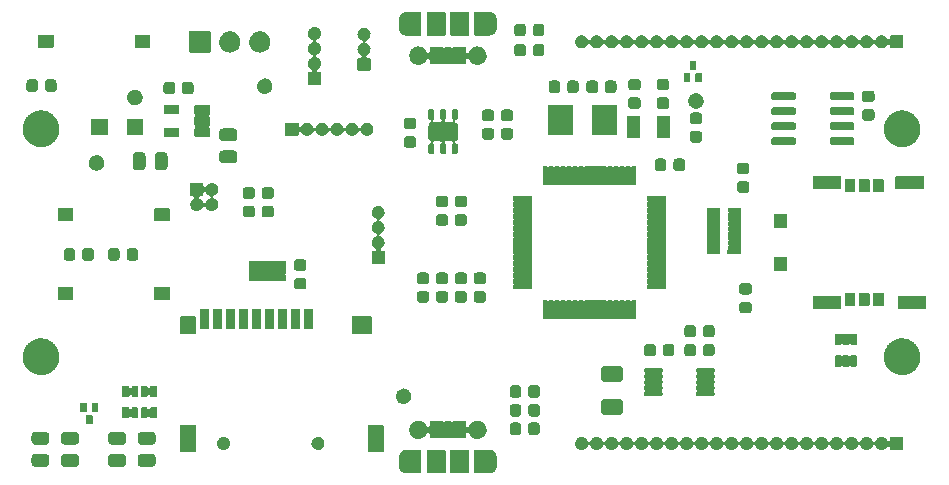
<source format=gts>
G04 #@! TF.GenerationSoftware,KiCad,Pcbnew,(5.99.0-539-g3370e8996)*
G04 #@! TF.CreationDate,2019-12-31T23:23:20-05:00*
G04 #@! TF.ProjectId,node_base,6e6f6465-5f62-4617-9365-2e6b69636164,rev?*
G04 #@! TF.SameCoordinates,Original*
G04 #@! TF.FileFunction,Soldermask,Top*
G04 #@! TF.FilePolarity,Negative*
%FSLAX46Y46*%
G04 Gerber Fmt 4.6, Leading zero omitted, Abs format (unit mm)*
G04 Created by KiCad (PCBNEW (5.99.0-539-g3370e8996)) date 2019-12-31 23:23:20*
%MOMM*%
%LPD*%
G04 APERTURE LIST*
G04 APERTURE END LIST*
G36*
X121518491Y-107534050D02*
G01*
X121541201Y-107532621D01*
X121599044Y-107543655D01*
X121649598Y-107549683D01*
X121671466Y-107557470D01*
X121702768Y-107563441D01*
X121747974Y-107584713D01*
X121787188Y-107598677D01*
X121814553Y-107616043D01*
X121851595Y-107633474D01*
X121883137Y-107659568D01*
X121910505Y-107676936D01*
X121939839Y-107706476D01*
X121978330Y-107738318D01*
X121997060Y-107764097D01*
X122013417Y-107780569D01*
X122040395Y-107823743D01*
X122075010Y-107871386D01*
X122083387Y-107892545D01*
X122090814Y-107904430D01*
X122110685Y-107961490D01*
X122135559Y-108024316D01*
X122137265Y-108037817D01*
X122138846Y-108042358D01*
X122146828Y-108113517D01*
X122151000Y-108146544D01*
X122151000Y-108921248D01*
X122136606Y-109041963D01*
X122115809Y-109099102D01*
X122110095Y-109129054D01*
X122094742Y-109156981D01*
X122086803Y-109178793D01*
X122059225Y-109221586D01*
X122030856Y-109273189D01*
X122015280Y-109289776D01*
X122007687Y-109301558D01*
X121964517Y-109343833D01*
X121918261Y-109393091D01*
X121906769Y-109400384D01*
X121903335Y-109403747D01*
X121842346Y-109441268D01*
X121779385Y-109481224D01*
X121708506Y-109504254D01*
X121640679Y-109527344D01*
X121635894Y-109527847D01*
X121622955Y-109532051D01*
X121555541Y-109536292D01*
X121494767Y-109542680D01*
X121482447Y-109541948D01*
X121465649Y-109541948D01*
X121458799Y-109542379D01*
X121456540Y-109541948D01*
X120312312Y-109541948D01*
X120280101Y-109535541D01*
X120263231Y-109524269D01*
X120251959Y-109507399D01*
X120245552Y-109475188D01*
X120245552Y-107599812D01*
X120251959Y-107567601D01*
X120263231Y-107550731D01*
X120280101Y-107539459D01*
X120312312Y-107533052D01*
X121491722Y-107533052D01*
X121504504Y-107532382D01*
X121518491Y-107534050D01*
G37*
G36*
X114517554Y-107533052D02*
G01*
X114534352Y-107533052D01*
X114541202Y-107532621D01*
X114543461Y-107533052D01*
X115687688Y-107533052D01*
X115719899Y-107539459D01*
X115736769Y-107550731D01*
X115748041Y-107567601D01*
X115754448Y-107599812D01*
X115754448Y-109475188D01*
X115751999Y-109487500D01*
X115748041Y-109507399D01*
X115736769Y-109524269D01*
X115719899Y-109535541D01*
X115700000Y-109539499D01*
X115687688Y-109541948D01*
X114508277Y-109541948D01*
X114495495Y-109542618D01*
X114481508Y-109540950D01*
X114458798Y-109542379D01*
X114400955Y-109531345D01*
X114350401Y-109525317D01*
X114328533Y-109517530D01*
X114297231Y-109511559D01*
X114252025Y-109490287D01*
X114212811Y-109476323D01*
X114185447Y-109458957D01*
X114148404Y-109441526D01*
X114116861Y-109415431D01*
X114089495Y-109398064D01*
X114060158Y-109368522D01*
X114021670Y-109336681D01*
X114002943Y-109310906D01*
X113986583Y-109294431D01*
X113959602Y-109251252D01*
X113924990Y-109203613D01*
X113916613Y-109182454D01*
X113909186Y-109170569D01*
X113889315Y-109113509D01*
X113864441Y-109050683D01*
X113862735Y-109037182D01*
X113861154Y-109032641D01*
X113853172Y-108961482D01*
X113849000Y-108928455D01*
X113849000Y-108153752D01*
X113863395Y-108033035D01*
X113884191Y-107975898D01*
X113889905Y-107945946D01*
X113905257Y-107918022D01*
X113913196Y-107896209D01*
X113940776Y-107853413D01*
X113969145Y-107801811D01*
X113984721Y-107785225D01*
X113992314Y-107773442D01*
X114035484Y-107731167D01*
X114081740Y-107681909D01*
X114093232Y-107674616D01*
X114096666Y-107671253D01*
X114157655Y-107633732D01*
X114220616Y-107593776D01*
X114291495Y-107570746D01*
X114359322Y-107547656D01*
X114364107Y-107547153D01*
X114377046Y-107542949D01*
X114444460Y-107538708D01*
X114505234Y-107532320D01*
X114517554Y-107533052D01*
G37*
G36*
X119769899Y-107539459D02*
G01*
X119786769Y-107550731D01*
X119798041Y-107567601D01*
X119804448Y-107599812D01*
X119804448Y-109475188D01*
X119801999Y-109487500D01*
X119798041Y-109507399D01*
X119786769Y-109524269D01*
X119769899Y-109535541D01*
X119750000Y-109539499D01*
X119737688Y-109541948D01*
X118262312Y-109541948D01*
X118230101Y-109535541D01*
X118213231Y-109524269D01*
X118201959Y-109507399D01*
X118195552Y-109475188D01*
X118195552Y-107599812D01*
X118201959Y-107567601D01*
X118213231Y-107550731D01*
X118230101Y-107539459D01*
X118262312Y-107533052D01*
X119737688Y-107533052D01*
X119769899Y-107539459D01*
G37*
G36*
X117769899Y-107539459D02*
G01*
X117786769Y-107550731D01*
X117798041Y-107567601D01*
X117804448Y-107599812D01*
X117804448Y-109475188D01*
X117801999Y-109487500D01*
X117798041Y-109507399D01*
X117786769Y-109524269D01*
X117769899Y-109535541D01*
X117750000Y-109539499D01*
X117737688Y-109541948D01*
X116262312Y-109541948D01*
X116230101Y-109535541D01*
X116213231Y-109524269D01*
X116201959Y-109507399D01*
X116195552Y-109475188D01*
X116195552Y-107599812D01*
X116201959Y-107567601D01*
X116213231Y-107550731D01*
X116230101Y-107539459D01*
X116262312Y-107533052D01*
X117737688Y-107533052D01*
X117769899Y-107539459D01*
G37*
G36*
X90451652Y-107898117D02*
G01*
X90452027Y-107898117D01*
X90454106Y-107898506D01*
X90545430Y-107912970D01*
X90553513Y-107917088D01*
X90560347Y-107918366D01*
X90580453Y-107930815D01*
X90628620Y-107955357D01*
X90642488Y-107969225D01*
X90654039Y-107976377D01*
X90667607Y-107994344D01*
X90694643Y-108021380D01*
X90708374Y-108048328D01*
X90720447Y-108064316D01*
X90723814Y-108078632D01*
X90737030Y-108104570D01*
X90751701Y-108197200D01*
X90751883Y-108197973D01*
X90751883Y-108198348D01*
X90753194Y-108206625D01*
X90753194Y-108668375D01*
X90751883Y-108676652D01*
X90751883Y-108677027D01*
X90751494Y-108679106D01*
X90737030Y-108770430D01*
X90732912Y-108778513D01*
X90731634Y-108785347D01*
X90719185Y-108805453D01*
X90694643Y-108853620D01*
X90680775Y-108867488D01*
X90673623Y-108879039D01*
X90655656Y-108892607D01*
X90628620Y-108919643D01*
X90601672Y-108933374D01*
X90585684Y-108945447D01*
X90571368Y-108948814D01*
X90545430Y-108962030D01*
X90452800Y-108976701D01*
X90452027Y-108976883D01*
X90451652Y-108976883D01*
X90443375Y-108978194D01*
X89556625Y-108978194D01*
X89548348Y-108976883D01*
X89547973Y-108976883D01*
X89545894Y-108976494D01*
X89454570Y-108962030D01*
X89446487Y-108957912D01*
X89439653Y-108956634D01*
X89419547Y-108944185D01*
X89371380Y-108919643D01*
X89357512Y-108905775D01*
X89345961Y-108898623D01*
X89332393Y-108880656D01*
X89305357Y-108853620D01*
X89291626Y-108826672D01*
X89279553Y-108810684D01*
X89276186Y-108796368D01*
X89262970Y-108770430D01*
X89248299Y-108677800D01*
X89248117Y-108677027D01*
X89248117Y-108676652D01*
X89246806Y-108668375D01*
X89246806Y-108206625D01*
X89248117Y-108198348D01*
X89248117Y-108197973D01*
X89248506Y-108195894D01*
X89262970Y-108104570D01*
X89267088Y-108096487D01*
X89268366Y-108089653D01*
X89280815Y-108069547D01*
X89305357Y-108021380D01*
X89319225Y-108007512D01*
X89326377Y-107995961D01*
X89344344Y-107982393D01*
X89371380Y-107955357D01*
X89398328Y-107941626D01*
X89414316Y-107929553D01*
X89428632Y-107926186D01*
X89454570Y-107912970D01*
X89547200Y-107898299D01*
X89547973Y-107898117D01*
X89548348Y-107898117D01*
X89556625Y-107896806D01*
X90443375Y-107896806D01*
X90451652Y-107898117D01*
G37*
G36*
X83951652Y-107898117D02*
G01*
X83952027Y-107898117D01*
X83954106Y-107898506D01*
X84045430Y-107912970D01*
X84053513Y-107917088D01*
X84060347Y-107918366D01*
X84080453Y-107930815D01*
X84128620Y-107955357D01*
X84142488Y-107969225D01*
X84154039Y-107976377D01*
X84167607Y-107994344D01*
X84194643Y-108021380D01*
X84208374Y-108048328D01*
X84220447Y-108064316D01*
X84223814Y-108078632D01*
X84237030Y-108104570D01*
X84251701Y-108197200D01*
X84251883Y-108197973D01*
X84251883Y-108198348D01*
X84253194Y-108206625D01*
X84253194Y-108668375D01*
X84251883Y-108676652D01*
X84251883Y-108677027D01*
X84251494Y-108679106D01*
X84237030Y-108770430D01*
X84232912Y-108778513D01*
X84231634Y-108785347D01*
X84219185Y-108805453D01*
X84194643Y-108853620D01*
X84180775Y-108867488D01*
X84173623Y-108879039D01*
X84155656Y-108892607D01*
X84128620Y-108919643D01*
X84101672Y-108933374D01*
X84085684Y-108945447D01*
X84071368Y-108948814D01*
X84045430Y-108962030D01*
X83952800Y-108976701D01*
X83952027Y-108976883D01*
X83951652Y-108976883D01*
X83943375Y-108978194D01*
X83056625Y-108978194D01*
X83048348Y-108976883D01*
X83047973Y-108976883D01*
X83045894Y-108976494D01*
X82954570Y-108962030D01*
X82946487Y-108957912D01*
X82939653Y-108956634D01*
X82919547Y-108944185D01*
X82871380Y-108919643D01*
X82857512Y-108905775D01*
X82845961Y-108898623D01*
X82832393Y-108880656D01*
X82805357Y-108853620D01*
X82791626Y-108826672D01*
X82779553Y-108810684D01*
X82776186Y-108796368D01*
X82762970Y-108770430D01*
X82748299Y-108677800D01*
X82748117Y-108677027D01*
X82748117Y-108676652D01*
X82746806Y-108668375D01*
X82746806Y-108206625D01*
X82748117Y-108198348D01*
X82748117Y-108197973D01*
X82748506Y-108195894D01*
X82762970Y-108104570D01*
X82767088Y-108096487D01*
X82768366Y-108089653D01*
X82780815Y-108069547D01*
X82805357Y-108021380D01*
X82819225Y-108007512D01*
X82826377Y-107995961D01*
X82844344Y-107982393D01*
X82871380Y-107955357D01*
X82898328Y-107941626D01*
X82914316Y-107929553D01*
X82928632Y-107926186D01*
X82954570Y-107912970D01*
X83047200Y-107898299D01*
X83047973Y-107898117D01*
X83048348Y-107898117D01*
X83056625Y-107896806D01*
X83943375Y-107896806D01*
X83951652Y-107898117D01*
G37*
G36*
X86451652Y-107898117D02*
G01*
X86452027Y-107898117D01*
X86454106Y-107898506D01*
X86545430Y-107912970D01*
X86553513Y-107917088D01*
X86560347Y-107918366D01*
X86580453Y-107930815D01*
X86628620Y-107955357D01*
X86642488Y-107969225D01*
X86654039Y-107976377D01*
X86667607Y-107994344D01*
X86694643Y-108021380D01*
X86708374Y-108048328D01*
X86720447Y-108064316D01*
X86723814Y-108078632D01*
X86737030Y-108104570D01*
X86751701Y-108197200D01*
X86751883Y-108197973D01*
X86751883Y-108198348D01*
X86753194Y-108206625D01*
X86753194Y-108668375D01*
X86751883Y-108676652D01*
X86751883Y-108677027D01*
X86751494Y-108679106D01*
X86737030Y-108770430D01*
X86732912Y-108778513D01*
X86731634Y-108785347D01*
X86719185Y-108805453D01*
X86694643Y-108853620D01*
X86680775Y-108867488D01*
X86673623Y-108879039D01*
X86655656Y-108892607D01*
X86628620Y-108919643D01*
X86601672Y-108933374D01*
X86585684Y-108945447D01*
X86571368Y-108948814D01*
X86545430Y-108962030D01*
X86452800Y-108976701D01*
X86452027Y-108976883D01*
X86451652Y-108976883D01*
X86443375Y-108978194D01*
X85556625Y-108978194D01*
X85548348Y-108976883D01*
X85547973Y-108976883D01*
X85545894Y-108976494D01*
X85454570Y-108962030D01*
X85446487Y-108957912D01*
X85439653Y-108956634D01*
X85419547Y-108944185D01*
X85371380Y-108919643D01*
X85357512Y-108905775D01*
X85345961Y-108898623D01*
X85332393Y-108880656D01*
X85305357Y-108853620D01*
X85291626Y-108826672D01*
X85279553Y-108810684D01*
X85276186Y-108796368D01*
X85262970Y-108770430D01*
X85248299Y-108677800D01*
X85248117Y-108677027D01*
X85248117Y-108676652D01*
X85246806Y-108668375D01*
X85246806Y-108206625D01*
X85248117Y-108198348D01*
X85248117Y-108197973D01*
X85248506Y-108195894D01*
X85262970Y-108104570D01*
X85267088Y-108096487D01*
X85268366Y-108089653D01*
X85280815Y-108069547D01*
X85305357Y-108021380D01*
X85319225Y-108007512D01*
X85326377Y-107995961D01*
X85344344Y-107982393D01*
X85371380Y-107955357D01*
X85398328Y-107941626D01*
X85414316Y-107929553D01*
X85428632Y-107926186D01*
X85454570Y-107912970D01*
X85547200Y-107898299D01*
X85547973Y-107898117D01*
X85548348Y-107898117D01*
X85556625Y-107896806D01*
X86443375Y-107896806D01*
X86451652Y-107898117D01*
G37*
G36*
X92951652Y-107898117D02*
G01*
X92952027Y-107898117D01*
X92954106Y-107898506D01*
X93045430Y-107912970D01*
X93053513Y-107917088D01*
X93060347Y-107918366D01*
X93080453Y-107930815D01*
X93128620Y-107955357D01*
X93142488Y-107969225D01*
X93154039Y-107976377D01*
X93167607Y-107994344D01*
X93194643Y-108021380D01*
X93208374Y-108048328D01*
X93220447Y-108064316D01*
X93223814Y-108078632D01*
X93237030Y-108104570D01*
X93251701Y-108197200D01*
X93251883Y-108197973D01*
X93251883Y-108198348D01*
X93253194Y-108206625D01*
X93253194Y-108668375D01*
X93251883Y-108676652D01*
X93251883Y-108677027D01*
X93251494Y-108679106D01*
X93237030Y-108770430D01*
X93232912Y-108778513D01*
X93231634Y-108785347D01*
X93219185Y-108805453D01*
X93194643Y-108853620D01*
X93180775Y-108867488D01*
X93173623Y-108879039D01*
X93155656Y-108892607D01*
X93128620Y-108919643D01*
X93101672Y-108933374D01*
X93085684Y-108945447D01*
X93071368Y-108948814D01*
X93045430Y-108962030D01*
X92952800Y-108976701D01*
X92952027Y-108976883D01*
X92951652Y-108976883D01*
X92943375Y-108978194D01*
X92056625Y-108978194D01*
X92048348Y-108976883D01*
X92047973Y-108976883D01*
X92045894Y-108976494D01*
X91954570Y-108962030D01*
X91946487Y-108957912D01*
X91939653Y-108956634D01*
X91919547Y-108944185D01*
X91871380Y-108919643D01*
X91857512Y-108905775D01*
X91845961Y-108898623D01*
X91832393Y-108880656D01*
X91805357Y-108853620D01*
X91791626Y-108826672D01*
X91779553Y-108810684D01*
X91776186Y-108796368D01*
X91762970Y-108770430D01*
X91748299Y-108677800D01*
X91748117Y-108677027D01*
X91748117Y-108676652D01*
X91746806Y-108668375D01*
X91746806Y-108206625D01*
X91748117Y-108198348D01*
X91748117Y-108197973D01*
X91748506Y-108195894D01*
X91762970Y-108104570D01*
X91767088Y-108096487D01*
X91768366Y-108089653D01*
X91780815Y-108069547D01*
X91805357Y-108021380D01*
X91819225Y-108007512D01*
X91826377Y-107995961D01*
X91844344Y-107982393D01*
X91871380Y-107955357D01*
X91898328Y-107941626D01*
X91914316Y-107929553D01*
X91928632Y-107926186D01*
X91954570Y-107912970D01*
X92047200Y-107898299D01*
X92047973Y-107898117D01*
X92048348Y-107898117D01*
X92056625Y-107896806D01*
X92943375Y-107896806D01*
X92951652Y-107898117D01*
G37*
G36*
X112519899Y-105451959D02*
G01*
X112536769Y-105463231D01*
X112548041Y-105480101D01*
X112554448Y-105512312D01*
X112554448Y-107687688D01*
X112551999Y-107700000D01*
X112548041Y-107719899D01*
X112536769Y-107736769D01*
X112519899Y-107748041D01*
X112500000Y-107751999D01*
X112487688Y-107754448D01*
X111312312Y-107754448D01*
X111280101Y-107748041D01*
X111263231Y-107736769D01*
X111251959Y-107719899D01*
X111245552Y-107687688D01*
X111245552Y-105512312D01*
X111251959Y-105480101D01*
X111263231Y-105463231D01*
X111280101Y-105451959D01*
X111312312Y-105445552D01*
X112487688Y-105445552D01*
X112519899Y-105451959D01*
G37*
G36*
X96619899Y-105451959D02*
G01*
X96636769Y-105463231D01*
X96648041Y-105480101D01*
X96654448Y-105512312D01*
X96654448Y-107687688D01*
X96651999Y-107700000D01*
X96648041Y-107719899D01*
X96636769Y-107736769D01*
X96619899Y-107748041D01*
X96600000Y-107751999D01*
X96587688Y-107754448D01*
X95412312Y-107754448D01*
X95380101Y-107748041D01*
X95363231Y-107736769D01*
X95351959Y-107719899D01*
X95345552Y-107687688D01*
X95345552Y-105512312D01*
X95351959Y-105480101D01*
X95363231Y-105463231D01*
X95380101Y-105451959D01*
X95412312Y-105445552D01*
X96587688Y-105445552D01*
X96619899Y-105451959D01*
G37*
G36*
X154747381Y-106446783D02*
G01*
X154770734Y-106445314D01*
X154821992Y-106456209D01*
X154865218Y-106461670D01*
X154886974Y-106470021D01*
X154918399Y-106476701D01*
X154957154Y-106496961D01*
X154989724Y-106509464D01*
X155015993Y-106527721D01*
X155052185Y-106546642D01*
X155077727Y-106570628D01*
X155099239Y-106585579D01*
X155126134Y-106616086D01*
X155162233Y-106649985D01*
X155175865Y-106672494D01*
X155187430Y-106685612D01*
X155209778Y-106728359D01*
X155258673Y-106779055D01*
X155327214Y-106795268D01*
X155393640Y-106771852D01*
X155436862Y-106716241D01*
X155445552Y-106670447D01*
X155445552Y-106512312D01*
X155451959Y-106480101D01*
X155463231Y-106463231D01*
X155480101Y-106451959D01*
X155512312Y-106445552D01*
X156487688Y-106445552D01*
X156519899Y-106451959D01*
X156536769Y-106463231D01*
X156548041Y-106480101D01*
X156554448Y-106512312D01*
X156554448Y-107487688D01*
X156551999Y-107500000D01*
X156548041Y-107519899D01*
X156536769Y-107536769D01*
X156519899Y-107548041D01*
X156500000Y-107551999D01*
X156487688Y-107554448D01*
X155512312Y-107554448D01*
X155480101Y-107548041D01*
X155463231Y-107536769D01*
X155451959Y-107519899D01*
X155445552Y-107487688D01*
X155445552Y-107329059D01*
X155425709Y-107261479D01*
X155372479Y-107215356D01*
X155302764Y-107205332D01*
X155238696Y-107234591D01*
X155215689Y-107263058D01*
X155204512Y-107280669D01*
X155180748Y-107323897D01*
X155168908Y-107336772D01*
X155154808Y-107358991D01*
X155118006Y-107392128D01*
X155090478Y-107422064D01*
X155068657Y-107436562D01*
X155042620Y-107460006D01*
X155006045Y-107478162D01*
X154979394Y-107495869D01*
X154946565Y-107507688D01*
X154907399Y-107527130D01*
X154875839Y-107533150D01*
X154853916Y-107541043D01*
X154810593Y-107545597D01*
X154759108Y-107555418D01*
X154735787Y-107553460D01*
X154721284Y-107554984D01*
X154669548Y-107547897D01*
X154608673Y-107542785D01*
X154594937Y-107537677D01*
X154589150Y-107536884D01*
X154532595Y-107514492D01*
X154467177Y-107490163D01*
X154408252Y-107447352D01*
X154356441Y-107410532D01*
X154354537Y-107408326D01*
X154345044Y-107401429D01*
X154305302Y-107351287D01*
X154269300Y-107309579D01*
X154264001Y-107299179D01*
X154251272Y-107283119D01*
X154229840Y-107232135D01*
X154206252Y-107185840D01*
X154157891Y-107134634D01*
X154089524Y-107117704D01*
X154022856Y-107140423D01*
X153984701Y-107195101D01*
X153982284Y-107193772D01*
X153970780Y-107214697D01*
X153965699Y-107231527D01*
X153934510Y-107280673D01*
X153910747Y-107323898D01*
X153898908Y-107336772D01*
X153884808Y-107358991D01*
X153848006Y-107392128D01*
X153820478Y-107422064D01*
X153798657Y-107436562D01*
X153772620Y-107460006D01*
X153736045Y-107478162D01*
X153709394Y-107495869D01*
X153676565Y-107507688D01*
X153637399Y-107527130D01*
X153605839Y-107533150D01*
X153583916Y-107541043D01*
X153540593Y-107545597D01*
X153489108Y-107555418D01*
X153465787Y-107553460D01*
X153451284Y-107554984D01*
X153399548Y-107547897D01*
X153338673Y-107542785D01*
X153324937Y-107537677D01*
X153319150Y-107536884D01*
X153262595Y-107514492D01*
X153197177Y-107490163D01*
X153138252Y-107447352D01*
X153086441Y-107410532D01*
X153084537Y-107408326D01*
X153075044Y-107401429D01*
X153035302Y-107351287D01*
X152999300Y-107309579D01*
X152994001Y-107299179D01*
X152981272Y-107283119D01*
X152959840Y-107232135D01*
X152936252Y-107185840D01*
X152887891Y-107134634D01*
X152819524Y-107117704D01*
X152752856Y-107140423D01*
X152714701Y-107195101D01*
X152712284Y-107193772D01*
X152700780Y-107214697D01*
X152695699Y-107231527D01*
X152664510Y-107280673D01*
X152640747Y-107323898D01*
X152628908Y-107336772D01*
X152614808Y-107358991D01*
X152578006Y-107392128D01*
X152550478Y-107422064D01*
X152528657Y-107436562D01*
X152502620Y-107460006D01*
X152466045Y-107478162D01*
X152439394Y-107495869D01*
X152406565Y-107507688D01*
X152367399Y-107527130D01*
X152335839Y-107533150D01*
X152313916Y-107541043D01*
X152270593Y-107545597D01*
X152219108Y-107555418D01*
X152195787Y-107553460D01*
X152181284Y-107554984D01*
X152129548Y-107547897D01*
X152068673Y-107542785D01*
X152054937Y-107537677D01*
X152049150Y-107536884D01*
X151992595Y-107514492D01*
X151927177Y-107490163D01*
X151868252Y-107447352D01*
X151816441Y-107410532D01*
X151814537Y-107408326D01*
X151805044Y-107401429D01*
X151765302Y-107351287D01*
X151729300Y-107309579D01*
X151724001Y-107299179D01*
X151711272Y-107283119D01*
X151689840Y-107232135D01*
X151666252Y-107185840D01*
X151617891Y-107134634D01*
X151549524Y-107117704D01*
X151482856Y-107140423D01*
X151444701Y-107195101D01*
X151442284Y-107193772D01*
X151430780Y-107214697D01*
X151425699Y-107231527D01*
X151394510Y-107280673D01*
X151370747Y-107323898D01*
X151358908Y-107336772D01*
X151344808Y-107358991D01*
X151308006Y-107392128D01*
X151280478Y-107422064D01*
X151258657Y-107436562D01*
X151232620Y-107460006D01*
X151196045Y-107478162D01*
X151169394Y-107495869D01*
X151136565Y-107507688D01*
X151097399Y-107527130D01*
X151065839Y-107533150D01*
X151043916Y-107541043D01*
X151000593Y-107545597D01*
X150949108Y-107555418D01*
X150925787Y-107553460D01*
X150911284Y-107554984D01*
X150859548Y-107547897D01*
X150798673Y-107542785D01*
X150784937Y-107537677D01*
X150779150Y-107536884D01*
X150722595Y-107514492D01*
X150657177Y-107490163D01*
X150598252Y-107447352D01*
X150546441Y-107410532D01*
X150544537Y-107408326D01*
X150535044Y-107401429D01*
X150495302Y-107351287D01*
X150459300Y-107309579D01*
X150454001Y-107299179D01*
X150441272Y-107283119D01*
X150419840Y-107232135D01*
X150396252Y-107185840D01*
X150347891Y-107134634D01*
X150279524Y-107117704D01*
X150212856Y-107140423D01*
X150174701Y-107195101D01*
X150172284Y-107193772D01*
X150160780Y-107214697D01*
X150155699Y-107231527D01*
X150124510Y-107280673D01*
X150100747Y-107323898D01*
X150088908Y-107336772D01*
X150074808Y-107358991D01*
X150038006Y-107392128D01*
X150010478Y-107422064D01*
X149988657Y-107436562D01*
X149962620Y-107460006D01*
X149926045Y-107478162D01*
X149899394Y-107495869D01*
X149866565Y-107507688D01*
X149827399Y-107527130D01*
X149795839Y-107533150D01*
X149773916Y-107541043D01*
X149730593Y-107545597D01*
X149679108Y-107555418D01*
X149655787Y-107553460D01*
X149641284Y-107554984D01*
X149589548Y-107547897D01*
X149528673Y-107542785D01*
X149514937Y-107537677D01*
X149509150Y-107536884D01*
X149452595Y-107514492D01*
X149387177Y-107490163D01*
X149328252Y-107447352D01*
X149276441Y-107410532D01*
X149274537Y-107408326D01*
X149265044Y-107401429D01*
X149225302Y-107351287D01*
X149189300Y-107309579D01*
X149184001Y-107299179D01*
X149171272Y-107283119D01*
X149149840Y-107232135D01*
X149126252Y-107185840D01*
X149077891Y-107134634D01*
X149009524Y-107117704D01*
X148942856Y-107140423D01*
X148904701Y-107195101D01*
X148902284Y-107193772D01*
X148890780Y-107214697D01*
X148885699Y-107231527D01*
X148854510Y-107280673D01*
X148830747Y-107323898D01*
X148818908Y-107336772D01*
X148804808Y-107358991D01*
X148768006Y-107392128D01*
X148740478Y-107422064D01*
X148718657Y-107436562D01*
X148692620Y-107460006D01*
X148656045Y-107478162D01*
X148629394Y-107495869D01*
X148596565Y-107507688D01*
X148557399Y-107527130D01*
X148525839Y-107533150D01*
X148503916Y-107541043D01*
X148460593Y-107545597D01*
X148409108Y-107555418D01*
X148385787Y-107553460D01*
X148371284Y-107554984D01*
X148319548Y-107547897D01*
X148258673Y-107542785D01*
X148244937Y-107537677D01*
X148239150Y-107536884D01*
X148182595Y-107514492D01*
X148117177Y-107490163D01*
X148058252Y-107447352D01*
X148006441Y-107410532D01*
X148004537Y-107408326D01*
X147995044Y-107401429D01*
X147955302Y-107351287D01*
X147919300Y-107309579D01*
X147914001Y-107299179D01*
X147901272Y-107283119D01*
X147879840Y-107232135D01*
X147856252Y-107185840D01*
X147807891Y-107134634D01*
X147739524Y-107117704D01*
X147672856Y-107140423D01*
X147634701Y-107195101D01*
X147632284Y-107193772D01*
X147620780Y-107214697D01*
X147615699Y-107231527D01*
X147584510Y-107280673D01*
X147560747Y-107323898D01*
X147548908Y-107336772D01*
X147534808Y-107358991D01*
X147498006Y-107392128D01*
X147470478Y-107422064D01*
X147448657Y-107436562D01*
X147422620Y-107460006D01*
X147386045Y-107478162D01*
X147359394Y-107495869D01*
X147326565Y-107507688D01*
X147287399Y-107527130D01*
X147255839Y-107533150D01*
X147233916Y-107541043D01*
X147190593Y-107545597D01*
X147139108Y-107555418D01*
X147115787Y-107553460D01*
X147101284Y-107554984D01*
X147049548Y-107547897D01*
X146988673Y-107542785D01*
X146974937Y-107537677D01*
X146969150Y-107536884D01*
X146912595Y-107514492D01*
X146847177Y-107490163D01*
X146788252Y-107447352D01*
X146736441Y-107410532D01*
X146734537Y-107408326D01*
X146725044Y-107401429D01*
X146685302Y-107351287D01*
X146649300Y-107309579D01*
X146644001Y-107299179D01*
X146631272Y-107283119D01*
X146609840Y-107232135D01*
X146586252Y-107185840D01*
X146537891Y-107134634D01*
X146469524Y-107117704D01*
X146402856Y-107140423D01*
X146364701Y-107195101D01*
X146362284Y-107193772D01*
X146350780Y-107214697D01*
X146345699Y-107231527D01*
X146314510Y-107280673D01*
X146290747Y-107323898D01*
X146278908Y-107336772D01*
X146264808Y-107358991D01*
X146228006Y-107392128D01*
X146200478Y-107422064D01*
X146178657Y-107436562D01*
X146152620Y-107460006D01*
X146116045Y-107478162D01*
X146089394Y-107495869D01*
X146056565Y-107507688D01*
X146017399Y-107527130D01*
X145985839Y-107533150D01*
X145963916Y-107541043D01*
X145920593Y-107545597D01*
X145869108Y-107555418D01*
X145845787Y-107553460D01*
X145831284Y-107554984D01*
X145779548Y-107547897D01*
X145718673Y-107542785D01*
X145704937Y-107537677D01*
X145699150Y-107536884D01*
X145642595Y-107514492D01*
X145577177Y-107490163D01*
X145518252Y-107447352D01*
X145466441Y-107410532D01*
X145464537Y-107408326D01*
X145455044Y-107401429D01*
X145415302Y-107351287D01*
X145379300Y-107309579D01*
X145374001Y-107299179D01*
X145361272Y-107283119D01*
X145339840Y-107232135D01*
X145316252Y-107185840D01*
X145267891Y-107134634D01*
X145199524Y-107117704D01*
X145132856Y-107140423D01*
X145094701Y-107195101D01*
X145092284Y-107193772D01*
X145080780Y-107214697D01*
X145075699Y-107231527D01*
X145044510Y-107280673D01*
X145020747Y-107323898D01*
X145008908Y-107336772D01*
X144994808Y-107358991D01*
X144958006Y-107392128D01*
X144930478Y-107422064D01*
X144908657Y-107436562D01*
X144882620Y-107460006D01*
X144846045Y-107478162D01*
X144819394Y-107495869D01*
X144786565Y-107507688D01*
X144747399Y-107527130D01*
X144715839Y-107533150D01*
X144693916Y-107541043D01*
X144650593Y-107545597D01*
X144599108Y-107555418D01*
X144575787Y-107553460D01*
X144561284Y-107554984D01*
X144509548Y-107547897D01*
X144448673Y-107542785D01*
X144434937Y-107537677D01*
X144429150Y-107536884D01*
X144372595Y-107514492D01*
X144307177Y-107490163D01*
X144248252Y-107447352D01*
X144196441Y-107410532D01*
X144194537Y-107408326D01*
X144185044Y-107401429D01*
X144145302Y-107351287D01*
X144109300Y-107309579D01*
X144104001Y-107299179D01*
X144091272Y-107283119D01*
X144069840Y-107232135D01*
X144046252Y-107185840D01*
X143997891Y-107134634D01*
X143929524Y-107117704D01*
X143862856Y-107140423D01*
X143824701Y-107195101D01*
X143822284Y-107193772D01*
X143810780Y-107214697D01*
X143805699Y-107231527D01*
X143774510Y-107280673D01*
X143750747Y-107323898D01*
X143738908Y-107336772D01*
X143724808Y-107358991D01*
X143688006Y-107392128D01*
X143660478Y-107422064D01*
X143638657Y-107436562D01*
X143612620Y-107460006D01*
X143576045Y-107478162D01*
X143549394Y-107495869D01*
X143516565Y-107507688D01*
X143477399Y-107527130D01*
X143445839Y-107533150D01*
X143423916Y-107541043D01*
X143380593Y-107545597D01*
X143329108Y-107555418D01*
X143305787Y-107553460D01*
X143291284Y-107554984D01*
X143239548Y-107547897D01*
X143178673Y-107542785D01*
X143164937Y-107537677D01*
X143159150Y-107536884D01*
X143102595Y-107514492D01*
X143037177Y-107490163D01*
X142978252Y-107447352D01*
X142926441Y-107410532D01*
X142924537Y-107408326D01*
X142915044Y-107401429D01*
X142875302Y-107351287D01*
X142839300Y-107309579D01*
X142834001Y-107299179D01*
X142821272Y-107283119D01*
X142799840Y-107232135D01*
X142776252Y-107185840D01*
X142727891Y-107134634D01*
X142659524Y-107117704D01*
X142592856Y-107140423D01*
X142554701Y-107195101D01*
X142552284Y-107193772D01*
X142540780Y-107214697D01*
X142535699Y-107231527D01*
X142504510Y-107280673D01*
X142480747Y-107323898D01*
X142468908Y-107336772D01*
X142454808Y-107358991D01*
X142418006Y-107392128D01*
X142390478Y-107422064D01*
X142368657Y-107436562D01*
X142342620Y-107460006D01*
X142306045Y-107478162D01*
X142279394Y-107495869D01*
X142246565Y-107507688D01*
X142207399Y-107527130D01*
X142175839Y-107533150D01*
X142153916Y-107541043D01*
X142110593Y-107545597D01*
X142059108Y-107555418D01*
X142035787Y-107553460D01*
X142021284Y-107554984D01*
X141969548Y-107547897D01*
X141908673Y-107542785D01*
X141894937Y-107537677D01*
X141889150Y-107536884D01*
X141832595Y-107514492D01*
X141767177Y-107490163D01*
X141708252Y-107447352D01*
X141656441Y-107410532D01*
X141654537Y-107408326D01*
X141645044Y-107401429D01*
X141605302Y-107351287D01*
X141569300Y-107309579D01*
X141564001Y-107299179D01*
X141551272Y-107283119D01*
X141529840Y-107232135D01*
X141506252Y-107185840D01*
X141457891Y-107134634D01*
X141389524Y-107117704D01*
X141322856Y-107140423D01*
X141284701Y-107195101D01*
X141282284Y-107193772D01*
X141270780Y-107214697D01*
X141265699Y-107231527D01*
X141234510Y-107280673D01*
X141210747Y-107323898D01*
X141198908Y-107336772D01*
X141184808Y-107358991D01*
X141148006Y-107392128D01*
X141120478Y-107422064D01*
X141098657Y-107436562D01*
X141072620Y-107460006D01*
X141036045Y-107478162D01*
X141009394Y-107495869D01*
X140976565Y-107507688D01*
X140937399Y-107527130D01*
X140905839Y-107533150D01*
X140883916Y-107541043D01*
X140840593Y-107545597D01*
X140789108Y-107555418D01*
X140765787Y-107553460D01*
X140751284Y-107554984D01*
X140699548Y-107547897D01*
X140638673Y-107542785D01*
X140624937Y-107537677D01*
X140619150Y-107536884D01*
X140562595Y-107514492D01*
X140497177Y-107490163D01*
X140438252Y-107447352D01*
X140386441Y-107410532D01*
X140384537Y-107408326D01*
X140375044Y-107401429D01*
X140335302Y-107351287D01*
X140299300Y-107309579D01*
X140294001Y-107299179D01*
X140281272Y-107283119D01*
X140259840Y-107232135D01*
X140236252Y-107185840D01*
X140187891Y-107134634D01*
X140119524Y-107117704D01*
X140052856Y-107140423D01*
X140014701Y-107195101D01*
X140012284Y-107193772D01*
X140000780Y-107214697D01*
X139995699Y-107231527D01*
X139964510Y-107280673D01*
X139940747Y-107323898D01*
X139928908Y-107336772D01*
X139914808Y-107358991D01*
X139878006Y-107392128D01*
X139850478Y-107422064D01*
X139828657Y-107436562D01*
X139802620Y-107460006D01*
X139766045Y-107478162D01*
X139739394Y-107495869D01*
X139706565Y-107507688D01*
X139667399Y-107527130D01*
X139635839Y-107533150D01*
X139613916Y-107541043D01*
X139570593Y-107545597D01*
X139519108Y-107555418D01*
X139495787Y-107553460D01*
X139481284Y-107554984D01*
X139429548Y-107547897D01*
X139368673Y-107542785D01*
X139354937Y-107537677D01*
X139349150Y-107536884D01*
X139292595Y-107514492D01*
X139227177Y-107490163D01*
X139168252Y-107447352D01*
X139116441Y-107410532D01*
X139114537Y-107408326D01*
X139105044Y-107401429D01*
X139065302Y-107351287D01*
X139029300Y-107309579D01*
X139024001Y-107299179D01*
X139011272Y-107283119D01*
X138989840Y-107232135D01*
X138966252Y-107185840D01*
X138917891Y-107134634D01*
X138849524Y-107117704D01*
X138782856Y-107140423D01*
X138744701Y-107195101D01*
X138742284Y-107193772D01*
X138730780Y-107214697D01*
X138725699Y-107231527D01*
X138694510Y-107280673D01*
X138670747Y-107323898D01*
X138658908Y-107336772D01*
X138644808Y-107358991D01*
X138608006Y-107392128D01*
X138580478Y-107422064D01*
X138558657Y-107436562D01*
X138532620Y-107460006D01*
X138496045Y-107478162D01*
X138469394Y-107495869D01*
X138436565Y-107507688D01*
X138397399Y-107527130D01*
X138365839Y-107533150D01*
X138343916Y-107541043D01*
X138300593Y-107545597D01*
X138249108Y-107555418D01*
X138225787Y-107553460D01*
X138211284Y-107554984D01*
X138159548Y-107547897D01*
X138098673Y-107542785D01*
X138084937Y-107537677D01*
X138079150Y-107536884D01*
X138022595Y-107514492D01*
X137957177Y-107490163D01*
X137898252Y-107447352D01*
X137846441Y-107410532D01*
X137844537Y-107408326D01*
X137835044Y-107401429D01*
X137795302Y-107351287D01*
X137759300Y-107309579D01*
X137754001Y-107299179D01*
X137741272Y-107283119D01*
X137719840Y-107232135D01*
X137696252Y-107185840D01*
X137647891Y-107134634D01*
X137579524Y-107117704D01*
X137512856Y-107140423D01*
X137474701Y-107195101D01*
X137472284Y-107193772D01*
X137460780Y-107214697D01*
X137455699Y-107231527D01*
X137424510Y-107280673D01*
X137400747Y-107323898D01*
X137388908Y-107336772D01*
X137374808Y-107358991D01*
X137338006Y-107392128D01*
X137310478Y-107422064D01*
X137288657Y-107436562D01*
X137262620Y-107460006D01*
X137226045Y-107478162D01*
X137199394Y-107495869D01*
X137166565Y-107507688D01*
X137127399Y-107527130D01*
X137095839Y-107533150D01*
X137073916Y-107541043D01*
X137030593Y-107545597D01*
X136979108Y-107555418D01*
X136955787Y-107553460D01*
X136941284Y-107554984D01*
X136889548Y-107547897D01*
X136828673Y-107542785D01*
X136814937Y-107537677D01*
X136809150Y-107536884D01*
X136752595Y-107514492D01*
X136687177Y-107490163D01*
X136628252Y-107447352D01*
X136576441Y-107410532D01*
X136574537Y-107408326D01*
X136565044Y-107401429D01*
X136525302Y-107351287D01*
X136489300Y-107309579D01*
X136484001Y-107299179D01*
X136471272Y-107283119D01*
X136449840Y-107232135D01*
X136426252Y-107185840D01*
X136377891Y-107134634D01*
X136309524Y-107117704D01*
X136242856Y-107140423D01*
X136204701Y-107195101D01*
X136202284Y-107193772D01*
X136190780Y-107214697D01*
X136185699Y-107231527D01*
X136154510Y-107280673D01*
X136130747Y-107323898D01*
X136118908Y-107336772D01*
X136104808Y-107358991D01*
X136068006Y-107392128D01*
X136040478Y-107422064D01*
X136018657Y-107436562D01*
X135992620Y-107460006D01*
X135956045Y-107478162D01*
X135929394Y-107495869D01*
X135896565Y-107507688D01*
X135857399Y-107527130D01*
X135825839Y-107533150D01*
X135803916Y-107541043D01*
X135760593Y-107545597D01*
X135709108Y-107555418D01*
X135685787Y-107553460D01*
X135671284Y-107554984D01*
X135619548Y-107547897D01*
X135558673Y-107542785D01*
X135544937Y-107537677D01*
X135539150Y-107536884D01*
X135482595Y-107514492D01*
X135417177Y-107490163D01*
X135358252Y-107447352D01*
X135306441Y-107410532D01*
X135304537Y-107408326D01*
X135295044Y-107401429D01*
X135255302Y-107351287D01*
X135219300Y-107309579D01*
X135214001Y-107299179D01*
X135201272Y-107283119D01*
X135179840Y-107232135D01*
X135156252Y-107185840D01*
X135107891Y-107134634D01*
X135039524Y-107117704D01*
X134972856Y-107140423D01*
X134934701Y-107195101D01*
X134932284Y-107193772D01*
X134920780Y-107214697D01*
X134915699Y-107231527D01*
X134884510Y-107280673D01*
X134860747Y-107323898D01*
X134848908Y-107336772D01*
X134834808Y-107358991D01*
X134798006Y-107392128D01*
X134770478Y-107422064D01*
X134748657Y-107436562D01*
X134722620Y-107460006D01*
X134686045Y-107478162D01*
X134659394Y-107495869D01*
X134626565Y-107507688D01*
X134587399Y-107527130D01*
X134555839Y-107533150D01*
X134533916Y-107541043D01*
X134490593Y-107545597D01*
X134439108Y-107555418D01*
X134415787Y-107553460D01*
X134401284Y-107554984D01*
X134349548Y-107547897D01*
X134288673Y-107542785D01*
X134274937Y-107537677D01*
X134269150Y-107536884D01*
X134212595Y-107514492D01*
X134147177Y-107490163D01*
X134088252Y-107447352D01*
X134036441Y-107410532D01*
X134034537Y-107408326D01*
X134025044Y-107401429D01*
X133985302Y-107351287D01*
X133949300Y-107309579D01*
X133944001Y-107299179D01*
X133931272Y-107283119D01*
X133909840Y-107232135D01*
X133886252Y-107185840D01*
X133837891Y-107134634D01*
X133769524Y-107117704D01*
X133702856Y-107140423D01*
X133664701Y-107195101D01*
X133662284Y-107193772D01*
X133650780Y-107214697D01*
X133645699Y-107231527D01*
X133614510Y-107280673D01*
X133590747Y-107323898D01*
X133578908Y-107336772D01*
X133564808Y-107358991D01*
X133528006Y-107392128D01*
X133500478Y-107422064D01*
X133478657Y-107436562D01*
X133452620Y-107460006D01*
X133416045Y-107478162D01*
X133389394Y-107495869D01*
X133356565Y-107507688D01*
X133317399Y-107527130D01*
X133285839Y-107533150D01*
X133263916Y-107541043D01*
X133220593Y-107545597D01*
X133169108Y-107555418D01*
X133145787Y-107553460D01*
X133131284Y-107554984D01*
X133079548Y-107547897D01*
X133018673Y-107542785D01*
X133004937Y-107537677D01*
X132999150Y-107536884D01*
X132942595Y-107514492D01*
X132877177Y-107490163D01*
X132818252Y-107447352D01*
X132766441Y-107410532D01*
X132764537Y-107408326D01*
X132755044Y-107401429D01*
X132715302Y-107351287D01*
X132679300Y-107309579D01*
X132674001Y-107299179D01*
X132661272Y-107283119D01*
X132639840Y-107232135D01*
X132616252Y-107185840D01*
X132567891Y-107134634D01*
X132499524Y-107117704D01*
X132432856Y-107140423D01*
X132394701Y-107195101D01*
X132392284Y-107193772D01*
X132380780Y-107214697D01*
X132375699Y-107231527D01*
X132344510Y-107280673D01*
X132320747Y-107323898D01*
X132308908Y-107336772D01*
X132294808Y-107358991D01*
X132258006Y-107392128D01*
X132230478Y-107422064D01*
X132208657Y-107436562D01*
X132182620Y-107460006D01*
X132146045Y-107478162D01*
X132119394Y-107495869D01*
X132086565Y-107507688D01*
X132047399Y-107527130D01*
X132015839Y-107533150D01*
X131993916Y-107541043D01*
X131950593Y-107545597D01*
X131899108Y-107555418D01*
X131875787Y-107553460D01*
X131861284Y-107554984D01*
X131809548Y-107547897D01*
X131748673Y-107542785D01*
X131734937Y-107537677D01*
X131729150Y-107536884D01*
X131672595Y-107514492D01*
X131607177Y-107490163D01*
X131548252Y-107447352D01*
X131496441Y-107410532D01*
X131494537Y-107408326D01*
X131485044Y-107401429D01*
X131445302Y-107351287D01*
X131409300Y-107309579D01*
X131404001Y-107299179D01*
X131391272Y-107283119D01*
X131369840Y-107232135D01*
X131346252Y-107185840D01*
X131297891Y-107134634D01*
X131229524Y-107117704D01*
X131162856Y-107140423D01*
X131124701Y-107195101D01*
X131122284Y-107193772D01*
X131110780Y-107214697D01*
X131105699Y-107231527D01*
X131074510Y-107280673D01*
X131050747Y-107323898D01*
X131038908Y-107336772D01*
X131024808Y-107358991D01*
X130988006Y-107392128D01*
X130960478Y-107422064D01*
X130938657Y-107436562D01*
X130912620Y-107460006D01*
X130876045Y-107478162D01*
X130849394Y-107495869D01*
X130816565Y-107507688D01*
X130777399Y-107527130D01*
X130745839Y-107533150D01*
X130723916Y-107541043D01*
X130680593Y-107545597D01*
X130629108Y-107555418D01*
X130605787Y-107553460D01*
X130591284Y-107554984D01*
X130539548Y-107547897D01*
X130478673Y-107542785D01*
X130464937Y-107537677D01*
X130459150Y-107536884D01*
X130402595Y-107514492D01*
X130337177Y-107490163D01*
X130278252Y-107447352D01*
X130226441Y-107410532D01*
X130224537Y-107408326D01*
X130215044Y-107401429D01*
X130175302Y-107351287D01*
X130139300Y-107309579D01*
X130134001Y-107299179D01*
X130121272Y-107283119D01*
X130099840Y-107232135D01*
X130076252Y-107185840D01*
X130027891Y-107134634D01*
X129959524Y-107117704D01*
X129892856Y-107140423D01*
X129854701Y-107195101D01*
X129852284Y-107193772D01*
X129840780Y-107214697D01*
X129835699Y-107231527D01*
X129804510Y-107280673D01*
X129780747Y-107323898D01*
X129768908Y-107336772D01*
X129754808Y-107358991D01*
X129718006Y-107392128D01*
X129690478Y-107422064D01*
X129668657Y-107436562D01*
X129642620Y-107460006D01*
X129606045Y-107478162D01*
X129579394Y-107495869D01*
X129546565Y-107507688D01*
X129507399Y-107527130D01*
X129475839Y-107533150D01*
X129453916Y-107541043D01*
X129410593Y-107545597D01*
X129359108Y-107555418D01*
X129335787Y-107553460D01*
X129321284Y-107554984D01*
X129269548Y-107547897D01*
X129208673Y-107542785D01*
X129194937Y-107537677D01*
X129189150Y-107536884D01*
X129132595Y-107514492D01*
X129067177Y-107490163D01*
X129008252Y-107447352D01*
X128956441Y-107410532D01*
X128954537Y-107408326D01*
X128945044Y-107401429D01*
X128905302Y-107351287D01*
X128869300Y-107309579D01*
X128864001Y-107299179D01*
X128851272Y-107283119D01*
X128829838Y-107232129D01*
X128808754Y-107190749D01*
X128804096Y-107170892D01*
X128792771Y-107143950D01*
X128786928Y-107097696D01*
X128778299Y-107060909D01*
X128778604Y-107031808D01*
X128773850Y-106994176D01*
X128779392Y-106956647D01*
X128779697Y-106927552D01*
X128789092Y-106890961D01*
X128795904Y-106844831D01*
X128807791Y-106818132D01*
X128812864Y-106798375D01*
X128834815Y-106757436D01*
X128857307Y-106706918D01*
X128870366Y-106691132D01*
X128875883Y-106680843D01*
X128912753Y-106639895D01*
X128953535Y-106590598D01*
X128963171Y-106583901D01*
X128965122Y-106581734D01*
X129017700Y-106546002D01*
X129077500Y-106504440D01*
X129143435Y-106481479D01*
X129200424Y-106460285D01*
X129206223Y-106459614D01*
X129220067Y-106454793D01*
X129281037Y-106450957D01*
X129332909Y-106444955D01*
X129347381Y-106446783D01*
X129370734Y-106445314D01*
X129421992Y-106456209D01*
X129465218Y-106461670D01*
X129486974Y-106470021D01*
X129518399Y-106476701D01*
X129557154Y-106496961D01*
X129589724Y-106509464D01*
X129615993Y-106527721D01*
X129652185Y-106546642D01*
X129677727Y-106570628D01*
X129699239Y-106585579D01*
X129726135Y-106616086D01*
X129762233Y-106649985D01*
X129775865Y-106672493D01*
X129787433Y-106685615D01*
X129810288Y-106729333D01*
X129840437Y-106779114D01*
X129845164Y-106796043D01*
X129854110Y-106813156D01*
X129903004Y-106863852D01*
X129971545Y-106880065D01*
X130037971Y-106856649D01*
X130070536Y-106808930D01*
X130075715Y-106811707D01*
X130104816Y-106757433D01*
X130127307Y-106706918D01*
X130140366Y-106691132D01*
X130145883Y-106680843D01*
X130182753Y-106639895D01*
X130223535Y-106590598D01*
X130233171Y-106583901D01*
X130235122Y-106581734D01*
X130287700Y-106546002D01*
X130347500Y-106504440D01*
X130413435Y-106481479D01*
X130470424Y-106460285D01*
X130476223Y-106459614D01*
X130490067Y-106454793D01*
X130551037Y-106450957D01*
X130602909Y-106444955D01*
X130617381Y-106446783D01*
X130640734Y-106445314D01*
X130691992Y-106456209D01*
X130735218Y-106461670D01*
X130756974Y-106470021D01*
X130788399Y-106476701D01*
X130827154Y-106496961D01*
X130859724Y-106509464D01*
X130885993Y-106527721D01*
X130922185Y-106546642D01*
X130947727Y-106570628D01*
X130969239Y-106585579D01*
X130996135Y-106616086D01*
X131032233Y-106649985D01*
X131045865Y-106672493D01*
X131057433Y-106685615D01*
X131080288Y-106729333D01*
X131110437Y-106779114D01*
X131115164Y-106796043D01*
X131124110Y-106813156D01*
X131173004Y-106863852D01*
X131241545Y-106880065D01*
X131307971Y-106856649D01*
X131340536Y-106808930D01*
X131345715Y-106811707D01*
X131374816Y-106757433D01*
X131397307Y-106706918D01*
X131410366Y-106691132D01*
X131415883Y-106680843D01*
X131452753Y-106639895D01*
X131493535Y-106590598D01*
X131503171Y-106583901D01*
X131505122Y-106581734D01*
X131557700Y-106546002D01*
X131617500Y-106504440D01*
X131683435Y-106481479D01*
X131740424Y-106460285D01*
X131746223Y-106459614D01*
X131760067Y-106454793D01*
X131821037Y-106450957D01*
X131872909Y-106444955D01*
X131887381Y-106446783D01*
X131910734Y-106445314D01*
X131961992Y-106456209D01*
X132005218Y-106461670D01*
X132026974Y-106470021D01*
X132058399Y-106476701D01*
X132097154Y-106496961D01*
X132129724Y-106509464D01*
X132155993Y-106527721D01*
X132192185Y-106546642D01*
X132217727Y-106570628D01*
X132239239Y-106585579D01*
X132266135Y-106616086D01*
X132302233Y-106649985D01*
X132315865Y-106672493D01*
X132327433Y-106685615D01*
X132350288Y-106729333D01*
X132380437Y-106779114D01*
X132385164Y-106796043D01*
X132394110Y-106813156D01*
X132443004Y-106863852D01*
X132511545Y-106880065D01*
X132577971Y-106856649D01*
X132610536Y-106808930D01*
X132615715Y-106811707D01*
X132644816Y-106757433D01*
X132667307Y-106706918D01*
X132680366Y-106691132D01*
X132685883Y-106680843D01*
X132722753Y-106639895D01*
X132763535Y-106590598D01*
X132773171Y-106583901D01*
X132775122Y-106581734D01*
X132827700Y-106546002D01*
X132887500Y-106504440D01*
X132953435Y-106481479D01*
X133010424Y-106460285D01*
X133016223Y-106459614D01*
X133030067Y-106454793D01*
X133091037Y-106450957D01*
X133142909Y-106444955D01*
X133157381Y-106446783D01*
X133180734Y-106445314D01*
X133231992Y-106456209D01*
X133275218Y-106461670D01*
X133296974Y-106470021D01*
X133328399Y-106476701D01*
X133367154Y-106496961D01*
X133399724Y-106509464D01*
X133425993Y-106527721D01*
X133462185Y-106546642D01*
X133487727Y-106570628D01*
X133509239Y-106585579D01*
X133536135Y-106616086D01*
X133572233Y-106649985D01*
X133585865Y-106672493D01*
X133597433Y-106685615D01*
X133620288Y-106729333D01*
X133650437Y-106779114D01*
X133655164Y-106796043D01*
X133664110Y-106813156D01*
X133713004Y-106863852D01*
X133781545Y-106880065D01*
X133847971Y-106856649D01*
X133880536Y-106808930D01*
X133885715Y-106811707D01*
X133914816Y-106757433D01*
X133937307Y-106706918D01*
X133950366Y-106691132D01*
X133955883Y-106680843D01*
X133992753Y-106639895D01*
X134033535Y-106590598D01*
X134043171Y-106583901D01*
X134045122Y-106581734D01*
X134097700Y-106546002D01*
X134157500Y-106504440D01*
X134223435Y-106481479D01*
X134280424Y-106460285D01*
X134286223Y-106459614D01*
X134300067Y-106454793D01*
X134361037Y-106450957D01*
X134412909Y-106444955D01*
X134427381Y-106446783D01*
X134450734Y-106445314D01*
X134501992Y-106456209D01*
X134545218Y-106461670D01*
X134566974Y-106470021D01*
X134598399Y-106476701D01*
X134637154Y-106496961D01*
X134669724Y-106509464D01*
X134695993Y-106527721D01*
X134732185Y-106546642D01*
X134757727Y-106570628D01*
X134779239Y-106585579D01*
X134806135Y-106616086D01*
X134842233Y-106649985D01*
X134855865Y-106672493D01*
X134867433Y-106685615D01*
X134890288Y-106729333D01*
X134920437Y-106779114D01*
X134925164Y-106796043D01*
X134934110Y-106813156D01*
X134983004Y-106863852D01*
X135051545Y-106880065D01*
X135117971Y-106856649D01*
X135150536Y-106808930D01*
X135155715Y-106811707D01*
X135184816Y-106757433D01*
X135207307Y-106706918D01*
X135220366Y-106691132D01*
X135225883Y-106680843D01*
X135262753Y-106639895D01*
X135303535Y-106590598D01*
X135313171Y-106583901D01*
X135315122Y-106581734D01*
X135367700Y-106546002D01*
X135427500Y-106504440D01*
X135493435Y-106481479D01*
X135550424Y-106460285D01*
X135556223Y-106459614D01*
X135570067Y-106454793D01*
X135631037Y-106450957D01*
X135682909Y-106444955D01*
X135697381Y-106446783D01*
X135720734Y-106445314D01*
X135771992Y-106456209D01*
X135815218Y-106461670D01*
X135836974Y-106470021D01*
X135868399Y-106476701D01*
X135907154Y-106496961D01*
X135939724Y-106509464D01*
X135965993Y-106527721D01*
X136002185Y-106546642D01*
X136027727Y-106570628D01*
X136049239Y-106585579D01*
X136076135Y-106616086D01*
X136112233Y-106649985D01*
X136125865Y-106672493D01*
X136137433Y-106685615D01*
X136160288Y-106729333D01*
X136190437Y-106779114D01*
X136195164Y-106796043D01*
X136204110Y-106813156D01*
X136253004Y-106863852D01*
X136321545Y-106880065D01*
X136387971Y-106856649D01*
X136420536Y-106808930D01*
X136425715Y-106811707D01*
X136454816Y-106757433D01*
X136477307Y-106706918D01*
X136490366Y-106691132D01*
X136495883Y-106680843D01*
X136532753Y-106639895D01*
X136573535Y-106590598D01*
X136583171Y-106583901D01*
X136585122Y-106581734D01*
X136637700Y-106546002D01*
X136697500Y-106504440D01*
X136763435Y-106481479D01*
X136820424Y-106460285D01*
X136826223Y-106459614D01*
X136840067Y-106454793D01*
X136901037Y-106450957D01*
X136952909Y-106444955D01*
X136967381Y-106446783D01*
X136990734Y-106445314D01*
X137041992Y-106456209D01*
X137085218Y-106461670D01*
X137106974Y-106470021D01*
X137138399Y-106476701D01*
X137177154Y-106496961D01*
X137209724Y-106509464D01*
X137235993Y-106527721D01*
X137272185Y-106546642D01*
X137297727Y-106570628D01*
X137319239Y-106585579D01*
X137346135Y-106616086D01*
X137382233Y-106649985D01*
X137395865Y-106672493D01*
X137407433Y-106685615D01*
X137430288Y-106729333D01*
X137460437Y-106779114D01*
X137465164Y-106796043D01*
X137474110Y-106813156D01*
X137523004Y-106863852D01*
X137591545Y-106880065D01*
X137657971Y-106856649D01*
X137690536Y-106808930D01*
X137695715Y-106811707D01*
X137724816Y-106757433D01*
X137747307Y-106706918D01*
X137760366Y-106691132D01*
X137765883Y-106680843D01*
X137802753Y-106639895D01*
X137843535Y-106590598D01*
X137853171Y-106583901D01*
X137855122Y-106581734D01*
X137907700Y-106546002D01*
X137967500Y-106504440D01*
X138033435Y-106481479D01*
X138090424Y-106460285D01*
X138096223Y-106459614D01*
X138110067Y-106454793D01*
X138171037Y-106450957D01*
X138222909Y-106444955D01*
X138237381Y-106446783D01*
X138260734Y-106445314D01*
X138311992Y-106456209D01*
X138355218Y-106461670D01*
X138376974Y-106470021D01*
X138408399Y-106476701D01*
X138447154Y-106496961D01*
X138479724Y-106509464D01*
X138505993Y-106527721D01*
X138542185Y-106546642D01*
X138567727Y-106570628D01*
X138589239Y-106585579D01*
X138616135Y-106616086D01*
X138652233Y-106649985D01*
X138665865Y-106672493D01*
X138677433Y-106685615D01*
X138700288Y-106729333D01*
X138730437Y-106779114D01*
X138735164Y-106796043D01*
X138744110Y-106813156D01*
X138793004Y-106863852D01*
X138861545Y-106880065D01*
X138927971Y-106856649D01*
X138960536Y-106808930D01*
X138965715Y-106811707D01*
X138994816Y-106757433D01*
X139017307Y-106706918D01*
X139030366Y-106691132D01*
X139035883Y-106680843D01*
X139072753Y-106639895D01*
X139113535Y-106590598D01*
X139123171Y-106583901D01*
X139125122Y-106581734D01*
X139177700Y-106546002D01*
X139237500Y-106504440D01*
X139303435Y-106481479D01*
X139360424Y-106460285D01*
X139366223Y-106459614D01*
X139380067Y-106454793D01*
X139441037Y-106450957D01*
X139492909Y-106444955D01*
X139507381Y-106446783D01*
X139530734Y-106445314D01*
X139581992Y-106456209D01*
X139625218Y-106461670D01*
X139646974Y-106470021D01*
X139678399Y-106476701D01*
X139717154Y-106496961D01*
X139749724Y-106509464D01*
X139775993Y-106527721D01*
X139812185Y-106546642D01*
X139837727Y-106570628D01*
X139859239Y-106585579D01*
X139886135Y-106616086D01*
X139922233Y-106649985D01*
X139935865Y-106672493D01*
X139947433Y-106685615D01*
X139970288Y-106729333D01*
X140000437Y-106779114D01*
X140005164Y-106796043D01*
X140014110Y-106813156D01*
X140063004Y-106863852D01*
X140131545Y-106880065D01*
X140197971Y-106856649D01*
X140230536Y-106808930D01*
X140235715Y-106811707D01*
X140264816Y-106757433D01*
X140287307Y-106706918D01*
X140300366Y-106691132D01*
X140305883Y-106680843D01*
X140342753Y-106639895D01*
X140383535Y-106590598D01*
X140393171Y-106583901D01*
X140395122Y-106581734D01*
X140447700Y-106546002D01*
X140507500Y-106504440D01*
X140573435Y-106481479D01*
X140630424Y-106460285D01*
X140636223Y-106459614D01*
X140650067Y-106454793D01*
X140711037Y-106450957D01*
X140762909Y-106444955D01*
X140777381Y-106446783D01*
X140800734Y-106445314D01*
X140851992Y-106456209D01*
X140895218Y-106461670D01*
X140916974Y-106470021D01*
X140948399Y-106476701D01*
X140987154Y-106496961D01*
X141019724Y-106509464D01*
X141045993Y-106527721D01*
X141082185Y-106546642D01*
X141107727Y-106570628D01*
X141129239Y-106585579D01*
X141156135Y-106616086D01*
X141192233Y-106649985D01*
X141205865Y-106672493D01*
X141217433Y-106685615D01*
X141240288Y-106729333D01*
X141270437Y-106779114D01*
X141275164Y-106796043D01*
X141284110Y-106813156D01*
X141333004Y-106863852D01*
X141401545Y-106880065D01*
X141467971Y-106856649D01*
X141500536Y-106808930D01*
X141505715Y-106811707D01*
X141534816Y-106757433D01*
X141557307Y-106706918D01*
X141570366Y-106691132D01*
X141575883Y-106680843D01*
X141612753Y-106639895D01*
X141653535Y-106590598D01*
X141663171Y-106583901D01*
X141665122Y-106581734D01*
X141717700Y-106546002D01*
X141777500Y-106504440D01*
X141843435Y-106481479D01*
X141900424Y-106460285D01*
X141906223Y-106459614D01*
X141920067Y-106454793D01*
X141981037Y-106450957D01*
X142032909Y-106444955D01*
X142047381Y-106446783D01*
X142070734Y-106445314D01*
X142121992Y-106456209D01*
X142165218Y-106461670D01*
X142186974Y-106470021D01*
X142218399Y-106476701D01*
X142257154Y-106496961D01*
X142289724Y-106509464D01*
X142315993Y-106527721D01*
X142352185Y-106546642D01*
X142377727Y-106570628D01*
X142399239Y-106585579D01*
X142426135Y-106616086D01*
X142462233Y-106649985D01*
X142475865Y-106672493D01*
X142487433Y-106685615D01*
X142510288Y-106729333D01*
X142540437Y-106779114D01*
X142545164Y-106796043D01*
X142554110Y-106813156D01*
X142603004Y-106863852D01*
X142671545Y-106880065D01*
X142737971Y-106856649D01*
X142770536Y-106808930D01*
X142775715Y-106811707D01*
X142804816Y-106757433D01*
X142827307Y-106706918D01*
X142840366Y-106691132D01*
X142845883Y-106680843D01*
X142882753Y-106639895D01*
X142923535Y-106590598D01*
X142933171Y-106583901D01*
X142935122Y-106581734D01*
X142987700Y-106546002D01*
X143047500Y-106504440D01*
X143113435Y-106481479D01*
X143170424Y-106460285D01*
X143176223Y-106459614D01*
X143190067Y-106454793D01*
X143251037Y-106450957D01*
X143302909Y-106444955D01*
X143317381Y-106446783D01*
X143340734Y-106445314D01*
X143391992Y-106456209D01*
X143435218Y-106461670D01*
X143456974Y-106470021D01*
X143488399Y-106476701D01*
X143527154Y-106496961D01*
X143559724Y-106509464D01*
X143585993Y-106527721D01*
X143622185Y-106546642D01*
X143647727Y-106570628D01*
X143669239Y-106585579D01*
X143696135Y-106616086D01*
X143732233Y-106649985D01*
X143745865Y-106672493D01*
X143757433Y-106685615D01*
X143780288Y-106729333D01*
X143810437Y-106779114D01*
X143815164Y-106796043D01*
X143824110Y-106813156D01*
X143873004Y-106863852D01*
X143941545Y-106880065D01*
X144007971Y-106856649D01*
X144040536Y-106808930D01*
X144045715Y-106811707D01*
X144074816Y-106757433D01*
X144097307Y-106706918D01*
X144110366Y-106691132D01*
X144115883Y-106680843D01*
X144152753Y-106639895D01*
X144193535Y-106590598D01*
X144203171Y-106583901D01*
X144205122Y-106581734D01*
X144257700Y-106546002D01*
X144317500Y-106504440D01*
X144383435Y-106481479D01*
X144440424Y-106460285D01*
X144446223Y-106459614D01*
X144460067Y-106454793D01*
X144521037Y-106450957D01*
X144572909Y-106444955D01*
X144587381Y-106446783D01*
X144610734Y-106445314D01*
X144661992Y-106456209D01*
X144705218Y-106461670D01*
X144726974Y-106470021D01*
X144758399Y-106476701D01*
X144797154Y-106496961D01*
X144829724Y-106509464D01*
X144855993Y-106527721D01*
X144892185Y-106546642D01*
X144917727Y-106570628D01*
X144939239Y-106585579D01*
X144966135Y-106616086D01*
X145002233Y-106649985D01*
X145015865Y-106672493D01*
X145027433Y-106685615D01*
X145050288Y-106729333D01*
X145080437Y-106779114D01*
X145085164Y-106796043D01*
X145094110Y-106813156D01*
X145143004Y-106863852D01*
X145211545Y-106880065D01*
X145277971Y-106856649D01*
X145310536Y-106808930D01*
X145315715Y-106811707D01*
X145344816Y-106757433D01*
X145367307Y-106706918D01*
X145380366Y-106691132D01*
X145385883Y-106680843D01*
X145422753Y-106639895D01*
X145463535Y-106590598D01*
X145473171Y-106583901D01*
X145475122Y-106581734D01*
X145527700Y-106546002D01*
X145587500Y-106504440D01*
X145653435Y-106481479D01*
X145710424Y-106460285D01*
X145716223Y-106459614D01*
X145730067Y-106454793D01*
X145791037Y-106450957D01*
X145842909Y-106444955D01*
X145857381Y-106446783D01*
X145880734Y-106445314D01*
X145931992Y-106456209D01*
X145975218Y-106461670D01*
X145996974Y-106470021D01*
X146028399Y-106476701D01*
X146067154Y-106496961D01*
X146099724Y-106509464D01*
X146125993Y-106527721D01*
X146162185Y-106546642D01*
X146187727Y-106570628D01*
X146209239Y-106585579D01*
X146236135Y-106616086D01*
X146272233Y-106649985D01*
X146285865Y-106672493D01*
X146297433Y-106685615D01*
X146320288Y-106729333D01*
X146350437Y-106779114D01*
X146355164Y-106796043D01*
X146364110Y-106813156D01*
X146413004Y-106863852D01*
X146481545Y-106880065D01*
X146547971Y-106856649D01*
X146580536Y-106808930D01*
X146585715Y-106811707D01*
X146614816Y-106757433D01*
X146637307Y-106706918D01*
X146650366Y-106691132D01*
X146655883Y-106680843D01*
X146692753Y-106639895D01*
X146733535Y-106590598D01*
X146743171Y-106583901D01*
X146745122Y-106581734D01*
X146797700Y-106546002D01*
X146857500Y-106504440D01*
X146923435Y-106481479D01*
X146980424Y-106460285D01*
X146986223Y-106459614D01*
X147000067Y-106454793D01*
X147061037Y-106450957D01*
X147112909Y-106444955D01*
X147127381Y-106446783D01*
X147150734Y-106445314D01*
X147201992Y-106456209D01*
X147245218Y-106461670D01*
X147266974Y-106470021D01*
X147298399Y-106476701D01*
X147337154Y-106496961D01*
X147369724Y-106509464D01*
X147395993Y-106527721D01*
X147432185Y-106546642D01*
X147457727Y-106570628D01*
X147479239Y-106585579D01*
X147506135Y-106616086D01*
X147542233Y-106649985D01*
X147555865Y-106672493D01*
X147567433Y-106685615D01*
X147590288Y-106729333D01*
X147620437Y-106779114D01*
X147625164Y-106796043D01*
X147634110Y-106813156D01*
X147683004Y-106863852D01*
X147751545Y-106880065D01*
X147817971Y-106856649D01*
X147850536Y-106808930D01*
X147855715Y-106811707D01*
X147884816Y-106757433D01*
X147907307Y-106706918D01*
X147920366Y-106691132D01*
X147925883Y-106680843D01*
X147962753Y-106639895D01*
X148003535Y-106590598D01*
X148013171Y-106583901D01*
X148015122Y-106581734D01*
X148067700Y-106546002D01*
X148127500Y-106504440D01*
X148193435Y-106481479D01*
X148250424Y-106460285D01*
X148256223Y-106459614D01*
X148270067Y-106454793D01*
X148331037Y-106450957D01*
X148382909Y-106444955D01*
X148397381Y-106446783D01*
X148420734Y-106445314D01*
X148471992Y-106456209D01*
X148515218Y-106461670D01*
X148536974Y-106470021D01*
X148568399Y-106476701D01*
X148607154Y-106496961D01*
X148639724Y-106509464D01*
X148665993Y-106527721D01*
X148702185Y-106546642D01*
X148727727Y-106570628D01*
X148749239Y-106585579D01*
X148776135Y-106616086D01*
X148812233Y-106649985D01*
X148825865Y-106672493D01*
X148837433Y-106685615D01*
X148860288Y-106729333D01*
X148890437Y-106779114D01*
X148895164Y-106796043D01*
X148904110Y-106813156D01*
X148953004Y-106863852D01*
X149021545Y-106880065D01*
X149087971Y-106856649D01*
X149120536Y-106808930D01*
X149125715Y-106811707D01*
X149154816Y-106757433D01*
X149177307Y-106706918D01*
X149190366Y-106691132D01*
X149195883Y-106680843D01*
X149232753Y-106639895D01*
X149273535Y-106590598D01*
X149283171Y-106583901D01*
X149285122Y-106581734D01*
X149337700Y-106546002D01*
X149397500Y-106504440D01*
X149463435Y-106481479D01*
X149520424Y-106460285D01*
X149526223Y-106459614D01*
X149540067Y-106454793D01*
X149601037Y-106450957D01*
X149652909Y-106444955D01*
X149667381Y-106446783D01*
X149690734Y-106445314D01*
X149741992Y-106456209D01*
X149785218Y-106461670D01*
X149806974Y-106470021D01*
X149838399Y-106476701D01*
X149877154Y-106496961D01*
X149909724Y-106509464D01*
X149935993Y-106527721D01*
X149972185Y-106546642D01*
X149997727Y-106570628D01*
X150019239Y-106585579D01*
X150046135Y-106616086D01*
X150082233Y-106649985D01*
X150095865Y-106672493D01*
X150107433Y-106685615D01*
X150130288Y-106729333D01*
X150160437Y-106779114D01*
X150165164Y-106796043D01*
X150174110Y-106813156D01*
X150223004Y-106863852D01*
X150291545Y-106880065D01*
X150357971Y-106856649D01*
X150390536Y-106808930D01*
X150395715Y-106811707D01*
X150424816Y-106757433D01*
X150447307Y-106706918D01*
X150460366Y-106691132D01*
X150465883Y-106680843D01*
X150502753Y-106639895D01*
X150543535Y-106590598D01*
X150553171Y-106583901D01*
X150555122Y-106581734D01*
X150607700Y-106546002D01*
X150667500Y-106504440D01*
X150733435Y-106481479D01*
X150790424Y-106460285D01*
X150796223Y-106459614D01*
X150810067Y-106454793D01*
X150871037Y-106450957D01*
X150922909Y-106444955D01*
X150937381Y-106446783D01*
X150960734Y-106445314D01*
X151011992Y-106456209D01*
X151055218Y-106461670D01*
X151076974Y-106470021D01*
X151108399Y-106476701D01*
X151147154Y-106496961D01*
X151179724Y-106509464D01*
X151205993Y-106527721D01*
X151242185Y-106546642D01*
X151267727Y-106570628D01*
X151289239Y-106585579D01*
X151316135Y-106616086D01*
X151352233Y-106649985D01*
X151365865Y-106672493D01*
X151377433Y-106685615D01*
X151400288Y-106729333D01*
X151430437Y-106779114D01*
X151435164Y-106796043D01*
X151444110Y-106813156D01*
X151493004Y-106863852D01*
X151561545Y-106880065D01*
X151627971Y-106856649D01*
X151660536Y-106808930D01*
X151665715Y-106811707D01*
X151694816Y-106757433D01*
X151717307Y-106706918D01*
X151730366Y-106691132D01*
X151735883Y-106680843D01*
X151772753Y-106639895D01*
X151813535Y-106590598D01*
X151823171Y-106583901D01*
X151825122Y-106581734D01*
X151877700Y-106546002D01*
X151937500Y-106504440D01*
X152003435Y-106481479D01*
X152060424Y-106460285D01*
X152066223Y-106459614D01*
X152080067Y-106454793D01*
X152141037Y-106450957D01*
X152192909Y-106444955D01*
X152207381Y-106446783D01*
X152230734Y-106445314D01*
X152281992Y-106456209D01*
X152325218Y-106461670D01*
X152346974Y-106470021D01*
X152378399Y-106476701D01*
X152417154Y-106496961D01*
X152449724Y-106509464D01*
X152475993Y-106527721D01*
X152512185Y-106546642D01*
X152537727Y-106570628D01*
X152559239Y-106585579D01*
X152586135Y-106616086D01*
X152622233Y-106649985D01*
X152635865Y-106672493D01*
X152647433Y-106685615D01*
X152670288Y-106729333D01*
X152700437Y-106779114D01*
X152705164Y-106796043D01*
X152714110Y-106813156D01*
X152763004Y-106863852D01*
X152831545Y-106880065D01*
X152897971Y-106856649D01*
X152930536Y-106808930D01*
X152935715Y-106811707D01*
X152964816Y-106757433D01*
X152987307Y-106706918D01*
X153000366Y-106691132D01*
X153005883Y-106680843D01*
X153042753Y-106639895D01*
X153083535Y-106590598D01*
X153093171Y-106583901D01*
X153095122Y-106581734D01*
X153147700Y-106546002D01*
X153207500Y-106504440D01*
X153273435Y-106481479D01*
X153330424Y-106460285D01*
X153336223Y-106459614D01*
X153350067Y-106454793D01*
X153411037Y-106450957D01*
X153462909Y-106444955D01*
X153477381Y-106446783D01*
X153500734Y-106445314D01*
X153551992Y-106456209D01*
X153595218Y-106461670D01*
X153616974Y-106470021D01*
X153648399Y-106476701D01*
X153687154Y-106496961D01*
X153719724Y-106509464D01*
X153745993Y-106527721D01*
X153782185Y-106546642D01*
X153807727Y-106570628D01*
X153829239Y-106585579D01*
X153856135Y-106616086D01*
X153892233Y-106649985D01*
X153905865Y-106672493D01*
X153917433Y-106685615D01*
X153940288Y-106729333D01*
X153970437Y-106779114D01*
X153975164Y-106796043D01*
X153984110Y-106813156D01*
X154033004Y-106863852D01*
X154101545Y-106880065D01*
X154167971Y-106856649D01*
X154200536Y-106808930D01*
X154205715Y-106811707D01*
X154234816Y-106757433D01*
X154257307Y-106706918D01*
X154270366Y-106691132D01*
X154275883Y-106680843D01*
X154312753Y-106639895D01*
X154353535Y-106590598D01*
X154363171Y-106583901D01*
X154365122Y-106581734D01*
X154417700Y-106546002D01*
X154477500Y-106504440D01*
X154543435Y-106481479D01*
X154600424Y-106460285D01*
X154606223Y-106459614D01*
X154620067Y-106454793D01*
X154681037Y-106450957D01*
X154732909Y-106444955D01*
X154747381Y-106446783D01*
G37*
G36*
X99017381Y-106446783D02*
G01*
X99040734Y-106445314D01*
X99091992Y-106456209D01*
X99135218Y-106461670D01*
X99156974Y-106470021D01*
X99188399Y-106476701D01*
X99227154Y-106496961D01*
X99259724Y-106509464D01*
X99285993Y-106527721D01*
X99322185Y-106546642D01*
X99347727Y-106570628D01*
X99369239Y-106585579D01*
X99396135Y-106616086D01*
X99432233Y-106649985D01*
X99445865Y-106672493D01*
X99457433Y-106685615D01*
X99480289Y-106729334D01*
X99510437Y-106779114D01*
X99515164Y-106796043D01*
X99519220Y-106803802D01*
X99533047Y-106860095D01*
X99551034Y-106924518D01*
X99549333Y-107087006D01*
X99529987Y-107151082D01*
X99514997Y-107207026D01*
X99510781Y-107214695D01*
X99505699Y-107231527D01*
X99474508Y-107280676D01*
X99450747Y-107323898D01*
X99438908Y-107336772D01*
X99424808Y-107358991D01*
X99388006Y-107392128D01*
X99360478Y-107422064D01*
X99338657Y-107436562D01*
X99312620Y-107460006D01*
X99276045Y-107478162D01*
X99249394Y-107495869D01*
X99216565Y-107507688D01*
X99177399Y-107527130D01*
X99145839Y-107533150D01*
X99123916Y-107541043D01*
X99080593Y-107545597D01*
X99029108Y-107555418D01*
X99005787Y-107553460D01*
X98991284Y-107554984D01*
X98939548Y-107547897D01*
X98878673Y-107542785D01*
X98864937Y-107537677D01*
X98859150Y-107536884D01*
X98802595Y-107514492D01*
X98737177Y-107490163D01*
X98678252Y-107447352D01*
X98626441Y-107410532D01*
X98624537Y-107408326D01*
X98615044Y-107401429D01*
X98575302Y-107351287D01*
X98539300Y-107309579D01*
X98534001Y-107299179D01*
X98521272Y-107283119D01*
X98499838Y-107232129D01*
X98478754Y-107190749D01*
X98474096Y-107170892D01*
X98462771Y-107143950D01*
X98456928Y-107097696D01*
X98448299Y-107060909D01*
X98448604Y-107031808D01*
X98443850Y-106994176D01*
X98449392Y-106956647D01*
X98449697Y-106927552D01*
X98459092Y-106890961D01*
X98465904Y-106844831D01*
X98477791Y-106818132D01*
X98482864Y-106798375D01*
X98504815Y-106757436D01*
X98527307Y-106706918D01*
X98540366Y-106691132D01*
X98545883Y-106680843D01*
X98582753Y-106639895D01*
X98623535Y-106590598D01*
X98633171Y-106583901D01*
X98635122Y-106581734D01*
X98687700Y-106546002D01*
X98747500Y-106504440D01*
X98813435Y-106481479D01*
X98870424Y-106460285D01*
X98876223Y-106459614D01*
X98890067Y-106454793D01*
X98951037Y-106450957D01*
X99002909Y-106444955D01*
X99017381Y-106446783D01*
G37*
G36*
X107017381Y-106446783D02*
G01*
X107040734Y-106445314D01*
X107091992Y-106456209D01*
X107135218Y-106461670D01*
X107156974Y-106470021D01*
X107188399Y-106476701D01*
X107227154Y-106496961D01*
X107259724Y-106509464D01*
X107285993Y-106527721D01*
X107322185Y-106546642D01*
X107347727Y-106570628D01*
X107369239Y-106585579D01*
X107396135Y-106616086D01*
X107432233Y-106649985D01*
X107445865Y-106672493D01*
X107457433Y-106685615D01*
X107480289Y-106729334D01*
X107510437Y-106779114D01*
X107515164Y-106796043D01*
X107519220Y-106803802D01*
X107533047Y-106860095D01*
X107551034Y-106924518D01*
X107549333Y-107087006D01*
X107529987Y-107151082D01*
X107514997Y-107207026D01*
X107510781Y-107214695D01*
X107505699Y-107231527D01*
X107474508Y-107280676D01*
X107450747Y-107323898D01*
X107438908Y-107336772D01*
X107424808Y-107358991D01*
X107388006Y-107392128D01*
X107360478Y-107422064D01*
X107338657Y-107436562D01*
X107312620Y-107460006D01*
X107276045Y-107478162D01*
X107249394Y-107495869D01*
X107216565Y-107507688D01*
X107177399Y-107527130D01*
X107145839Y-107533150D01*
X107123916Y-107541043D01*
X107080593Y-107545597D01*
X107029108Y-107555418D01*
X107005787Y-107553460D01*
X106991284Y-107554984D01*
X106939548Y-107547897D01*
X106878673Y-107542785D01*
X106864937Y-107537677D01*
X106859150Y-107536884D01*
X106802595Y-107514492D01*
X106737177Y-107490163D01*
X106678252Y-107447352D01*
X106626441Y-107410532D01*
X106624537Y-107408326D01*
X106615044Y-107401429D01*
X106575302Y-107351287D01*
X106539300Y-107309579D01*
X106534001Y-107299179D01*
X106521272Y-107283119D01*
X106499838Y-107232129D01*
X106478754Y-107190749D01*
X106474096Y-107170892D01*
X106462771Y-107143950D01*
X106456928Y-107097696D01*
X106448299Y-107060909D01*
X106448604Y-107031808D01*
X106443850Y-106994176D01*
X106449392Y-106956647D01*
X106449697Y-106927552D01*
X106459092Y-106890961D01*
X106465904Y-106844831D01*
X106477791Y-106818132D01*
X106482864Y-106798375D01*
X106504815Y-106757436D01*
X106527307Y-106706918D01*
X106540366Y-106691132D01*
X106545883Y-106680843D01*
X106582753Y-106639895D01*
X106623535Y-106590598D01*
X106633171Y-106583901D01*
X106635122Y-106581734D01*
X106687700Y-106546002D01*
X106747500Y-106504440D01*
X106813435Y-106481479D01*
X106870424Y-106460285D01*
X106876223Y-106459614D01*
X106890067Y-106454793D01*
X106951037Y-106450957D01*
X107002909Y-106444955D01*
X107017381Y-106446783D01*
G37*
G36*
X92951652Y-106023117D02*
G01*
X92952027Y-106023117D01*
X92954106Y-106023506D01*
X93045430Y-106037970D01*
X93053513Y-106042088D01*
X93060347Y-106043366D01*
X93080453Y-106055815D01*
X93128620Y-106080357D01*
X93142488Y-106094225D01*
X93154039Y-106101377D01*
X93167607Y-106119344D01*
X93194643Y-106146380D01*
X93208374Y-106173328D01*
X93220447Y-106189316D01*
X93223814Y-106203632D01*
X93237030Y-106229570D01*
X93251701Y-106322200D01*
X93251883Y-106322973D01*
X93251883Y-106323348D01*
X93253194Y-106331625D01*
X93253194Y-106793375D01*
X93251883Y-106801652D01*
X93251883Y-106802027D01*
X93251494Y-106804106D01*
X93237030Y-106895430D01*
X93232912Y-106903513D01*
X93231634Y-106910347D01*
X93219185Y-106930453D01*
X93194643Y-106978620D01*
X93180775Y-106992488D01*
X93173623Y-107004039D01*
X93155656Y-107017607D01*
X93128620Y-107044643D01*
X93101672Y-107058374D01*
X93085684Y-107070447D01*
X93071368Y-107073814D01*
X93045430Y-107087030D01*
X92952800Y-107101701D01*
X92952027Y-107101883D01*
X92951652Y-107101883D01*
X92943375Y-107103194D01*
X92056625Y-107103194D01*
X92048348Y-107101883D01*
X92047973Y-107101883D01*
X92045894Y-107101494D01*
X91954570Y-107087030D01*
X91946487Y-107082912D01*
X91939653Y-107081634D01*
X91919547Y-107069185D01*
X91871380Y-107044643D01*
X91857512Y-107030775D01*
X91845961Y-107023623D01*
X91832393Y-107005656D01*
X91805357Y-106978620D01*
X91791626Y-106951672D01*
X91779553Y-106935684D01*
X91776186Y-106921368D01*
X91762970Y-106895430D01*
X91748299Y-106802800D01*
X91748117Y-106802027D01*
X91748117Y-106801652D01*
X91746806Y-106793375D01*
X91746806Y-106331625D01*
X91748117Y-106323348D01*
X91748117Y-106322973D01*
X91748506Y-106320894D01*
X91762970Y-106229570D01*
X91767088Y-106221487D01*
X91768366Y-106214653D01*
X91780815Y-106194547D01*
X91805357Y-106146380D01*
X91819225Y-106132512D01*
X91826377Y-106120961D01*
X91844344Y-106107393D01*
X91871380Y-106080357D01*
X91898328Y-106066626D01*
X91914316Y-106054553D01*
X91928632Y-106051186D01*
X91954570Y-106037970D01*
X92047200Y-106023299D01*
X92047973Y-106023117D01*
X92048348Y-106023117D01*
X92056625Y-106021806D01*
X92943375Y-106021806D01*
X92951652Y-106023117D01*
G37*
G36*
X86451652Y-106023117D02*
G01*
X86452027Y-106023117D01*
X86454106Y-106023506D01*
X86545430Y-106037970D01*
X86553513Y-106042088D01*
X86560347Y-106043366D01*
X86580453Y-106055815D01*
X86628620Y-106080357D01*
X86642488Y-106094225D01*
X86654039Y-106101377D01*
X86667607Y-106119344D01*
X86694643Y-106146380D01*
X86708374Y-106173328D01*
X86720447Y-106189316D01*
X86723814Y-106203632D01*
X86737030Y-106229570D01*
X86751701Y-106322200D01*
X86751883Y-106322973D01*
X86751883Y-106323348D01*
X86753194Y-106331625D01*
X86753194Y-106793375D01*
X86751883Y-106801652D01*
X86751883Y-106802027D01*
X86751494Y-106804106D01*
X86737030Y-106895430D01*
X86732912Y-106903513D01*
X86731634Y-106910347D01*
X86719185Y-106930453D01*
X86694643Y-106978620D01*
X86680775Y-106992488D01*
X86673623Y-107004039D01*
X86655656Y-107017607D01*
X86628620Y-107044643D01*
X86601672Y-107058374D01*
X86585684Y-107070447D01*
X86571368Y-107073814D01*
X86545430Y-107087030D01*
X86452800Y-107101701D01*
X86452027Y-107101883D01*
X86451652Y-107101883D01*
X86443375Y-107103194D01*
X85556625Y-107103194D01*
X85548348Y-107101883D01*
X85547973Y-107101883D01*
X85545894Y-107101494D01*
X85454570Y-107087030D01*
X85446487Y-107082912D01*
X85439653Y-107081634D01*
X85419547Y-107069185D01*
X85371380Y-107044643D01*
X85357512Y-107030775D01*
X85345961Y-107023623D01*
X85332393Y-107005656D01*
X85305357Y-106978620D01*
X85291626Y-106951672D01*
X85279553Y-106935684D01*
X85276186Y-106921368D01*
X85262970Y-106895430D01*
X85248299Y-106802800D01*
X85248117Y-106802027D01*
X85248117Y-106801652D01*
X85246806Y-106793375D01*
X85246806Y-106331625D01*
X85248117Y-106323348D01*
X85248117Y-106322973D01*
X85248506Y-106320894D01*
X85262970Y-106229570D01*
X85267088Y-106221487D01*
X85268366Y-106214653D01*
X85280815Y-106194547D01*
X85305357Y-106146380D01*
X85319225Y-106132512D01*
X85326377Y-106120961D01*
X85344344Y-106107393D01*
X85371380Y-106080357D01*
X85398328Y-106066626D01*
X85414316Y-106054553D01*
X85428632Y-106051186D01*
X85454570Y-106037970D01*
X85547200Y-106023299D01*
X85547973Y-106023117D01*
X85548348Y-106023117D01*
X85556625Y-106021806D01*
X86443375Y-106021806D01*
X86451652Y-106023117D01*
G37*
G36*
X90451652Y-106023117D02*
G01*
X90452027Y-106023117D01*
X90454106Y-106023506D01*
X90545430Y-106037970D01*
X90553513Y-106042088D01*
X90560347Y-106043366D01*
X90580453Y-106055815D01*
X90628620Y-106080357D01*
X90642488Y-106094225D01*
X90654039Y-106101377D01*
X90667607Y-106119344D01*
X90694643Y-106146380D01*
X90708374Y-106173328D01*
X90720447Y-106189316D01*
X90723814Y-106203632D01*
X90737030Y-106229570D01*
X90751701Y-106322200D01*
X90751883Y-106322973D01*
X90751883Y-106323348D01*
X90753194Y-106331625D01*
X90753194Y-106793375D01*
X90751883Y-106801652D01*
X90751883Y-106802027D01*
X90751494Y-106804106D01*
X90737030Y-106895430D01*
X90732912Y-106903513D01*
X90731634Y-106910347D01*
X90719185Y-106930453D01*
X90694643Y-106978620D01*
X90680775Y-106992488D01*
X90673623Y-107004039D01*
X90655656Y-107017607D01*
X90628620Y-107044643D01*
X90601672Y-107058374D01*
X90585684Y-107070447D01*
X90571368Y-107073814D01*
X90545430Y-107087030D01*
X90452800Y-107101701D01*
X90452027Y-107101883D01*
X90451652Y-107101883D01*
X90443375Y-107103194D01*
X89556625Y-107103194D01*
X89548348Y-107101883D01*
X89547973Y-107101883D01*
X89545894Y-107101494D01*
X89454570Y-107087030D01*
X89446487Y-107082912D01*
X89439653Y-107081634D01*
X89419547Y-107069185D01*
X89371380Y-107044643D01*
X89357512Y-107030775D01*
X89345961Y-107023623D01*
X89332393Y-107005656D01*
X89305357Y-106978620D01*
X89291626Y-106951672D01*
X89279553Y-106935684D01*
X89276186Y-106921368D01*
X89262970Y-106895430D01*
X89248299Y-106802800D01*
X89248117Y-106802027D01*
X89248117Y-106801652D01*
X89246806Y-106793375D01*
X89246806Y-106331625D01*
X89248117Y-106323348D01*
X89248117Y-106322973D01*
X89248506Y-106320894D01*
X89262970Y-106229570D01*
X89267088Y-106221487D01*
X89268366Y-106214653D01*
X89280815Y-106194547D01*
X89305357Y-106146380D01*
X89319225Y-106132512D01*
X89326377Y-106120961D01*
X89344344Y-106107393D01*
X89371380Y-106080357D01*
X89398328Y-106066626D01*
X89414316Y-106054553D01*
X89428632Y-106051186D01*
X89454570Y-106037970D01*
X89547200Y-106023299D01*
X89547973Y-106023117D01*
X89548348Y-106023117D01*
X89556625Y-106021806D01*
X90443375Y-106021806D01*
X90451652Y-106023117D01*
G37*
G36*
X83951652Y-106023117D02*
G01*
X83952027Y-106023117D01*
X83954106Y-106023506D01*
X84045430Y-106037970D01*
X84053513Y-106042088D01*
X84060347Y-106043366D01*
X84080453Y-106055815D01*
X84128620Y-106080357D01*
X84142488Y-106094225D01*
X84154039Y-106101377D01*
X84167607Y-106119344D01*
X84194643Y-106146380D01*
X84208374Y-106173328D01*
X84220447Y-106189316D01*
X84223814Y-106203632D01*
X84237030Y-106229570D01*
X84251701Y-106322200D01*
X84251883Y-106322973D01*
X84251883Y-106323348D01*
X84253194Y-106331625D01*
X84253194Y-106793375D01*
X84251883Y-106801652D01*
X84251883Y-106802027D01*
X84251494Y-106804106D01*
X84237030Y-106895430D01*
X84232912Y-106903513D01*
X84231634Y-106910347D01*
X84219185Y-106930453D01*
X84194643Y-106978620D01*
X84180775Y-106992488D01*
X84173623Y-107004039D01*
X84155656Y-107017607D01*
X84128620Y-107044643D01*
X84101672Y-107058374D01*
X84085684Y-107070447D01*
X84071368Y-107073814D01*
X84045430Y-107087030D01*
X83952800Y-107101701D01*
X83952027Y-107101883D01*
X83951652Y-107101883D01*
X83943375Y-107103194D01*
X83056625Y-107103194D01*
X83048348Y-107101883D01*
X83047973Y-107101883D01*
X83045894Y-107101494D01*
X82954570Y-107087030D01*
X82946487Y-107082912D01*
X82939653Y-107081634D01*
X82919547Y-107069185D01*
X82871380Y-107044643D01*
X82857512Y-107030775D01*
X82845961Y-107023623D01*
X82832393Y-107005656D01*
X82805357Y-106978620D01*
X82791626Y-106951672D01*
X82779553Y-106935684D01*
X82776186Y-106921368D01*
X82762970Y-106895430D01*
X82748299Y-106802800D01*
X82748117Y-106802027D01*
X82748117Y-106801652D01*
X82746806Y-106793375D01*
X82746806Y-106331625D01*
X82748117Y-106323348D01*
X82748117Y-106322973D01*
X82748506Y-106320894D01*
X82762970Y-106229570D01*
X82767088Y-106221487D01*
X82768366Y-106214653D01*
X82780815Y-106194547D01*
X82805357Y-106146380D01*
X82819225Y-106132512D01*
X82826377Y-106120961D01*
X82844344Y-106107393D01*
X82871380Y-106080357D01*
X82898328Y-106066626D01*
X82914316Y-106054553D01*
X82928632Y-106051186D01*
X82954570Y-106037970D01*
X83047200Y-106023299D01*
X83047973Y-106023117D01*
X83048348Y-106023117D01*
X83056625Y-106021806D01*
X83943375Y-106021806D01*
X83951652Y-106023117D01*
G37*
G36*
X120542921Y-105061737D02*
G01*
X120592463Y-105062083D01*
X120630019Y-105070892D01*
X120662227Y-105074277D01*
X120708365Y-105089268D01*
X120761957Y-105101838D01*
X120791701Y-105116345D01*
X120817366Y-105124684D01*
X120863992Y-105151604D01*
X120918433Y-105178156D01*
X120939957Y-105195462D01*
X120958634Y-105206245D01*
X121002552Y-105245790D01*
X121054111Y-105287244D01*
X121067868Y-105304601D01*
X121079858Y-105315397D01*
X121117627Y-105367382D01*
X121162249Y-105423681D01*
X121169449Y-105438709D01*
X121175736Y-105447362D01*
X121203861Y-105510531D01*
X121237473Y-105580685D01*
X121239950Y-105591590D01*
X121242085Y-105596384D01*
X121257266Y-105667804D01*
X121276043Y-105750453D01*
X121275968Y-105755793D01*
X121275999Y-105755937D01*
X121275999Y-105919063D01*
X121273526Y-105930696D01*
X121273310Y-105946182D01*
X121255445Y-106015764D01*
X121242085Y-106078616D01*
X121235523Y-106093354D01*
X121230015Y-106114807D01*
X121199768Y-106173661D01*
X121175736Y-106227638D01*
X121163064Y-106245080D01*
X121150437Y-106269649D01*
X121111496Y-106316057D01*
X121079858Y-106359603D01*
X121059807Y-106377657D01*
X121038531Y-106403013D01*
X120994688Y-106436291D01*
X120958634Y-106468755D01*
X120930578Y-106484953D01*
X120899859Y-106508270D01*
X120854748Y-106528733D01*
X120817366Y-106550316D01*
X120781432Y-106561992D01*
X120741314Y-106580190D01*
X120698157Y-106589049D01*
X120662227Y-106600723D01*
X120619307Y-106605234D01*
X120570776Y-106615196D01*
X120532213Y-106614388D01*
X120500000Y-106617774D01*
X120451751Y-106612703D01*
X120396720Y-106611550D01*
X120364607Y-106603543D01*
X120337773Y-106600723D01*
X120286574Y-106584088D01*
X120227797Y-106569433D01*
X120203144Y-106556980D01*
X120182634Y-106550316D01*
X120131451Y-106520766D01*
X120072402Y-106490938D01*
X120055339Y-106476822D01*
X120041366Y-106468755D01*
X119993621Y-106425765D01*
X119938260Y-106379966D01*
X119928089Y-106366759D01*
X119920142Y-106359603D01*
X119879503Y-106303669D01*
X119832037Y-106242032D01*
X119827346Y-106231881D01*
X119824264Y-106227638D01*
X119794590Y-106160988D01*
X119793560Y-106158760D01*
X119748024Y-106105187D01*
X119680637Y-106084702D01*
X119612871Y-106103901D01*
X119566243Y-106156689D01*
X119554448Y-106209695D01*
X119554448Y-106500188D01*
X119551999Y-106512500D01*
X119548041Y-106532399D01*
X119536769Y-106549269D01*
X119519899Y-106560541D01*
X119500000Y-106564499D01*
X119487688Y-106566948D01*
X119112312Y-106566948D01*
X119100000Y-106564499D01*
X119080101Y-106560541D01*
X119063231Y-106549269D01*
X119063230Y-106549268D01*
X119044445Y-106536716D01*
X118977230Y-106515671D01*
X118905555Y-106536716D01*
X118886770Y-106549268D01*
X118886769Y-106549269D01*
X118869899Y-106560541D01*
X118850000Y-106564499D01*
X118837688Y-106566948D01*
X118462312Y-106566948D01*
X118450000Y-106564499D01*
X118430101Y-106560541D01*
X118413231Y-106549269D01*
X118413230Y-106549268D01*
X118394445Y-106536716D01*
X118327230Y-106515671D01*
X118255555Y-106536716D01*
X118236770Y-106549268D01*
X118236769Y-106549269D01*
X118219899Y-106560541D01*
X118200000Y-106564499D01*
X118187688Y-106566948D01*
X117812312Y-106566948D01*
X117800000Y-106564499D01*
X117780101Y-106560541D01*
X117763231Y-106549269D01*
X117763230Y-106549268D01*
X117744445Y-106536716D01*
X117677230Y-106515671D01*
X117605555Y-106536716D01*
X117586770Y-106549268D01*
X117586769Y-106549269D01*
X117569899Y-106560541D01*
X117550000Y-106564499D01*
X117537688Y-106566948D01*
X117162312Y-106566948D01*
X117150000Y-106564499D01*
X117130101Y-106560541D01*
X117113231Y-106549269D01*
X117113230Y-106549268D01*
X117094445Y-106536716D01*
X117027230Y-106515671D01*
X116955555Y-106536716D01*
X116936770Y-106549268D01*
X116936769Y-106549269D01*
X116919899Y-106560541D01*
X116900000Y-106564499D01*
X116887688Y-106566948D01*
X116512312Y-106566948D01*
X116480101Y-106560541D01*
X116463231Y-106549269D01*
X116451959Y-106532399D01*
X116445552Y-106500188D01*
X116445552Y-106209695D01*
X116425709Y-106142115D01*
X116372479Y-106095992D01*
X116302764Y-106085968D01*
X116238696Y-106115227D01*
X116209679Y-106154376D01*
X116199768Y-106173662D01*
X116175736Y-106227638D01*
X116163064Y-106245080D01*
X116150437Y-106269649D01*
X116111496Y-106316057D01*
X116079858Y-106359603D01*
X116059807Y-106377657D01*
X116038531Y-106403013D01*
X115994688Y-106436291D01*
X115958634Y-106468755D01*
X115930578Y-106484953D01*
X115899859Y-106508270D01*
X115854748Y-106528733D01*
X115817366Y-106550316D01*
X115781432Y-106561992D01*
X115741314Y-106580190D01*
X115698157Y-106589049D01*
X115662227Y-106600723D01*
X115619307Y-106605234D01*
X115570776Y-106615196D01*
X115532213Y-106614388D01*
X115500000Y-106617774D01*
X115451751Y-106612703D01*
X115396720Y-106611550D01*
X115364607Y-106603543D01*
X115337773Y-106600723D01*
X115286574Y-106584088D01*
X115227797Y-106569433D01*
X115203144Y-106556980D01*
X115182634Y-106550316D01*
X115131451Y-106520766D01*
X115072402Y-106490938D01*
X115055339Y-106476822D01*
X115041366Y-106468755D01*
X114993621Y-106425765D01*
X114938260Y-106379966D01*
X114928089Y-106366759D01*
X114920142Y-106359603D01*
X114879503Y-106303669D01*
X114832037Y-106242032D01*
X114827346Y-106231881D01*
X114824264Y-106227638D01*
X114794587Y-106160982D01*
X114759013Y-106083993D01*
X114722817Y-105913703D01*
X114724001Y-105828920D01*
X114724001Y-105755937D01*
X114725092Y-105750805D01*
X114725248Y-105739626D01*
X114743535Y-105664037D01*
X114757915Y-105596384D01*
X114762266Y-105586611D01*
X114766185Y-105570413D01*
X114798129Y-105506061D01*
X114824264Y-105447362D01*
X114833747Y-105434310D01*
X114843593Y-105414475D01*
X114885406Y-105363207D01*
X114920142Y-105315397D01*
X114936167Y-105300968D01*
X114953626Y-105279561D01*
X115001359Y-105242268D01*
X115041366Y-105206245D01*
X115064736Y-105192752D01*
X115090814Y-105172378D01*
X115140618Y-105148942D01*
X115182634Y-105124684D01*
X115213438Y-105114675D01*
X115248339Y-105098252D01*
X115296728Y-105087613D01*
X115337773Y-105074277D01*
X115375347Y-105070328D01*
X115418373Y-105060868D01*
X115462424Y-105061175D01*
X115500000Y-105057226D01*
X115542921Y-105061737D01*
X115592463Y-105062083D01*
X115630019Y-105070892D01*
X115662227Y-105074277D01*
X115708365Y-105089268D01*
X115761957Y-105101838D01*
X115791701Y-105116345D01*
X115817366Y-105124684D01*
X115863992Y-105151604D01*
X115918433Y-105178156D01*
X115939957Y-105195462D01*
X115958634Y-105206245D01*
X116002552Y-105245790D01*
X116054111Y-105287244D01*
X116067868Y-105304601D01*
X116079858Y-105315397D01*
X116117627Y-105367382D01*
X116162249Y-105423681D01*
X116169449Y-105438709D01*
X116175736Y-105447362D01*
X116203859Y-105510528D01*
X116206798Y-105516661D01*
X116251976Y-105569813D01*
X116319363Y-105590298D01*
X116387129Y-105571099D01*
X116433757Y-105518311D01*
X116445552Y-105465305D01*
X116445552Y-105174812D01*
X116451959Y-105142601D01*
X116463231Y-105125731D01*
X116480101Y-105114459D01*
X116512312Y-105108052D01*
X116887688Y-105108052D01*
X116900000Y-105110501D01*
X116919899Y-105114459D01*
X116936769Y-105125731D01*
X116936770Y-105125732D01*
X116955555Y-105138284D01*
X117022770Y-105159329D01*
X117094445Y-105138284D01*
X117113230Y-105125732D01*
X117113231Y-105125731D01*
X117130101Y-105114459D01*
X117150000Y-105110501D01*
X117162312Y-105108052D01*
X117537688Y-105108052D01*
X117550000Y-105110501D01*
X117569899Y-105114459D01*
X117586769Y-105125731D01*
X117586770Y-105125732D01*
X117605555Y-105138284D01*
X117672770Y-105159329D01*
X117744445Y-105138284D01*
X117763230Y-105125732D01*
X117763231Y-105125731D01*
X117780101Y-105114459D01*
X117800000Y-105110501D01*
X117812312Y-105108052D01*
X118187688Y-105108052D01*
X118200000Y-105110501D01*
X118219899Y-105114459D01*
X118236769Y-105125731D01*
X118236770Y-105125732D01*
X118255555Y-105138284D01*
X118322770Y-105159329D01*
X118394445Y-105138284D01*
X118413230Y-105125732D01*
X118413231Y-105125731D01*
X118430101Y-105114459D01*
X118450000Y-105110501D01*
X118462312Y-105108052D01*
X118837688Y-105108052D01*
X118850000Y-105110501D01*
X118869899Y-105114459D01*
X118886769Y-105125731D01*
X118886770Y-105125732D01*
X118905555Y-105138284D01*
X118972770Y-105159329D01*
X119044445Y-105138284D01*
X119063230Y-105125732D01*
X119063231Y-105125731D01*
X119080101Y-105114459D01*
X119100000Y-105110501D01*
X119112312Y-105108052D01*
X119487688Y-105108052D01*
X119519899Y-105114459D01*
X119536769Y-105125731D01*
X119548041Y-105142601D01*
X119554448Y-105174812D01*
X119554448Y-105465305D01*
X119574291Y-105532885D01*
X119627521Y-105579008D01*
X119697236Y-105589032D01*
X119761304Y-105559773D01*
X119792076Y-105518256D01*
X119798130Y-105506059D01*
X119824264Y-105447362D01*
X119833747Y-105434310D01*
X119843593Y-105414475D01*
X119885406Y-105363207D01*
X119920142Y-105315397D01*
X119936167Y-105300968D01*
X119953626Y-105279561D01*
X120001359Y-105242268D01*
X120041366Y-105206245D01*
X120064736Y-105192752D01*
X120090814Y-105172378D01*
X120140618Y-105148942D01*
X120182634Y-105124684D01*
X120213438Y-105114675D01*
X120248339Y-105098252D01*
X120296728Y-105087613D01*
X120337773Y-105074277D01*
X120375347Y-105070328D01*
X120418373Y-105060868D01*
X120462424Y-105061175D01*
X120500000Y-105057226D01*
X120542921Y-105061737D01*
G37*
G36*
X123926231Y-105223001D02*
G01*
X123926964Y-105223001D01*
X123929829Y-105223571D01*
X124012918Y-105236731D01*
X124023760Y-105242255D01*
X124032215Y-105243937D01*
X124048768Y-105254998D01*
X124089054Y-105275524D01*
X124108316Y-105294786D01*
X124121443Y-105303557D01*
X124130214Y-105316684D01*
X124149476Y-105335946D01*
X124170002Y-105376232D01*
X124181063Y-105392785D01*
X124182745Y-105401240D01*
X124188269Y-105412082D01*
X124201429Y-105495171D01*
X124201999Y-105498036D01*
X124201999Y-105498769D01*
X124203194Y-105506314D01*
X124203194Y-105993686D01*
X124201999Y-106001231D01*
X124201999Y-106001964D01*
X124201429Y-106004829D01*
X124188269Y-106087918D01*
X124182745Y-106098760D01*
X124181063Y-106107215D01*
X124170002Y-106123768D01*
X124149476Y-106164054D01*
X124130214Y-106183316D01*
X124121443Y-106196443D01*
X124108316Y-106205214D01*
X124089054Y-106224476D01*
X124048768Y-106245002D01*
X124032215Y-106256063D01*
X124023760Y-106257745D01*
X124012918Y-106263269D01*
X123929829Y-106276429D01*
X123926964Y-106276999D01*
X123926231Y-106276999D01*
X123918686Y-106278194D01*
X123506314Y-106278194D01*
X123498769Y-106276999D01*
X123498036Y-106276999D01*
X123495171Y-106276429D01*
X123412082Y-106263269D01*
X123401240Y-106257745D01*
X123392785Y-106256063D01*
X123376232Y-106245002D01*
X123335946Y-106224476D01*
X123316684Y-106205214D01*
X123303557Y-106196443D01*
X123294786Y-106183316D01*
X123275524Y-106164054D01*
X123254998Y-106123768D01*
X123243937Y-106107215D01*
X123242255Y-106098760D01*
X123236731Y-106087918D01*
X123223571Y-106004829D01*
X123223001Y-106001964D01*
X123223001Y-106001231D01*
X123221806Y-105993686D01*
X123221806Y-105506314D01*
X123223001Y-105498769D01*
X123223001Y-105498036D01*
X123223571Y-105495171D01*
X123236731Y-105412082D01*
X123242255Y-105401240D01*
X123243937Y-105392785D01*
X123254998Y-105376232D01*
X123275524Y-105335946D01*
X123294786Y-105316684D01*
X123303557Y-105303557D01*
X123316684Y-105294786D01*
X123335946Y-105275524D01*
X123376232Y-105254998D01*
X123392785Y-105243937D01*
X123401240Y-105242255D01*
X123412082Y-105236731D01*
X123495171Y-105223571D01*
X123498036Y-105223001D01*
X123498769Y-105223001D01*
X123506314Y-105221806D01*
X123918686Y-105221806D01*
X123926231Y-105223001D01*
G37*
G36*
X125501231Y-105223001D02*
G01*
X125501964Y-105223001D01*
X125504829Y-105223571D01*
X125587918Y-105236731D01*
X125598760Y-105242255D01*
X125607215Y-105243937D01*
X125623768Y-105254998D01*
X125664054Y-105275524D01*
X125683316Y-105294786D01*
X125696443Y-105303557D01*
X125705214Y-105316684D01*
X125724476Y-105335946D01*
X125745002Y-105376232D01*
X125756063Y-105392785D01*
X125757745Y-105401240D01*
X125763269Y-105412082D01*
X125776429Y-105495171D01*
X125776999Y-105498036D01*
X125776999Y-105498769D01*
X125778194Y-105506314D01*
X125778194Y-105993686D01*
X125776999Y-106001231D01*
X125776999Y-106001964D01*
X125776429Y-106004829D01*
X125763269Y-106087918D01*
X125757745Y-106098760D01*
X125756063Y-106107215D01*
X125745002Y-106123768D01*
X125724476Y-106164054D01*
X125705214Y-106183316D01*
X125696443Y-106196443D01*
X125683316Y-106205214D01*
X125664054Y-106224476D01*
X125623768Y-106245002D01*
X125607215Y-106256063D01*
X125598760Y-106257745D01*
X125587918Y-106263269D01*
X125504829Y-106276429D01*
X125501964Y-106276999D01*
X125501231Y-106276999D01*
X125493686Y-106278194D01*
X125081314Y-106278194D01*
X125073769Y-106276999D01*
X125073036Y-106276999D01*
X125070171Y-106276429D01*
X124987082Y-106263269D01*
X124976240Y-106257745D01*
X124967785Y-106256063D01*
X124951232Y-106245002D01*
X124910946Y-106224476D01*
X124891684Y-106205214D01*
X124878557Y-106196443D01*
X124869786Y-106183316D01*
X124850524Y-106164054D01*
X124829998Y-106123768D01*
X124818937Y-106107215D01*
X124817255Y-106098760D01*
X124811731Y-106087918D01*
X124798571Y-106004829D01*
X124798001Y-106001964D01*
X124798001Y-106001231D01*
X124796806Y-105993686D01*
X124796806Y-105506314D01*
X124798001Y-105498769D01*
X124798001Y-105498036D01*
X124798571Y-105495171D01*
X124811731Y-105412082D01*
X124817255Y-105401240D01*
X124818937Y-105392785D01*
X124829998Y-105376232D01*
X124850524Y-105335946D01*
X124869786Y-105316684D01*
X124878557Y-105303557D01*
X124891684Y-105294786D01*
X124910946Y-105275524D01*
X124951232Y-105254998D01*
X124967785Y-105243937D01*
X124976240Y-105242255D01*
X124987082Y-105236731D01*
X125070171Y-105223571D01*
X125073036Y-105223001D01*
X125073769Y-105223001D01*
X125081314Y-105221806D01*
X125493686Y-105221806D01*
X125501231Y-105223001D01*
G37*
G36*
X87879899Y-104626959D02*
G01*
X87896769Y-104638231D01*
X87908041Y-104655101D01*
X87914448Y-104687312D01*
X87914448Y-105312688D01*
X87911999Y-105325000D01*
X87908041Y-105344899D01*
X87896769Y-105361769D01*
X87879899Y-105373041D01*
X87860000Y-105376999D01*
X87847688Y-105379448D01*
X87412312Y-105379448D01*
X87380101Y-105373041D01*
X87363231Y-105361769D01*
X87351959Y-105344899D01*
X87345552Y-105312688D01*
X87345552Y-104687312D01*
X87351959Y-104655101D01*
X87363231Y-104638231D01*
X87380101Y-104626959D01*
X87412312Y-104620552D01*
X87847688Y-104620552D01*
X87879899Y-104626959D01*
G37*
G36*
X90969899Y-103951959D02*
G01*
X90986769Y-103963231D01*
X90998041Y-103980101D01*
X91002403Y-104002031D01*
X91035049Y-104064441D01*
X91096255Y-104099293D01*
X91166586Y-104095522D01*
X91223714Y-104054327D01*
X91247597Y-104002031D01*
X91251959Y-103980101D01*
X91263231Y-103963231D01*
X91280101Y-103951959D01*
X91312312Y-103945552D01*
X91687688Y-103945552D01*
X91719899Y-103951959D01*
X91736769Y-103963231D01*
X91748041Y-103980101D01*
X91754448Y-104012312D01*
X91754448Y-104787688D01*
X91751999Y-104800000D01*
X91748041Y-104819899D01*
X91736769Y-104836769D01*
X91719899Y-104848041D01*
X91700000Y-104851999D01*
X91687688Y-104854448D01*
X91312312Y-104854448D01*
X91280101Y-104848041D01*
X91263231Y-104836769D01*
X91251959Y-104819899D01*
X91247597Y-104797969D01*
X91214951Y-104735559D01*
X91153745Y-104700707D01*
X91083414Y-104704478D01*
X91026286Y-104745673D01*
X91002403Y-104797969D01*
X91001999Y-104800000D01*
X90998041Y-104819899D01*
X90986769Y-104836769D01*
X90969899Y-104848041D01*
X90950000Y-104851999D01*
X90937688Y-104854448D01*
X90462312Y-104854448D01*
X90430101Y-104848041D01*
X90413231Y-104836769D01*
X90401959Y-104819899D01*
X90395552Y-104787688D01*
X90395552Y-104012312D01*
X90401959Y-103980101D01*
X90413231Y-103963231D01*
X90430101Y-103951959D01*
X90462312Y-103945552D01*
X90937688Y-103945552D01*
X90969899Y-103951959D01*
G37*
G36*
X92519899Y-103951959D02*
G01*
X92536769Y-103963231D01*
X92548041Y-103980101D01*
X92552403Y-104002031D01*
X92585049Y-104064441D01*
X92646255Y-104099293D01*
X92716586Y-104095522D01*
X92773714Y-104054327D01*
X92797597Y-104002031D01*
X92801959Y-103980101D01*
X92813231Y-103963231D01*
X92830101Y-103951959D01*
X92862312Y-103945552D01*
X93337688Y-103945552D01*
X93369899Y-103951959D01*
X93386769Y-103963231D01*
X93398041Y-103980101D01*
X93404448Y-104012312D01*
X93404448Y-104787688D01*
X93401999Y-104800000D01*
X93398041Y-104819899D01*
X93386769Y-104836769D01*
X93369899Y-104848041D01*
X93350000Y-104851999D01*
X93337688Y-104854448D01*
X92862312Y-104854448D01*
X92830101Y-104848041D01*
X92813231Y-104836769D01*
X92801959Y-104819899D01*
X92797597Y-104797969D01*
X92764951Y-104735559D01*
X92703745Y-104700707D01*
X92633414Y-104704478D01*
X92576286Y-104745673D01*
X92552403Y-104797969D01*
X92551999Y-104800000D01*
X92548041Y-104819899D01*
X92536769Y-104836769D01*
X92519899Y-104848041D01*
X92500000Y-104851999D01*
X92487688Y-104854448D01*
X92112312Y-104854448D01*
X92080101Y-104848041D01*
X92063231Y-104836769D01*
X92051959Y-104819899D01*
X92045552Y-104787688D01*
X92045552Y-104012312D01*
X92051959Y-103980101D01*
X92063231Y-103963231D01*
X92080101Y-103951959D01*
X92112312Y-103945552D01*
X92487688Y-103945552D01*
X92519899Y-103951959D01*
G37*
G36*
X123938731Y-103673001D02*
G01*
X123939464Y-103673001D01*
X123942329Y-103673571D01*
X124025418Y-103686731D01*
X124036260Y-103692255D01*
X124044715Y-103693937D01*
X124061268Y-103704998D01*
X124101554Y-103725524D01*
X124120816Y-103744786D01*
X124133943Y-103753557D01*
X124142714Y-103766684D01*
X124161976Y-103785946D01*
X124182502Y-103826232D01*
X124193563Y-103842785D01*
X124195245Y-103851240D01*
X124200769Y-103862082D01*
X124213929Y-103945171D01*
X124214499Y-103948036D01*
X124214499Y-103948769D01*
X124215694Y-103956314D01*
X124215694Y-104443686D01*
X124214499Y-104451231D01*
X124214499Y-104451964D01*
X124213929Y-104454829D01*
X124200769Y-104537918D01*
X124195245Y-104548760D01*
X124193563Y-104557215D01*
X124182502Y-104573768D01*
X124161976Y-104614054D01*
X124142714Y-104633316D01*
X124133943Y-104646443D01*
X124120816Y-104655214D01*
X124101554Y-104674476D01*
X124061268Y-104695002D01*
X124044715Y-104706063D01*
X124036260Y-104707745D01*
X124025418Y-104713269D01*
X123942329Y-104726429D01*
X123939464Y-104726999D01*
X123938731Y-104726999D01*
X123931186Y-104728194D01*
X123518814Y-104728194D01*
X123511269Y-104726999D01*
X123510536Y-104726999D01*
X123507671Y-104726429D01*
X123424582Y-104713269D01*
X123413740Y-104707745D01*
X123405285Y-104706063D01*
X123388732Y-104695002D01*
X123348446Y-104674476D01*
X123329184Y-104655214D01*
X123316057Y-104646443D01*
X123307286Y-104633316D01*
X123288024Y-104614054D01*
X123267498Y-104573768D01*
X123256437Y-104557215D01*
X123254755Y-104548760D01*
X123249231Y-104537918D01*
X123236071Y-104454829D01*
X123235501Y-104451964D01*
X123235501Y-104451231D01*
X123234306Y-104443686D01*
X123234306Y-103956314D01*
X123235501Y-103948769D01*
X123235501Y-103948036D01*
X123236071Y-103945171D01*
X123249231Y-103862082D01*
X123254755Y-103851240D01*
X123256437Y-103842785D01*
X123267498Y-103826232D01*
X123288024Y-103785946D01*
X123307286Y-103766684D01*
X123316057Y-103753557D01*
X123329184Y-103744786D01*
X123348446Y-103725524D01*
X123388732Y-103704998D01*
X123405285Y-103693937D01*
X123413740Y-103692255D01*
X123424582Y-103686731D01*
X123507671Y-103673571D01*
X123510536Y-103673001D01*
X123511269Y-103673001D01*
X123518814Y-103671806D01*
X123931186Y-103671806D01*
X123938731Y-103673001D01*
G37*
G36*
X125513731Y-103673001D02*
G01*
X125514464Y-103673001D01*
X125517329Y-103673571D01*
X125600418Y-103686731D01*
X125611260Y-103692255D01*
X125619715Y-103693937D01*
X125636268Y-103704998D01*
X125676554Y-103725524D01*
X125695816Y-103744786D01*
X125708943Y-103753557D01*
X125717714Y-103766684D01*
X125736976Y-103785946D01*
X125757502Y-103826232D01*
X125768563Y-103842785D01*
X125770245Y-103851240D01*
X125775769Y-103862082D01*
X125788929Y-103945171D01*
X125789499Y-103948036D01*
X125789499Y-103948769D01*
X125790694Y-103956314D01*
X125790694Y-104443686D01*
X125789499Y-104451231D01*
X125789499Y-104451964D01*
X125788929Y-104454829D01*
X125775769Y-104537918D01*
X125770245Y-104548760D01*
X125768563Y-104557215D01*
X125757502Y-104573768D01*
X125736976Y-104614054D01*
X125717714Y-104633316D01*
X125708943Y-104646443D01*
X125695816Y-104655214D01*
X125676554Y-104674476D01*
X125636268Y-104695002D01*
X125619715Y-104706063D01*
X125611260Y-104707745D01*
X125600418Y-104713269D01*
X125517329Y-104726429D01*
X125514464Y-104726999D01*
X125513731Y-104726999D01*
X125506186Y-104728194D01*
X125093814Y-104728194D01*
X125086269Y-104726999D01*
X125085536Y-104726999D01*
X125082671Y-104726429D01*
X124999582Y-104713269D01*
X124988740Y-104707745D01*
X124980285Y-104706063D01*
X124963732Y-104695002D01*
X124923446Y-104674476D01*
X124904184Y-104655214D01*
X124891057Y-104646443D01*
X124882286Y-104633316D01*
X124863024Y-104614054D01*
X124842498Y-104573768D01*
X124831437Y-104557215D01*
X124829755Y-104548760D01*
X124824231Y-104537918D01*
X124811071Y-104454829D01*
X124810501Y-104451964D01*
X124810501Y-104451231D01*
X124809306Y-104443686D01*
X124809306Y-103956314D01*
X124810501Y-103948769D01*
X124810501Y-103948036D01*
X124811071Y-103945171D01*
X124824231Y-103862082D01*
X124829755Y-103851240D01*
X124831437Y-103842785D01*
X124842498Y-103826232D01*
X124863024Y-103785946D01*
X124882286Y-103766684D01*
X124891057Y-103753557D01*
X124904184Y-103744786D01*
X124923446Y-103725524D01*
X124963732Y-103704998D01*
X124980285Y-103693937D01*
X124988740Y-103692255D01*
X124999582Y-103686731D01*
X125082671Y-103673571D01*
X125085536Y-103673001D01*
X125086269Y-103673001D01*
X125093814Y-103671806D01*
X125506186Y-103671806D01*
X125513731Y-103673001D01*
G37*
G36*
X132611756Y-103236764D02*
G01*
X132623228Y-103242289D01*
X132631286Y-103243795D01*
X132648543Y-103254480D01*
X132693638Y-103276197D01*
X132713738Y-103294847D01*
X132726964Y-103303036D01*
X132737264Y-103316676D01*
X132760265Y-103338017D01*
X132782617Y-103376732D01*
X132794781Y-103392840D01*
X132796750Y-103401212D01*
X132804506Y-103414646D01*
X132823419Y-103514603D01*
X132826883Y-103529331D01*
X132826883Y-103532910D01*
X132828194Y-103539839D01*
X132828194Y-104262516D01*
X132813236Y-104361756D01*
X132807711Y-104373228D01*
X132806205Y-104381286D01*
X132795520Y-104398543D01*
X132773803Y-104443638D01*
X132755153Y-104463738D01*
X132746964Y-104476964D01*
X132733324Y-104487264D01*
X132711983Y-104510265D01*
X132673268Y-104532617D01*
X132657160Y-104544781D01*
X132648788Y-104546750D01*
X132635354Y-104554506D01*
X132535397Y-104573419D01*
X132520669Y-104576883D01*
X132517090Y-104576883D01*
X132510161Y-104578194D01*
X131287484Y-104578194D01*
X131188244Y-104563236D01*
X131176772Y-104557711D01*
X131168714Y-104556205D01*
X131151457Y-104545520D01*
X131106362Y-104523803D01*
X131086262Y-104505153D01*
X131073036Y-104496964D01*
X131062736Y-104483324D01*
X131039735Y-104461983D01*
X131017383Y-104423268D01*
X131005219Y-104407160D01*
X131003250Y-104398788D01*
X130995494Y-104385354D01*
X130976581Y-104285397D01*
X130973117Y-104270669D01*
X130973117Y-104267090D01*
X130971806Y-104260161D01*
X130971806Y-103537484D01*
X130986764Y-103438244D01*
X130992289Y-103426772D01*
X130993795Y-103418714D01*
X131004480Y-103401457D01*
X131026197Y-103356362D01*
X131044847Y-103336262D01*
X131053036Y-103323036D01*
X131066676Y-103312736D01*
X131088017Y-103289735D01*
X131126732Y-103267383D01*
X131142840Y-103255219D01*
X131151212Y-103253250D01*
X131164646Y-103245494D01*
X131264603Y-103226581D01*
X131279331Y-103223117D01*
X131282910Y-103223117D01*
X131289839Y-103221806D01*
X132512516Y-103221806D01*
X132611756Y-103236764D01*
G37*
G36*
X88379899Y-103576959D02*
G01*
X88396769Y-103588231D01*
X88408041Y-103605101D01*
X88414448Y-103637312D01*
X88414448Y-104262688D01*
X88411999Y-104275000D01*
X88408041Y-104294899D01*
X88396769Y-104311769D01*
X88379899Y-104323041D01*
X88360000Y-104326999D01*
X88347688Y-104329448D01*
X87912312Y-104329448D01*
X87880101Y-104323041D01*
X87863231Y-104311769D01*
X87851959Y-104294899D01*
X87845552Y-104262688D01*
X87845552Y-103637312D01*
X87851959Y-103605101D01*
X87863231Y-103588231D01*
X87880101Y-103576959D01*
X87912312Y-103570552D01*
X88347688Y-103570552D01*
X88379899Y-103576959D01*
G37*
G36*
X87379899Y-103576959D02*
G01*
X87396769Y-103588231D01*
X87408041Y-103605101D01*
X87414448Y-103637312D01*
X87414448Y-104262688D01*
X87411999Y-104275000D01*
X87408041Y-104294899D01*
X87396769Y-104311769D01*
X87379899Y-104323041D01*
X87360000Y-104326999D01*
X87347688Y-104329448D01*
X86912312Y-104329448D01*
X86880101Y-104323041D01*
X86863231Y-104311769D01*
X86851959Y-104294899D01*
X86845552Y-104262688D01*
X86845552Y-103637312D01*
X86851959Y-103605101D01*
X86863231Y-103588231D01*
X86880101Y-103576959D01*
X86912312Y-103570552D01*
X87347688Y-103570552D01*
X87379899Y-103576959D01*
G37*
G36*
X114271945Y-102349094D02*
G01*
X114327571Y-102349482D01*
X114345701Y-102353734D01*
X114372955Y-102355449D01*
X114424718Y-102372268D01*
X114469763Y-102382833D01*
X114494764Y-102395027D01*
X114529385Y-102406276D01*
X114567764Y-102430632D01*
X114601034Y-102446859D01*
X114629882Y-102470053D01*
X114668261Y-102494409D01*
X114693181Y-102520946D01*
X114714857Y-102538374D01*
X114743591Y-102574627D01*
X114780856Y-102614311D01*
X114794016Y-102638249D01*
X114805579Y-102652838D01*
X114829610Y-102702994D01*
X114860095Y-102758446D01*
X114864617Y-102776059D01*
X114868685Y-102784549D01*
X114883192Y-102848404D01*
X114901000Y-102917760D01*
X114901000Y-103082240D01*
X114898533Y-103091850D01*
X114898530Y-103092034D01*
X114862429Y-103232640D01*
X114862339Y-103232816D01*
X114860095Y-103241554D01*
X114825611Y-103304280D01*
X114795670Y-103362539D01*
X114789617Y-103369752D01*
X114780856Y-103385689D01*
X114737535Y-103431822D01*
X114701787Y-103474424D01*
X114686960Y-103485678D01*
X114668261Y-103505591D01*
X114622297Y-103534761D01*
X114585454Y-103562726D01*
X114560125Y-103574216D01*
X114529385Y-103593724D01*
X114486157Y-103607770D01*
X114452443Y-103623063D01*
X114416179Y-103630507D01*
X114372955Y-103644551D01*
X114336621Y-103646837D01*
X114309378Y-103652429D01*
X114263132Y-103651461D01*
X114208798Y-103654879D01*
X114181967Y-103649761D01*
X114163354Y-103649371D01*
X114109393Y-103635917D01*
X114047231Y-103624059D01*
X114030773Y-103616314D01*
X114021639Y-103614037D01*
X113963184Y-103584509D01*
X113898404Y-103554026D01*
X113891452Y-103548275D01*
X113891276Y-103548186D01*
X113778743Y-103455091D01*
X113778621Y-103454932D01*
X113771670Y-103449182D01*
X113729599Y-103391276D01*
X113689627Y-103339372D01*
X113685677Y-103330823D01*
X113674990Y-103316114D01*
X113651699Y-103257288D01*
X113628368Y-103206794D01*
X113624497Y-103188583D01*
X113614441Y-103163184D01*
X113607617Y-103109168D01*
X113598001Y-103063927D01*
X113598389Y-103036122D01*
X113593826Y-103000000D01*
X113599523Y-102954902D01*
X113600040Y-102917890D01*
X113608744Y-102881912D01*
X113614441Y-102836816D01*
X113627843Y-102802966D01*
X113634383Y-102775933D01*
X113654951Y-102734499D01*
X113674990Y-102683886D01*
X113691044Y-102661789D01*
X113699323Y-102645112D01*
X113734479Y-102602007D01*
X113771670Y-102550818D01*
X113785682Y-102539226D01*
X113791631Y-102531932D01*
X113843222Y-102491624D01*
X113898404Y-102445974D01*
X113906572Y-102442131D01*
X113906726Y-102442010D01*
X114038874Y-102379826D01*
X114039064Y-102379784D01*
X114047231Y-102375941D01*
X114117577Y-102362522D01*
X114181521Y-102348463D01*
X114190934Y-102348529D01*
X114208798Y-102345121D01*
X114271945Y-102349094D01*
G37*
G36*
X125513731Y-102073001D02*
G01*
X125514464Y-102073001D01*
X125517329Y-102073571D01*
X125600418Y-102086731D01*
X125611260Y-102092255D01*
X125619715Y-102093937D01*
X125636268Y-102104998D01*
X125676554Y-102125524D01*
X125695816Y-102144786D01*
X125708943Y-102153557D01*
X125717714Y-102166684D01*
X125736976Y-102185946D01*
X125757502Y-102226232D01*
X125768563Y-102242785D01*
X125770245Y-102251240D01*
X125775769Y-102262082D01*
X125788929Y-102345171D01*
X125789499Y-102348036D01*
X125789499Y-102348769D01*
X125790694Y-102356314D01*
X125790694Y-102843686D01*
X125789499Y-102851231D01*
X125789499Y-102851964D01*
X125788929Y-102854829D01*
X125775769Y-102937918D01*
X125770245Y-102948760D01*
X125768563Y-102957215D01*
X125757502Y-102973768D01*
X125736976Y-103014054D01*
X125717714Y-103033316D01*
X125708943Y-103046443D01*
X125695816Y-103055214D01*
X125676554Y-103074476D01*
X125636268Y-103095002D01*
X125619715Y-103106063D01*
X125611260Y-103107745D01*
X125600418Y-103113269D01*
X125517329Y-103126429D01*
X125514464Y-103126999D01*
X125513731Y-103126999D01*
X125506186Y-103128194D01*
X125093814Y-103128194D01*
X125086269Y-103126999D01*
X125085536Y-103126999D01*
X125082671Y-103126429D01*
X124999582Y-103113269D01*
X124988740Y-103107745D01*
X124980285Y-103106063D01*
X124963732Y-103095002D01*
X124923446Y-103074476D01*
X124904184Y-103055214D01*
X124891057Y-103046443D01*
X124882286Y-103033316D01*
X124863024Y-103014054D01*
X124842498Y-102973768D01*
X124831437Y-102957215D01*
X124829755Y-102948760D01*
X124824231Y-102937918D01*
X124811071Y-102854829D01*
X124810501Y-102851964D01*
X124810501Y-102851231D01*
X124809306Y-102843686D01*
X124809306Y-102356314D01*
X124810501Y-102348769D01*
X124810501Y-102348036D01*
X124811071Y-102345171D01*
X124824231Y-102262082D01*
X124829755Y-102251240D01*
X124831437Y-102242785D01*
X124842498Y-102226232D01*
X124863024Y-102185946D01*
X124882286Y-102166684D01*
X124891057Y-102153557D01*
X124904184Y-102144786D01*
X124923446Y-102125524D01*
X124963732Y-102104998D01*
X124980285Y-102093937D01*
X124988740Y-102092255D01*
X124999582Y-102086731D01*
X125082671Y-102073571D01*
X125085536Y-102073001D01*
X125086269Y-102073001D01*
X125093814Y-102071806D01*
X125506186Y-102071806D01*
X125513731Y-102073001D01*
G37*
G36*
X123938731Y-102073001D02*
G01*
X123939464Y-102073001D01*
X123942329Y-102073571D01*
X124025418Y-102086731D01*
X124036260Y-102092255D01*
X124044715Y-102093937D01*
X124061268Y-102104998D01*
X124101554Y-102125524D01*
X124120816Y-102144786D01*
X124133943Y-102153557D01*
X124142714Y-102166684D01*
X124161976Y-102185946D01*
X124182502Y-102226232D01*
X124193563Y-102242785D01*
X124195245Y-102251240D01*
X124200769Y-102262082D01*
X124213929Y-102345171D01*
X124214499Y-102348036D01*
X124214499Y-102348769D01*
X124215694Y-102356314D01*
X124215694Y-102843686D01*
X124214499Y-102851231D01*
X124214499Y-102851964D01*
X124213929Y-102854829D01*
X124200769Y-102937918D01*
X124195245Y-102948760D01*
X124193563Y-102957215D01*
X124182502Y-102973768D01*
X124161976Y-103014054D01*
X124142714Y-103033316D01*
X124133943Y-103046443D01*
X124120816Y-103055214D01*
X124101554Y-103074476D01*
X124061268Y-103095002D01*
X124044715Y-103106063D01*
X124036260Y-103107745D01*
X124025418Y-103113269D01*
X123942329Y-103126429D01*
X123939464Y-103126999D01*
X123938731Y-103126999D01*
X123931186Y-103128194D01*
X123518814Y-103128194D01*
X123511269Y-103126999D01*
X123510536Y-103126999D01*
X123507671Y-103126429D01*
X123424582Y-103113269D01*
X123413740Y-103107745D01*
X123405285Y-103106063D01*
X123388732Y-103095002D01*
X123348446Y-103074476D01*
X123329184Y-103055214D01*
X123316057Y-103046443D01*
X123307286Y-103033316D01*
X123288024Y-103014054D01*
X123267498Y-102973768D01*
X123256437Y-102957215D01*
X123254755Y-102948760D01*
X123249231Y-102937918D01*
X123236071Y-102854829D01*
X123235501Y-102851964D01*
X123235501Y-102851231D01*
X123234306Y-102843686D01*
X123234306Y-102356314D01*
X123235501Y-102348769D01*
X123235501Y-102348036D01*
X123236071Y-102345171D01*
X123249231Y-102262082D01*
X123254755Y-102251240D01*
X123256437Y-102242785D01*
X123267498Y-102226232D01*
X123288024Y-102185946D01*
X123307286Y-102166684D01*
X123316057Y-102153557D01*
X123329184Y-102144786D01*
X123348446Y-102125524D01*
X123388732Y-102104998D01*
X123405285Y-102093937D01*
X123413740Y-102092255D01*
X123424582Y-102086731D01*
X123507671Y-102073571D01*
X123510536Y-102073001D01*
X123511269Y-102073001D01*
X123518814Y-102071806D01*
X123931186Y-102071806D01*
X123938731Y-102073001D01*
G37*
G36*
X90969899Y-102151959D02*
G01*
X90986769Y-102163231D01*
X90998041Y-102180101D01*
X91002403Y-102202031D01*
X91035049Y-102264441D01*
X91096255Y-102299293D01*
X91166586Y-102295522D01*
X91223714Y-102254327D01*
X91247597Y-102202031D01*
X91251959Y-102180101D01*
X91263231Y-102163231D01*
X91280101Y-102151959D01*
X91312312Y-102145552D01*
X91687688Y-102145552D01*
X91719899Y-102151959D01*
X91736769Y-102163231D01*
X91748041Y-102180101D01*
X91754448Y-102212312D01*
X91754448Y-102987688D01*
X91751999Y-103000000D01*
X91748041Y-103019899D01*
X91736769Y-103036769D01*
X91719899Y-103048041D01*
X91700000Y-103051999D01*
X91687688Y-103054448D01*
X91312312Y-103054448D01*
X91280101Y-103048041D01*
X91263231Y-103036769D01*
X91251959Y-103019899D01*
X91247597Y-102997969D01*
X91214951Y-102935559D01*
X91153745Y-102900707D01*
X91083414Y-102904478D01*
X91026286Y-102945673D01*
X91002403Y-102997969D01*
X91001999Y-103000000D01*
X90998041Y-103019899D01*
X90986769Y-103036769D01*
X90969899Y-103048041D01*
X90950000Y-103051999D01*
X90937688Y-103054448D01*
X90462312Y-103054448D01*
X90430101Y-103048041D01*
X90413231Y-103036769D01*
X90401959Y-103019899D01*
X90395552Y-102987688D01*
X90395552Y-102212312D01*
X90401959Y-102180101D01*
X90413231Y-102163231D01*
X90430101Y-102151959D01*
X90462312Y-102145552D01*
X90937688Y-102145552D01*
X90969899Y-102151959D01*
G37*
G36*
X92519899Y-102151959D02*
G01*
X92536769Y-102163231D01*
X92548041Y-102180101D01*
X92552403Y-102202031D01*
X92585049Y-102264441D01*
X92646255Y-102299293D01*
X92716586Y-102295522D01*
X92773714Y-102254327D01*
X92797597Y-102202031D01*
X92801959Y-102180101D01*
X92813231Y-102163231D01*
X92830101Y-102151959D01*
X92862312Y-102145552D01*
X93337688Y-102145552D01*
X93369899Y-102151959D01*
X93386769Y-102163231D01*
X93398041Y-102180101D01*
X93404448Y-102212312D01*
X93404448Y-102987688D01*
X93401999Y-103000000D01*
X93398041Y-103019899D01*
X93386769Y-103036769D01*
X93369899Y-103048041D01*
X93350000Y-103051999D01*
X93337688Y-103054448D01*
X92862312Y-103054448D01*
X92830101Y-103048041D01*
X92813231Y-103036769D01*
X92801959Y-103019899D01*
X92797597Y-102997969D01*
X92764951Y-102935559D01*
X92703745Y-102900707D01*
X92633414Y-102904478D01*
X92576286Y-102945673D01*
X92552403Y-102997969D01*
X92551999Y-103000000D01*
X92548041Y-103019899D01*
X92536769Y-103036769D01*
X92519899Y-103048041D01*
X92500000Y-103051999D01*
X92487688Y-103054448D01*
X92112312Y-103054448D01*
X92080101Y-103048041D01*
X92063231Y-103036769D01*
X92051959Y-103019899D01*
X92045552Y-102987688D01*
X92045552Y-102212312D01*
X92051959Y-102180101D01*
X92063231Y-102163231D01*
X92080101Y-102151959D01*
X92112312Y-102145552D01*
X92487688Y-102145552D01*
X92519899Y-102151959D01*
G37*
G36*
X140497693Y-100607779D02*
G01*
X140539372Y-100635628D01*
X140567221Y-100677307D01*
X140579448Y-100738779D01*
X140579448Y-100861221D01*
X140567221Y-100922693D01*
X140528559Y-100980554D01*
X140507513Y-101047769D01*
X140528559Y-101119446D01*
X140567221Y-101177307D01*
X140579448Y-101238779D01*
X140579448Y-101361221D01*
X140567221Y-101422693D01*
X140567220Y-101422694D01*
X140542186Y-101460161D01*
X140528559Y-101480554D01*
X140507513Y-101547769D01*
X140528559Y-101619446D01*
X140567221Y-101677307D01*
X140579448Y-101738779D01*
X140579448Y-101861221D01*
X140567221Y-101922693D01*
X140528559Y-101980554D01*
X140507513Y-102047769D01*
X140528559Y-102119446D01*
X140567221Y-102177307D01*
X140579448Y-102238779D01*
X140579448Y-102361221D01*
X140567221Y-102422693D01*
X140528559Y-102480554D01*
X140507513Y-102547769D01*
X140528559Y-102619446D01*
X140567221Y-102677307D01*
X140579448Y-102738779D01*
X140579448Y-102861221D01*
X140567221Y-102922693D01*
X140539372Y-102964372D01*
X140497693Y-102992221D01*
X140436221Y-103004448D01*
X139163779Y-103004448D01*
X139102307Y-102992221D01*
X139060628Y-102964372D01*
X139032779Y-102922693D01*
X139020552Y-102861221D01*
X139020552Y-102738779D01*
X139032779Y-102677307D01*
X139071441Y-102619446D01*
X139092487Y-102552231D01*
X139071441Y-102480554D01*
X139032779Y-102422693D01*
X139020552Y-102361221D01*
X139020552Y-102238779D01*
X139032779Y-102177307D01*
X139071441Y-102119446D01*
X139092487Y-102052231D01*
X139071441Y-101980554D01*
X139032779Y-101922693D01*
X139020552Y-101861221D01*
X139020552Y-101738779D01*
X139032779Y-101677307D01*
X139071441Y-101619446D01*
X139092487Y-101552231D01*
X139071441Y-101480554D01*
X139057815Y-101460161D01*
X139032780Y-101422694D01*
X139032779Y-101422693D01*
X139020552Y-101361221D01*
X139020552Y-101238779D01*
X139032779Y-101177307D01*
X139071441Y-101119446D01*
X139092487Y-101052231D01*
X139071441Y-100980554D01*
X139032779Y-100922693D01*
X139020552Y-100861221D01*
X139020552Y-100738779D01*
X139032779Y-100677307D01*
X139060628Y-100635628D01*
X139102307Y-100607779D01*
X139163779Y-100595552D01*
X140436221Y-100595552D01*
X140497693Y-100607779D01*
G37*
G36*
X136097693Y-100607779D02*
G01*
X136139372Y-100635628D01*
X136167221Y-100677307D01*
X136179448Y-100738779D01*
X136179448Y-100861221D01*
X136167221Y-100922693D01*
X136128559Y-100980554D01*
X136107513Y-101047769D01*
X136128559Y-101119446D01*
X136167221Y-101177307D01*
X136179448Y-101238779D01*
X136179448Y-101361221D01*
X136167221Y-101422693D01*
X136167220Y-101422694D01*
X136142186Y-101460161D01*
X136128559Y-101480554D01*
X136107513Y-101547769D01*
X136128559Y-101619446D01*
X136167221Y-101677307D01*
X136179448Y-101738779D01*
X136179448Y-101861221D01*
X136167221Y-101922693D01*
X136128559Y-101980554D01*
X136107513Y-102047769D01*
X136128559Y-102119446D01*
X136167221Y-102177307D01*
X136179448Y-102238779D01*
X136179448Y-102361221D01*
X136167221Y-102422693D01*
X136128559Y-102480554D01*
X136107513Y-102547769D01*
X136128559Y-102619446D01*
X136167221Y-102677307D01*
X136179448Y-102738779D01*
X136179448Y-102861221D01*
X136167221Y-102922693D01*
X136139372Y-102964372D01*
X136097693Y-102992221D01*
X136036221Y-103004448D01*
X134763779Y-103004448D01*
X134702307Y-102992221D01*
X134660628Y-102964372D01*
X134632779Y-102922693D01*
X134620552Y-102861221D01*
X134620552Y-102738779D01*
X134632779Y-102677307D01*
X134671441Y-102619446D01*
X134692487Y-102552231D01*
X134671441Y-102480554D01*
X134632779Y-102422693D01*
X134620552Y-102361221D01*
X134620552Y-102238779D01*
X134632779Y-102177307D01*
X134671441Y-102119446D01*
X134692487Y-102052231D01*
X134671441Y-101980554D01*
X134632779Y-101922693D01*
X134620552Y-101861221D01*
X134620552Y-101738779D01*
X134632779Y-101677307D01*
X134671441Y-101619446D01*
X134692487Y-101552231D01*
X134671441Y-101480554D01*
X134657815Y-101460161D01*
X134632780Y-101422694D01*
X134632779Y-101422693D01*
X134620552Y-101361221D01*
X134620552Y-101238779D01*
X134632779Y-101177307D01*
X134671441Y-101119446D01*
X134692487Y-101052231D01*
X134671441Y-100980554D01*
X134632779Y-100922693D01*
X134620552Y-100861221D01*
X134620552Y-100738779D01*
X134632779Y-100677307D01*
X134660628Y-100635628D01*
X134702307Y-100607779D01*
X134763779Y-100595552D01*
X136036221Y-100595552D01*
X136097693Y-100607779D01*
G37*
G36*
X132611756Y-100436764D02*
G01*
X132623228Y-100442289D01*
X132631286Y-100443795D01*
X132648543Y-100454480D01*
X132693638Y-100476197D01*
X132713738Y-100494847D01*
X132726964Y-100503036D01*
X132737264Y-100516676D01*
X132760265Y-100538017D01*
X132782617Y-100576732D01*
X132794781Y-100592840D01*
X132796750Y-100601212D01*
X132804506Y-100614646D01*
X132823419Y-100714603D01*
X132826883Y-100729331D01*
X132826883Y-100732910D01*
X132828194Y-100739839D01*
X132828194Y-101462516D01*
X132813236Y-101561756D01*
X132807711Y-101573228D01*
X132806205Y-101581286D01*
X132795520Y-101598543D01*
X132773803Y-101643638D01*
X132755153Y-101663738D01*
X132746964Y-101676964D01*
X132733324Y-101687264D01*
X132711983Y-101710265D01*
X132673268Y-101732617D01*
X132657160Y-101744781D01*
X132648788Y-101746750D01*
X132635354Y-101754506D01*
X132535397Y-101773419D01*
X132520669Y-101776883D01*
X132517090Y-101776883D01*
X132510161Y-101778194D01*
X131287484Y-101778194D01*
X131188244Y-101763236D01*
X131176772Y-101757711D01*
X131168714Y-101756205D01*
X131151457Y-101745520D01*
X131106362Y-101723803D01*
X131086262Y-101705153D01*
X131073036Y-101696964D01*
X131062736Y-101683324D01*
X131039735Y-101661983D01*
X131017383Y-101623268D01*
X131005219Y-101607160D01*
X131003250Y-101598788D01*
X130995494Y-101585354D01*
X130976581Y-101485397D01*
X130973117Y-101470669D01*
X130973117Y-101467090D01*
X130971806Y-101460161D01*
X130971806Y-100737484D01*
X130986764Y-100638244D01*
X130992289Y-100626772D01*
X130993795Y-100618714D01*
X131004480Y-100601457D01*
X131026197Y-100556362D01*
X131044847Y-100536262D01*
X131053036Y-100523036D01*
X131066676Y-100512736D01*
X131088017Y-100489735D01*
X131126732Y-100467383D01*
X131142840Y-100455219D01*
X131151212Y-100453250D01*
X131164646Y-100445494D01*
X131264603Y-100426581D01*
X131279331Y-100423117D01*
X131282910Y-100423117D01*
X131289839Y-100421806D01*
X132512516Y-100421806D01*
X132611756Y-100436764D01*
G37*
G36*
X156464870Y-98097503D02*
G01*
X156520587Y-98095557D01*
X156587861Y-98104056D01*
X156650350Y-98107385D01*
X156706239Y-98119010D01*
X156768205Y-98126838D01*
X156826838Y-98144095D01*
X156881387Y-98155441D01*
X156941309Y-98177785D01*
X157007637Y-98197307D01*
X157056700Y-98220814D01*
X157102485Y-98237887D01*
X157164355Y-98272394D01*
X157232722Y-98305150D01*
X157271870Y-98332359D01*
X157308580Y-98352833D01*
X157369992Y-98400555D01*
X157437669Y-98447592D01*
X157467117Y-98476029D01*
X157494905Y-98497623D01*
X157553181Y-98559140D01*
X157617207Y-98620969D01*
X157637690Y-98648349D01*
X157657196Y-98668940D01*
X157709539Y-98744391D01*
X157766715Y-98820821D01*
X157779424Y-98845130D01*
X157791703Y-98862831D01*
X157835241Y-98951900D01*
X157882347Y-99042005D01*
X157888868Y-99061606D01*
X157895330Y-99074827D01*
X157927204Y-99176849D01*
X157961129Y-99278831D01*
X157963351Y-99292547D01*
X157965703Y-99300077D01*
X157983218Y-99415216D01*
X158001033Y-99525207D01*
X157998079Y-99807248D01*
X157991707Y-99841966D01*
X157991166Y-99860197D01*
X157971162Y-99953910D01*
X157953024Y-100052734D01*
X157945639Y-100073474D01*
X157942281Y-100089204D01*
X157904978Y-100187664D01*
X157869300Y-100287859D01*
X157861956Y-100301218D01*
X157858676Y-100309875D01*
X157802486Y-100409393D01*
X157749061Y-100506573D01*
X157743852Y-100513240D01*
X157742659Y-100515353D01*
X157657525Y-100623734D01*
X157595400Y-100703249D01*
X157514204Y-100778438D01*
X157424728Y-100862314D01*
X157420477Y-100865230D01*
X157412271Y-100872829D01*
X157321065Y-100933426D01*
X157230132Y-100995806D01*
X157219346Y-101001009D01*
X157204386Y-101010948D01*
X157109597Y-101053946D01*
X157017593Y-101098324D01*
X156999603Y-101103841D01*
X156977091Y-101114053D01*
X156882529Y-101139745D01*
X156791988Y-101167512D01*
X156766633Y-101171234D01*
X156736237Y-101179492D01*
X156645124Y-101189068D01*
X156558513Y-101201781D01*
X156526058Y-101201583D01*
X156488018Y-101205581D01*
X156403077Y-101200832D01*
X156322537Y-101200340D01*
X156283732Y-101194159D01*
X156238820Y-101191648D01*
X156162188Y-101174799D01*
X156089503Y-101163222D01*
X156045572Y-101149160D01*
X155995056Y-101138053D01*
X155928282Y-101111615D01*
X155864751Y-101091279D01*
X155817318Y-101067681D01*
X155762997Y-101046174D01*
X155707052Y-101012824D01*
X155653481Y-100986173D01*
X155604562Y-100951729D01*
X155548612Y-100918376D01*
X155503850Y-100880816D01*
X155460537Y-100850319D01*
X155412434Y-100804109D01*
X155357418Y-100757945D01*
X155323622Y-100718792D01*
X155290359Y-100686838D01*
X155245609Y-100628413D01*
X155194333Y-100569009D01*
X155170758Y-100530688D01*
X155146869Y-100499499D01*
X155108132Y-100428891D01*
X155063554Y-100356430D01*
X155048980Y-100321071D01*
X155033367Y-100292612D01*
X155003347Y-100210357D01*
X154968444Y-100125676D01*
X154961254Y-100095023D01*
X154952464Y-100070937D01*
X154933818Y-99978049D01*
X154911451Y-99882684D01*
X154909727Y-99858029D01*
X154906023Y-99839577D01*
X154901300Y-99737527D01*
X154894040Y-99633705D01*
X154895668Y-99615820D01*
X154895114Y-99603855D01*
X154906738Y-99494177D01*
X154916661Y-99385146D01*
X154919442Y-99374316D01*
X154919985Y-99369190D01*
X154951189Y-99250668D01*
X154978731Y-99143401D01*
X155019091Y-99051021D01*
X155073971Y-98924502D01*
X155075264Y-98922445D01*
X155078652Y-98914690D01*
X155138740Y-98821452D01*
X155199542Y-98724713D01*
X155205595Y-98717713D01*
X155213855Y-98704896D01*
X155285058Y-98625817D01*
X155353893Y-98546212D01*
X155366124Y-98535785D01*
X155380861Y-98519417D01*
X155459191Y-98456438D01*
X155533465Y-98393114D01*
X155552935Y-98381065D01*
X155575373Y-98363025D01*
X155657267Y-98316503D01*
X155734129Y-98268939D01*
X155761484Y-98257299D01*
X155792387Y-98239744D01*
X155874567Y-98209182D01*
X155951259Y-98176549D01*
X155986685Y-98167486D01*
X156026320Y-98152746D01*
X156105882Y-98136992D01*
X156179877Y-98118062D01*
X156223059Y-98113790D01*
X156271153Y-98104267D01*
X156345594Y-98101668D01*
X156414709Y-98094830D01*
X156464870Y-98097503D01*
G37*
G36*
X83564870Y-98097503D02*
G01*
X83620587Y-98095557D01*
X83687861Y-98104056D01*
X83750350Y-98107385D01*
X83806239Y-98119010D01*
X83868205Y-98126838D01*
X83926838Y-98144095D01*
X83981387Y-98155441D01*
X84041309Y-98177785D01*
X84107637Y-98197307D01*
X84156700Y-98220814D01*
X84202485Y-98237887D01*
X84264355Y-98272394D01*
X84332722Y-98305150D01*
X84371870Y-98332359D01*
X84408580Y-98352833D01*
X84469992Y-98400555D01*
X84537669Y-98447592D01*
X84567117Y-98476029D01*
X84594905Y-98497623D01*
X84653181Y-98559140D01*
X84717207Y-98620969D01*
X84737690Y-98648349D01*
X84757196Y-98668940D01*
X84809539Y-98744391D01*
X84866715Y-98820821D01*
X84879424Y-98845130D01*
X84891703Y-98862831D01*
X84935241Y-98951900D01*
X84982347Y-99042005D01*
X84988868Y-99061606D01*
X84995330Y-99074827D01*
X85027204Y-99176849D01*
X85061129Y-99278831D01*
X85063351Y-99292547D01*
X85065703Y-99300077D01*
X85083218Y-99415216D01*
X85101033Y-99525207D01*
X85098079Y-99807248D01*
X85091707Y-99841966D01*
X85091166Y-99860197D01*
X85071162Y-99953910D01*
X85053024Y-100052734D01*
X85045639Y-100073474D01*
X85042281Y-100089204D01*
X85004978Y-100187664D01*
X84969300Y-100287859D01*
X84961956Y-100301218D01*
X84958676Y-100309875D01*
X84902486Y-100409393D01*
X84849061Y-100506573D01*
X84843852Y-100513240D01*
X84842659Y-100515353D01*
X84757525Y-100623734D01*
X84695400Y-100703249D01*
X84614204Y-100778438D01*
X84524728Y-100862314D01*
X84520477Y-100865230D01*
X84512271Y-100872829D01*
X84421065Y-100933426D01*
X84330132Y-100995806D01*
X84319346Y-101001009D01*
X84304386Y-101010948D01*
X84209597Y-101053946D01*
X84117593Y-101098324D01*
X84099603Y-101103841D01*
X84077091Y-101114053D01*
X83982529Y-101139745D01*
X83891988Y-101167512D01*
X83866633Y-101171234D01*
X83836237Y-101179492D01*
X83745124Y-101189068D01*
X83658513Y-101201781D01*
X83626058Y-101201583D01*
X83588018Y-101205581D01*
X83503077Y-101200832D01*
X83422537Y-101200340D01*
X83383732Y-101194159D01*
X83338820Y-101191648D01*
X83262188Y-101174799D01*
X83189503Y-101163222D01*
X83145572Y-101149160D01*
X83095056Y-101138053D01*
X83028282Y-101111615D01*
X82964751Y-101091279D01*
X82917318Y-101067681D01*
X82862997Y-101046174D01*
X82807052Y-101012824D01*
X82753481Y-100986173D01*
X82704562Y-100951729D01*
X82648612Y-100918376D01*
X82603850Y-100880816D01*
X82560537Y-100850319D01*
X82512434Y-100804109D01*
X82457418Y-100757945D01*
X82423622Y-100718792D01*
X82390359Y-100686838D01*
X82345609Y-100628413D01*
X82294333Y-100569009D01*
X82270758Y-100530688D01*
X82246869Y-100499499D01*
X82208132Y-100428891D01*
X82163554Y-100356430D01*
X82148980Y-100321071D01*
X82133367Y-100292612D01*
X82103347Y-100210357D01*
X82068444Y-100125676D01*
X82061254Y-100095023D01*
X82052464Y-100070937D01*
X82033818Y-99978049D01*
X82011451Y-99882684D01*
X82009727Y-99858029D01*
X82006023Y-99839577D01*
X82001300Y-99737527D01*
X81994040Y-99633705D01*
X81995668Y-99615820D01*
X81995114Y-99603855D01*
X82006738Y-99494177D01*
X82016661Y-99385146D01*
X82019442Y-99374316D01*
X82019985Y-99369190D01*
X82051189Y-99250668D01*
X82078731Y-99143401D01*
X82119091Y-99051021D01*
X82173971Y-98924502D01*
X82175264Y-98922445D01*
X82178652Y-98914690D01*
X82238740Y-98821452D01*
X82299542Y-98724713D01*
X82305595Y-98717713D01*
X82313855Y-98704896D01*
X82385058Y-98625817D01*
X82453893Y-98546212D01*
X82466124Y-98535785D01*
X82480861Y-98519417D01*
X82559191Y-98456438D01*
X82633465Y-98393114D01*
X82652935Y-98381065D01*
X82675373Y-98363025D01*
X82757267Y-98316503D01*
X82834129Y-98268939D01*
X82861484Y-98257299D01*
X82892387Y-98239744D01*
X82974567Y-98209182D01*
X83051259Y-98176549D01*
X83086685Y-98167486D01*
X83126320Y-98152746D01*
X83205882Y-98136992D01*
X83279877Y-98118062D01*
X83323059Y-98113790D01*
X83371153Y-98104267D01*
X83445594Y-98101668D01*
X83514709Y-98094830D01*
X83564870Y-98097503D01*
G37*
G36*
X151250000Y-99548001D02*
G01*
X151269899Y-99551959D01*
X151286769Y-99563231D01*
X151286770Y-99563232D01*
X151305555Y-99575784D01*
X151372770Y-99596829D01*
X151444445Y-99575784D01*
X151463230Y-99563232D01*
X151463231Y-99563231D01*
X151480101Y-99551959D01*
X151500000Y-99548001D01*
X151512312Y-99545552D01*
X151887688Y-99545552D01*
X151900000Y-99548001D01*
X151919899Y-99551959D01*
X151936769Y-99563231D01*
X151936770Y-99563232D01*
X151955555Y-99575784D01*
X152022770Y-99596829D01*
X152094445Y-99575784D01*
X152113230Y-99563232D01*
X152113231Y-99563231D01*
X152130101Y-99551959D01*
X152150000Y-99548001D01*
X152162312Y-99545552D01*
X152537688Y-99545552D01*
X152569899Y-99551959D01*
X152586769Y-99563231D01*
X152598041Y-99580101D01*
X152604448Y-99612312D01*
X152604448Y-100437688D01*
X152601999Y-100450000D01*
X152598041Y-100469899D01*
X152586769Y-100486769D01*
X152569899Y-100498041D01*
X152550000Y-100501999D01*
X152537688Y-100504448D01*
X152162312Y-100504448D01*
X152150000Y-100501999D01*
X152130101Y-100498041D01*
X152113231Y-100486769D01*
X152113230Y-100486768D01*
X152094445Y-100474216D01*
X152027230Y-100453171D01*
X151955555Y-100474216D01*
X151936770Y-100486768D01*
X151936769Y-100486769D01*
X151919899Y-100498041D01*
X151900000Y-100501999D01*
X151887688Y-100504448D01*
X151512312Y-100504448D01*
X151500000Y-100501999D01*
X151480101Y-100498041D01*
X151463231Y-100486769D01*
X151463230Y-100486768D01*
X151444445Y-100474216D01*
X151377230Y-100453171D01*
X151305555Y-100474216D01*
X151286770Y-100486768D01*
X151286769Y-100486769D01*
X151269899Y-100498041D01*
X151250000Y-100501999D01*
X151237688Y-100504448D01*
X150862312Y-100504448D01*
X150830101Y-100498041D01*
X150813231Y-100486769D01*
X150801959Y-100469899D01*
X150795552Y-100437688D01*
X150795552Y-99612312D01*
X150801959Y-99580101D01*
X150813231Y-99563231D01*
X150830101Y-99551959D01*
X150862312Y-99545552D01*
X151237688Y-99545552D01*
X151250000Y-99548001D01*
G37*
G36*
X135326231Y-98573001D02*
G01*
X135326964Y-98573001D01*
X135329829Y-98573571D01*
X135412918Y-98586731D01*
X135423760Y-98592255D01*
X135432215Y-98593937D01*
X135448768Y-98604998D01*
X135489054Y-98625524D01*
X135508316Y-98644786D01*
X135521443Y-98653557D01*
X135530214Y-98666684D01*
X135549476Y-98685946D01*
X135570002Y-98726232D01*
X135581063Y-98742785D01*
X135582745Y-98751240D01*
X135588269Y-98762082D01*
X135601429Y-98845171D01*
X135601999Y-98848036D01*
X135601999Y-98848769D01*
X135603194Y-98856314D01*
X135603194Y-99343686D01*
X135601999Y-99351231D01*
X135601999Y-99351964D01*
X135601429Y-99354829D01*
X135588269Y-99437918D01*
X135582745Y-99448760D01*
X135581063Y-99457215D01*
X135570002Y-99473768D01*
X135549476Y-99514054D01*
X135530214Y-99533316D01*
X135521443Y-99546443D01*
X135508316Y-99555214D01*
X135489054Y-99574476D01*
X135448768Y-99595002D01*
X135432215Y-99606063D01*
X135423760Y-99607745D01*
X135412918Y-99613269D01*
X135329829Y-99626429D01*
X135326964Y-99626999D01*
X135326231Y-99626999D01*
X135318686Y-99628194D01*
X134906314Y-99628194D01*
X134898769Y-99626999D01*
X134898036Y-99626999D01*
X134895171Y-99626429D01*
X134812082Y-99613269D01*
X134801240Y-99607745D01*
X134792785Y-99606063D01*
X134776232Y-99595002D01*
X134735946Y-99574476D01*
X134716684Y-99555214D01*
X134703557Y-99546443D01*
X134694786Y-99533316D01*
X134675524Y-99514054D01*
X134654998Y-99473768D01*
X134643937Y-99457215D01*
X134642255Y-99448760D01*
X134636731Y-99437918D01*
X134623571Y-99354829D01*
X134623001Y-99351964D01*
X134623001Y-99351231D01*
X134621806Y-99343686D01*
X134621806Y-98856314D01*
X134623001Y-98848769D01*
X134623001Y-98848036D01*
X134623571Y-98845171D01*
X134636731Y-98762082D01*
X134642255Y-98751240D01*
X134643937Y-98742785D01*
X134654998Y-98726232D01*
X134675524Y-98685946D01*
X134694786Y-98666684D01*
X134703557Y-98653557D01*
X134716684Y-98644786D01*
X134735946Y-98625524D01*
X134776232Y-98604998D01*
X134792785Y-98593937D01*
X134801240Y-98592255D01*
X134812082Y-98586731D01*
X134895171Y-98573571D01*
X134898036Y-98573001D01*
X134898769Y-98573001D01*
X134906314Y-98571806D01*
X135318686Y-98571806D01*
X135326231Y-98573001D01*
G37*
G36*
X136901231Y-98573001D02*
G01*
X136901964Y-98573001D01*
X136904829Y-98573571D01*
X136987918Y-98586731D01*
X136998760Y-98592255D01*
X137007215Y-98593937D01*
X137023768Y-98604998D01*
X137064054Y-98625524D01*
X137083316Y-98644786D01*
X137096443Y-98653557D01*
X137105214Y-98666684D01*
X137124476Y-98685946D01*
X137145002Y-98726232D01*
X137156063Y-98742785D01*
X137157745Y-98751240D01*
X137163269Y-98762082D01*
X137176429Y-98845171D01*
X137176999Y-98848036D01*
X137176999Y-98848769D01*
X137178194Y-98856314D01*
X137178194Y-99343686D01*
X137176999Y-99351231D01*
X137176999Y-99351964D01*
X137176429Y-99354829D01*
X137163269Y-99437918D01*
X137157745Y-99448760D01*
X137156063Y-99457215D01*
X137145002Y-99473768D01*
X137124476Y-99514054D01*
X137105214Y-99533316D01*
X137096443Y-99546443D01*
X137083316Y-99555214D01*
X137064054Y-99574476D01*
X137023768Y-99595002D01*
X137007215Y-99606063D01*
X136998760Y-99607745D01*
X136987918Y-99613269D01*
X136904829Y-99626429D01*
X136901964Y-99626999D01*
X136901231Y-99626999D01*
X136893686Y-99628194D01*
X136481314Y-99628194D01*
X136473769Y-99626999D01*
X136473036Y-99626999D01*
X136470171Y-99626429D01*
X136387082Y-99613269D01*
X136376240Y-99607745D01*
X136367785Y-99606063D01*
X136351232Y-99595002D01*
X136310946Y-99574476D01*
X136291684Y-99555214D01*
X136278557Y-99546443D01*
X136269786Y-99533316D01*
X136250524Y-99514054D01*
X136229998Y-99473768D01*
X136218937Y-99457215D01*
X136217255Y-99448760D01*
X136211731Y-99437918D01*
X136198571Y-99354829D01*
X136198001Y-99351964D01*
X136198001Y-99351231D01*
X136196806Y-99343686D01*
X136196806Y-98856314D01*
X136198001Y-98848769D01*
X136198001Y-98848036D01*
X136198571Y-98845171D01*
X136211731Y-98762082D01*
X136217255Y-98751240D01*
X136218937Y-98742785D01*
X136229998Y-98726232D01*
X136250524Y-98685946D01*
X136269786Y-98666684D01*
X136278557Y-98653557D01*
X136291684Y-98644786D01*
X136310946Y-98625524D01*
X136351232Y-98604998D01*
X136367785Y-98593937D01*
X136376240Y-98592255D01*
X136387082Y-98586731D01*
X136470171Y-98573571D01*
X136473036Y-98573001D01*
X136473769Y-98573001D01*
X136481314Y-98571806D01*
X136893686Y-98571806D01*
X136901231Y-98573001D01*
G37*
G36*
X138726231Y-98573001D02*
G01*
X138726964Y-98573001D01*
X138729829Y-98573571D01*
X138812918Y-98586731D01*
X138823760Y-98592255D01*
X138832215Y-98593937D01*
X138848768Y-98604998D01*
X138889054Y-98625524D01*
X138908316Y-98644786D01*
X138921443Y-98653557D01*
X138930214Y-98666684D01*
X138949476Y-98685946D01*
X138970002Y-98726232D01*
X138981063Y-98742785D01*
X138982745Y-98751240D01*
X138988269Y-98762082D01*
X139001429Y-98845171D01*
X139001999Y-98848036D01*
X139001999Y-98848769D01*
X139003194Y-98856314D01*
X139003194Y-99343686D01*
X139001999Y-99351231D01*
X139001999Y-99351964D01*
X139001429Y-99354829D01*
X138988269Y-99437918D01*
X138982745Y-99448760D01*
X138981063Y-99457215D01*
X138970002Y-99473768D01*
X138949476Y-99514054D01*
X138930214Y-99533316D01*
X138921443Y-99546443D01*
X138908316Y-99555214D01*
X138889054Y-99574476D01*
X138848768Y-99595002D01*
X138832215Y-99606063D01*
X138823760Y-99607745D01*
X138812918Y-99613269D01*
X138729829Y-99626429D01*
X138726964Y-99626999D01*
X138726231Y-99626999D01*
X138718686Y-99628194D01*
X138306314Y-99628194D01*
X138298769Y-99626999D01*
X138298036Y-99626999D01*
X138295171Y-99626429D01*
X138212082Y-99613269D01*
X138201240Y-99607745D01*
X138192785Y-99606063D01*
X138176232Y-99595002D01*
X138135946Y-99574476D01*
X138116684Y-99555214D01*
X138103557Y-99546443D01*
X138094786Y-99533316D01*
X138075524Y-99514054D01*
X138054998Y-99473768D01*
X138043937Y-99457215D01*
X138042255Y-99448760D01*
X138036731Y-99437918D01*
X138023571Y-99354829D01*
X138023001Y-99351964D01*
X138023001Y-99351231D01*
X138021806Y-99343686D01*
X138021806Y-98856314D01*
X138023001Y-98848769D01*
X138023001Y-98848036D01*
X138023571Y-98845171D01*
X138036731Y-98762082D01*
X138042255Y-98751240D01*
X138043937Y-98742785D01*
X138054998Y-98726232D01*
X138075524Y-98685946D01*
X138094786Y-98666684D01*
X138103557Y-98653557D01*
X138116684Y-98644786D01*
X138135946Y-98625524D01*
X138176232Y-98604998D01*
X138192785Y-98593937D01*
X138201240Y-98592255D01*
X138212082Y-98586731D01*
X138295171Y-98573571D01*
X138298036Y-98573001D01*
X138298769Y-98573001D01*
X138306314Y-98571806D01*
X138718686Y-98571806D01*
X138726231Y-98573001D01*
G37*
G36*
X140301231Y-98573001D02*
G01*
X140301964Y-98573001D01*
X140304829Y-98573571D01*
X140387918Y-98586731D01*
X140398760Y-98592255D01*
X140407215Y-98593937D01*
X140423768Y-98604998D01*
X140464054Y-98625524D01*
X140483316Y-98644786D01*
X140496443Y-98653557D01*
X140505214Y-98666684D01*
X140524476Y-98685946D01*
X140545002Y-98726232D01*
X140556063Y-98742785D01*
X140557745Y-98751240D01*
X140563269Y-98762082D01*
X140576429Y-98845171D01*
X140576999Y-98848036D01*
X140576999Y-98848769D01*
X140578194Y-98856314D01*
X140578194Y-99343686D01*
X140576999Y-99351231D01*
X140576999Y-99351964D01*
X140576429Y-99354829D01*
X140563269Y-99437918D01*
X140557745Y-99448760D01*
X140556063Y-99457215D01*
X140545002Y-99473768D01*
X140524476Y-99514054D01*
X140505214Y-99533316D01*
X140496443Y-99546443D01*
X140483316Y-99555214D01*
X140464054Y-99574476D01*
X140423768Y-99595002D01*
X140407215Y-99606063D01*
X140398760Y-99607745D01*
X140387918Y-99613269D01*
X140304829Y-99626429D01*
X140301964Y-99626999D01*
X140301231Y-99626999D01*
X140293686Y-99628194D01*
X139881314Y-99628194D01*
X139873769Y-99626999D01*
X139873036Y-99626999D01*
X139870171Y-99626429D01*
X139787082Y-99613269D01*
X139776240Y-99607745D01*
X139767785Y-99606063D01*
X139751232Y-99595002D01*
X139710946Y-99574476D01*
X139691684Y-99555214D01*
X139678557Y-99546443D01*
X139669786Y-99533316D01*
X139650524Y-99514054D01*
X139629998Y-99473768D01*
X139618937Y-99457215D01*
X139617255Y-99448760D01*
X139611731Y-99437918D01*
X139598571Y-99354829D01*
X139598001Y-99351964D01*
X139598001Y-99351231D01*
X139596806Y-99343686D01*
X139596806Y-98856314D01*
X139598001Y-98848769D01*
X139598001Y-98848036D01*
X139598571Y-98845171D01*
X139611731Y-98762082D01*
X139617255Y-98751240D01*
X139618937Y-98742785D01*
X139629998Y-98726232D01*
X139650524Y-98685946D01*
X139669786Y-98666684D01*
X139678557Y-98653557D01*
X139691684Y-98644786D01*
X139710946Y-98625524D01*
X139751232Y-98604998D01*
X139767785Y-98593937D01*
X139776240Y-98592255D01*
X139787082Y-98586731D01*
X139870171Y-98573571D01*
X139873036Y-98573001D01*
X139873769Y-98573001D01*
X139881314Y-98571806D01*
X140293686Y-98571806D01*
X140301231Y-98573001D01*
G37*
G36*
X151250000Y-97698001D02*
G01*
X151269899Y-97701959D01*
X151286769Y-97713231D01*
X151286770Y-97713232D01*
X151305555Y-97725784D01*
X151372770Y-97746829D01*
X151444445Y-97725784D01*
X151463230Y-97713232D01*
X151463231Y-97713231D01*
X151480101Y-97701959D01*
X151500000Y-97698001D01*
X151512312Y-97695552D01*
X151887688Y-97695552D01*
X151900000Y-97698001D01*
X151919899Y-97701959D01*
X151936769Y-97713231D01*
X151936770Y-97713232D01*
X151955555Y-97725784D01*
X152022770Y-97746829D01*
X152094445Y-97725784D01*
X152113230Y-97713232D01*
X152113231Y-97713231D01*
X152130101Y-97701959D01*
X152150000Y-97698001D01*
X152162312Y-97695552D01*
X152537688Y-97695552D01*
X152569899Y-97701959D01*
X152586769Y-97713231D01*
X152598041Y-97730101D01*
X152604448Y-97762312D01*
X152604448Y-98587688D01*
X152601999Y-98600000D01*
X152598041Y-98619899D01*
X152586769Y-98636769D01*
X152569899Y-98648041D01*
X152550000Y-98651999D01*
X152537688Y-98654448D01*
X152162312Y-98654448D01*
X152150000Y-98651999D01*
X152130101Y-98648041D01*
X152113231Y-98636769D01*
X152113230Y-98636768D01*
X152094445Y-98624216D01*
X152027230Y-98603171D01*
X151955555Y-98624216D01*
X151936770Y-98636768D01*
X151936769Y-98636769D01*
X151919899Y-98648041D01*
X151900000Y-98651999D01*
X151887688Y-98654448D01*
X151512312Y-98654448D01*
X151500000Y-98651999D01*
X151480101Y-98648041D01*
X151463231Y-98636769D01*
X151463230Y-98636768D01*
X151444445Y-98624216D01*
X151377230Y-98603171D01*
X151305555Y-98624216D01*
X151286770Y-98636768D01*
X151286769Y-98636769D01*
X151269899Y-98648041D01*
X151250000Y-98651999D01*
X151237688Y-98654448D01*
X150862312Y-98654448D01*
X150830101Y-98648041D01*
X150813231Y-98636769D01*
X150801959Y-98619899D01*
X150795552Y-98587688D01*
X150795552Y-97762312D01*
X150801959Y-97730101D01*
X150813231Y-97713231D01*
X150830101Y-97701959D01*
X150862312Y-97695552D01*
X151237688Y-97695552D01*
X151250000Y-97698001D01*
G37*
G36*
X138726231Y-96973001D02*
G01*
X138726964Y-96973001D01*
X138729829Y-96973571D01*
X138812918Y-96986731D01*
X138823760Y-96992255D01*
X138832215Y-96993937D01*
X138848768Y-97004998D01*
X138889054Y-97025524D01*
X138908316Y-97044786D01*
X138921443Y-97053557D01*
X138930214Y-97066684D01*
X138949476Y-97085946D01*
X138970002Y-97126232D01*
X138981063Y-97142785D01*
X138982745Y-97151240D01*
X138988269Y-97162082D01*
X139001429Y-97245171D01*
X139001999Y-97248036D01*
X139001999Y-97248769D01*
X139003194Y-97256314D01*
X139003194Y-97743686D01*
X139001999Y-97751231D01*
X139001999Y-97751964D01*
X139001429Y-97754829D01*
X138988269Y-97837918D01*
X138982745Y-97848760D01*
X138981063Y-97857215D01*
X138970002Y-97873768D01*
X138949476Y-97914054D01*
X138930214Y-97933316D01*
X138921443Y-97946443D01*
X138908316Y-97955214D01*
X138889054Y-97974476D01*
X138848768Y-97995002D01*
X138832215Y-98006063D01*
X138823760Y-98007745D01*
X138812918Y-98013269D01*
X138729829Y-98026429D01*
X138726964Y-98026999D01*
X138726231Y-98026999D01*
X138718686Y-98028194D01*
X138306314Y-98028194D01*
X138298769Y-98026999D01*
X138298036Y-98026999D01*
X138295171Y-98026429D01*
X138212082Y-98013269D01*
X138201240Y-98007745D01*
X138192785Y-98006063D01*
X138176232Y-97995002D01*
X138135946Y-97974476D01*
X138116684Y-97955214D01*
X138103557Y-97946443D01*
X138094786Y-97933316D01*
X138075524Y-97914054D01*
X138054998Y-97873768D01*
X138043937Y-97857215D01*
X138042255Y-97848760D01*
X138036731Y-97837918D01*
X138023571Y-97754829D01*
X138023001Y-97751964D01*
X138023001Y-97751231D01*
X138021806Y-97743686D01*
X138021806Y-97256314D01*
X138023001Y-97248769D01*
X138023001Y-97248036D01*
X138023571Y-97245171D01*
X138036731Y-97162082D01*
X138042255Y-97151240D01*
X138043937Y-97142785D01*
X138054998Y-97126232D01*
X138075524Y-97085946D01*
X138094786Y-97066684D01*
X138103557Y-97053557D01*
X138116684Y-97044786D01*
X138135946Y-97025524D01*
X138176232Y-97004998D01*
X138192785Y-96993937D01*
X138201240Y-96992255D01*
X138212082Y-96986731D01*
X138295171Y-96973571D01*
X138298036Y-96973001D01*
X138298769Y-96973001D01*
X138306314Y-96971806D01*
X138718686Y-96971806D01*
X138726231Y-96973001D01*
G37*
G36*
X140301231Y-96973001D02*
G01*
X140301964Y-96973001D01*
X140304829Y-96973571D01*
X140387918Y-96986731D01*
X140398760Y-96992255D01*
X140407215Y-96993937D01*
X140423768Y-97004998D01*
X140464054Y-97025524D01*
X140483316Y-97044786D01*
X140496443Y-97053557D01*
X140505214Y-97066684D01*
X140524476Y-97085946D01*
X140545002Y-97126232D01*
X140556063Y-97142785D01*
X140557745Y-97151240D01*
X140563269Y-97162082D01*
X140576429Y-97245171D01*
X140576999Y-97248036D01*
X140576999Y-97248769D01*
X140578194Y-97256314D01*
X140578194Y-97743686D01*
X140576999Y-97751231D01*
X140576999Y-97751964D01*
X140576429Y-97754829D01*
X140563269Y-97837918D01*
X140557745Y-97848760D01*
X140556063Y-97857215D01*
X140545002Y-97873768D01*
X140524476Y-97914054D01*
X140505214Y-97933316D01*
X140496443Y-97946443D01*
X140483316Y-97955214D01*
X140464054Y-97974476D01*
X140423768Y-97995002D01*
X140407215Y-98006063D01*
X140398760Y-98007745D01*
X140387918Y-98013269D01*
X140304829Y-98026429D01*
X140301964Y-98026999D01*
X140301231Y-98026999D01*
X140293686Y-98028194D01*
X139881314Y-98028194D01*
X139873769Y-98026999D01*
X139873036Y-98026999D01*
X139870171Y-98026429D01*
X139787082Y-98013269D01*
X139776240Y-98007745D01*
X139767785Y-98006063D01*
X139751232Y-97995002D01*
X139710946Y-97974476D01*
X139691684Y-97955214D01*
X139678557Y-97946443D01*
X139669786Y-97933316D01*
X139650524Y-97914054D01*
X139629998Y-97873768D01*
X139618937Y-97857215D01*
X139617255Y-97848760D01*
X139611731Y-97837918D01*
X139598571Y-97754829D01*
X139598001Y-97751964D01*
X139598001Y-97751231D01*
X139596806Y-97743686D01*
X139596806Y-97256314D01*
X139598001Y-97248769D01*
X139598001Y-97248036D01*
X139598571Y-97245171D01*
X139611731Y-97162082D01*
X139617255Y-97151240D01*
X139618937Y-97142785D01*
X139629998Y-97126232D01*
X139650524Y-97085946D01*
X139669786Y-97066684D01*
X139678557Y-97053557D01*
X139691684Y-97044786D01*
X139710946Y-97025524D01*
X139751232Y-97004998D01*
X139767785Y-96993937D01*
X139776240Y-96992255D01*
X139787082Y-96986731D01*
X139870171Y-96973571D01*
X139873036Y-96973001D01*
X139873769Y-96973001D01*
X139881314Y-96971806D01*
X140293686Y-96971806D01*
X140301231Y-96973001D01*
G37*
G36*
X96619899Y-96251959D02*
G01*
X96636769Y-96263231D01*
X96648041Y-96280101D01*
X96654448Y-96312312D01*
X96654448Y-97687688D01*
X96651999Y-97700000D01*
X96648041Y-97719899D01*
X96636769Y-97736769D01*
X96619899Y-97748041D01*
X96600000Y-97751999D01*
X96587688Y-97754448D01*
X95412312Y-97754448D01*
X95380101Y-97748041D01*
X95363231Y-97736769D01*
X95351959Y-97719899D01*
X95345552Y-97687688D01*
X95345552Y-96312312D01*
X95351959Y-96280101D01*
X95363231Y-96263231D01*
X95380101Y-96251959D01*
X95412312Y-96245552D01*
X96587688Y-96245552D01*
X96619899Y-96251959D01*
G37*
G36*
X111519899Y-96251959D02*
G01*
X111536769Y-96263231D01*
X111548041Y-96280101D01*
X111554448Y-96312312D01*
X111554448Y-97687688D01*
X111551999Y-97700000D01*
X111548041Y-97719899D01*
X111536769Y-97736769D01*
X111519899Y-97748041D01*
X111500000Y-97751999D01*
X111487688Y-97754448D01*
X109912312Y-97754448D01*
X109880101Y-97748041D01*
X109863231Y-97736769D01*
X109851959Y-97719899D01*
X109845552Y-97687688D01*
X109845552Y-96312312D01*
X109851959Y-96280101D01*
X109863231Y-96263231D01*
X109880101Y-96251959D01*
X109912312Y-96245552D01*
X111487688Y-96245552D01*
X111519899Y-96251959D01*
G37*
G36*
X99969899Y-95651959D02*
G01*
X99986769Y-95663231D01*
X99998041Y-95680101D01*
X100004448Y-95712312D01*
X100004448Y-97287688D01*
X100001999Y-97300000D01*
X99998041Y-97319899D01*
X99986769Y-97336769D01*
X99969899Y-97348041D01*
X99950000Y-97351999D01*
X99937688Y-97354448D01*
X99262312Y-97354448D01*
X99230101Y-97348041D01*
X99213231Y-97336769D01*
X99201959Y-97319899D01*
X99195552Y-97287688D01*
X99195552Y-95712312D01*
X99201959Y-95680101D01*
X99213231Y-95663231D01*
X99230101Y-95651959D01*
X99262312Y-95645552D01*
X99937688Y-95645552D01*
X99969899Y-95651959D01*
G37*
G36*
X105469899Y-95651959D02*
G01*
X105486769Y-95663231D01*
X105498041Y-95680101D01*
X105504448Y-95712312D01*
X105504448Y-97287688D01*
X105501999Y-97300000D01*
X105498041Y-97319899D01*
X105486769Y-97336769D01*
X105469899Y-97348041D01*
X105450000Y-97351999D01*
X105437688Y-97354448D01*
X104762312Y-97354448D01*
X104730101Y-97348041D01*
X104713231Y-97336769D01*
X104701959Y-97319899D01*
X104695552Y-97287688D01*
X104695552Y-95712312D01*
X104701959Y-95680101D01*
X104713231Y-95663231D01*
X104730101Y-95651959D01*
X104762312Y-95645552D01*
X105437688Y-95645552D01*
X105469899Y-95651959D01*
G37*
G36*
X104369899Y-95651959D02*
G01*
X104386769Y-95663231D01*
X104398041Y-95680101D01*
X104404448Y-95712312D01*
X104404448Y-97287688D01*
X104401999Y-97300000D01*
X104398041Y-97319899D01*
X104386769Y-97336769D01*
X104369899Y-97348041D01*
X104350000Y-97351999D01*
X104337688Y-97354448D01*
X103662312Y-97354448D01*
X103630101Y-97348041D01*
X103613231Y-97336769D01*
X103601959Y-97319899D01*
X103595552Y-97287688D01*
X103595552Y-95712312D01*
X103601959Y-95680101D01*
X103613231Y-95663231D01*
X103630101Y-95651959D01*
X103662312Y-95645552D01*
X104337688Y-95645552D01*
X104369899Y-95651959D01*
G37*
G36*
X103269899Y-95651959D02*
G01*
X103286769Y-95663231D01*
X103298041Y-95680101D01*
X103304448Y-95712312D01*
X103304448Y-97287688D01*
X103301999Y-97300000D01*
X103298041Y-97319899D01*
X103286769Y-97336769D01*
X103269899Y-97348041D01*
X103250000Y-97351999D01*
X103237688Y-97354448D01*
X102562312Y-97354448D01*
X102530101Y-97348041D01*
X102513231Y-97336769D01*
X102501959Y-97319899D01*
X102495552Y-97287688D01*
X102495552Y-95712312D01*
X102501959Y-95680101D01*
X102513231Y-95663231D01*
X102530101Y-95651959D01*
X102562312Y-95645552D01*
X103237688Y-95645552D01*
X103269899Y-95651959D01*
G37*
G36*
X97769899Y-95651959D02*
G01*
X97786769Y-95663231D01*
X97798041Y-95680101D01*
X97804448Y-95712312D01*
X97804448Y-97287688D01*
X97801999Y-97300000D01*
X97798041Y-97319899D01*
X97786769Y-97336769D01*
X97769899Y-97348041D01*
X97750000Y-97351999D01*
X97737688Y-97354448D01*
X97062312Y-97354448D01*
X97030101Y-97348041D01*
X97013231Y-97336769D01*
X97001959Y-97319899D01*
X96995552Y-97287688D01*
X96995552Y-95712312D01*
X97001959Y-95680101D01*
X97013231Y-95663231D01*
X97030101Y-95651959D01*
X97062312Y-95645552D01*
X97737688Y-95645552D01*
X97769899Y-95651959D01*
G37*
G36*
X101069899Y-95651959D02*
G01*
X101086769Y-95663231D01*
X101098041Y-95680101D01*
X101104448Y-95712312D01*
X101104448Y-97287688D01*
X101101999Y-97300000D01*
X101098041Y-97319899D01*
X101086769Y-97336769D01*
X101069899Y-97348041D01*
X101050000Y-97351999D01*
X101037688Y-97354448D01*
X100362312Y-97354448D01*
X100330101Y-97348041D01*
X100313231Y-97336769D01*
X100301959Y-97319899D01*
X100295552Y-97287688D01*
X100295552Y-95712312D01*
X100301959Y-95680101D01*
X100313231Y-95663231D01*
X100330101Y-95651959D01*
X100362312Y-95645552D01*
X101037688Y-95645552D01*
X101069899Y-95651959D01*
G37*
G36*
X106569899Y-95651959D02*
G01*
X106586769Y-95663231D01*
X106598041Y-95680101D01*
X106604448Y-95712312D01*
X106604448Y-97287688D01*
X106601999Y-97300000D01*
X106598041Y-97319899D01*
X106586769Y-97336769D01*
X106569899Y-97348041D01*
X106550000Y-97351999D01*
X106537688Y-97354448D01*
X105862312Y-97354448D01*
X105830101Y-97348041D01*
X105813231Y-97336769D01*
X105801959Y-97319899D01*
X105795552Y-97287688D01*
X105795552Y-95712312D01*
X105801959Y-95680101D01*
X105813231Y-95663231D01*
X105830101Y-95651959D01*
X105862312Y-95645552D01*
X106537688Y-95645552D01*
X106569899Y-95651959D01*
G37*
G36*
X102169899Y-95651959D02*
G01*
X102186769Y-95663231D01*
X102198041Y-95680101D01*
X102204448Y-95712312D01*
X102204448Y-97287688D01*
X102201999Y-97300000D01*
X102198041Y-97319899D01*
X102186769Y-97336769D01*
X102169899Y-97348041D01*
X102150000Y-97351999D01*
X102137688Y-97354448D01*
X101462312Y-97354448D01*
X101430101Y-97348041D01*
X101413231Y-97336769D01*
X101401959Y-97319899D01*
X101395552Y-97287688D01*
X101395552Y-95712312D01*
X101401959Y-95680101D01*
X101413231Y-95663231D01*
X101430101Y-95651959D01*
X101462312Y-95645552D01*
X102137688Y-95645552D01*
X102169899Y-95651959D01*
G37*
G36*
X98869899Y-95651959D02*
G01*
X98886769Y-95663231D01*
X98898041Y-95680101D01*
X98904448Y-95712312D01*
X98904448Y-97287688D01*
X98901999Y-97300000D01*
X98898041Y-97319899D01*
X98886769Y-97336769D01*
X98869899Y-97348041D01*
X98850000Y-97351999D01*
X98837688Y-97354448D01*
X98162312Y-97354448D01*
X98130101Y-97348041D01*
X98113231Y-97336769D01*
X98101959Y-97319899D01*
X98095552Y-97287688D01*
X98095552Y-95712312D01*
X98101959Y-95680101D01*
X98113231Y-95663231D01*
X98130101Y-95651959D01*
X98162312Y-95645552D01*
X98837688Y-95645552D01*
X98869899Y-95651959D01*
G37*
G36*
X126372693Y-94857779D02*
G01*
X126372695Y-94857780D01*
X126372694Y-94857780D01*
X126414372Y-94885628D01*
X126414372Y-94885629D01*
X126430554Y-94896441D01*
X126497769Y-94917487D01*
X126569446Y-94896441D01*
X126585628Y-94885629D01*
X126585628Y-94885628D01*
X126627306Y-94857780D01*
X126627305Y-94857780D01*
X126627307Y-94857779D01*
X126688779Y-94845552D01*
X126811221Y-94845552D01*
X126872693Y-94857779D01*
X126872695Y-94857780D01*
X126872694Y-94857780D01*
X126914372Y-94885628D01*
X126914372Y-94885629D01*
X126930554Y-94896441D01*
X126997769Y-94917487D01*
X127069446Y-94896441D01*
X127085628Y-94885629D01*
X127085628Y-94885628D01*
X127127306Y-94857780D01*
X127127305Y-94857780D01*
X127127307Y-94857779D01*
X127188779Y-94845552D01*
X127311221Y-94845552D01*
X127372693Y-94857779D01*
X127372695Y-94857780D01*
X127372694Y-94857780D01*
X127414372Y-94885628D01*
X127414372Y-94885629D01*
X127430554Y-94896441D01*
X127497769Y-94917487D01*
X127569446Y-94896441D01*
X127585628Y-94885629D01*
X127585628Y-94885628D01*
X127627306Y-94857780D01*
X127627305Y-94857780D01*
X127627307Y-94857779D01*
X127688779Y-94845552D01*
X127811221Y-94845552D01*
X127872693Y-94857779D01*
X127872695Y-94857780D01*
X127872694Y-94857780D01*
X127914372Y-94885628D01*
X127914372Y-94885629D01*
X127930554Y-94896441D01*
X127997769Y-94917487D01*
X128069446Y-94896441D01*
X128085628Y-94885629D01*
X128085628Y-94885628D01*
X128127306Y-94857780D01*
X128127305Y-94857780D01*
X128127307Y-94857779D01*
X128188779Y-94845552D01*
X128311221Y-94845552D01*
X128372693Y-94857779D01*
X128372695Y-94857780D01*
X128372694Y-94857780D01*
X128414372Y-94885628D01*
X128414372Y-94885629D01*
X128430554Y-94896441D01*
X128497769Y-94917487D01*
X128569446Y-94896441D01*
X128585628Y-94885629D01*
X128585628Y-94885628D01*
X128627306Y-94857780D01*
X128627305Y-94857780D01*
X128627307Y-94857779D01*
X128688779Y-94845552D01*
X128811221Y-94845552D01*
X128872693Y-94857779D01*
X128872695Y-94857780D01*
X128872694Y-94857780D01*
X128914372Y-94885628D01*
X128914372Y-94885629D01*
X128930554Y-94896441D01*
X128997769Y-94917487D01*
X129069446Y-94896441D01*
X129085628Y-94885629D01*
X129085628Y-94885628D01*
X129127306Y-94857780D01*
X129127305Y-94857780D01*
X129127307Y-94857779D01*
X129188779Y-94845552D01*
X129311221Y-94845552D01*
X129372693Y-94857779D01*
X129372695Y-94857780D01*
X129372694Y-94857780D01*
X129414372Y-94885628D01*
X129414372Y-94885629D01*
X129430554Y-94896441D01*
X129497769Y-94917487D01*
X129569446Y-94896441D01*
X129585628Y-94885629D01*
X129585628Y-94885628D01*
X129627306Y-94857780D01*
X129627305Y-94857780D01*
X129627307Y-94857779D01*
X129688779Y-94845552D01*
X129811221Y-94845552D01*
X129872693Y-94857779D01*
X129872695Y-94857780D01*
X129872694Y-94857780D01*
X129914372Y-94885628D01*
X129914372Y-94885629D01*
X129930554Y-94896441D01*
X129997769Y-94917487D01*
X130069446Y-94896441D01*
X130085628Y-94885629D01*
X130085628Y-94885628D01*
X130127306Y-94857780D01*
X130127305Y-94857780D01*
X130127307Y-94857779D01*
X130188779Y-94845552D01*
X130311221Y-94845552D01*
X130372693Y-94857779D01*
X130372695Y-94857780D01*
X130372694Y-94857780D01*
X130414372Y-94885628D01*
X130414372Y-94885629D01*
X130430554Y-94896441D01*
X130497769Y-94917487D01*
X130569446Y-94896441D01*
X130585628Y-94885629D01*
X130585628Y-94885628D01*
X130627306Y-94857780D01*
X130627305Y-94857780D01*
X130627307Y-94857779D01*
X130688779Y-94845552D01*
X130811221Y-94845552D01*
X130872693Y-94857779D01*
X130872695Y-94857780D01*
X130872694Y-94857780D01*
X130914372Y-94885628D01*
X130914372Y-94885629D01*
X130930554Y-94896441D01*
X130997769Y-94917487D01*
X131069446Y-94896441D01*
X131085628Y-94885629D01*
X131085628Y-94885628D01*
X131127306Y-94857780D01*
X131127305Y-94857780D01*
X131127307Y-94857779D01*
X131188779Y-94845552D01*
X131311221Y-94845552D01*
X131372693Y-94857779D01*
X131372695Y-94857780D01*
X131372694Y-94857780D01*
X131414372Y-94885628D01*
X131414372Y-94885629D01*
X131430554Y-94896441D01*
X131497769Y-94917487D01*
X131569446Y-94896441D01*
X131585628Y-94885629D01*
X131585628Y-94885628D01*
X131627306Y-94857780D01*
X131627305Y-94857780D01*
X131627307Y-94857779D01*
X131688779Y-94845552D01*
X131811221Y-94845552D01*
X131872693Y-94857779D01*
X131872695Y-94857780D01*
X131872694Y-94857780D01*
X131914372Y-94885628D01*
X131914372Y-94885629D01*
X131930554Y-94896441D01*
X131997769Y-94917487D01*
X132069446Y-94896441D01*
X132085628Y-94885629D01*
X132085628Y-94885628D01*
X132127306Y-94857780D01*
X132127305Y-94857780D01*
X132127307Y-94857779D01*
X132188779Y-94845552D01*
X132311221Y-94845552D01*
X132372693Y-94857779D01*
X132372695Y-94857780D01*
X132372694Y-94857780D01*
X132414372Y-94885628D01*
X132414372Y-94885629D01*
X132430554Y-94896441D01*
X132497769Y-94917487D01*
X132569446Y-94896441D01*
X132585628Y-94885629D01*
X132585628Y-94885628D01*
X132627306Y-94857780D01*
X132627305Y-94857780D01*
X132627307Y-94857779D01*
X132688779Y-94845552D01*
X132811221Y-94845552D01*
X132872693Y-94857779D01*
X132872695Y-94857780D01*
X132872694Y-94857780D01*
X132914372Y-94885628D01*
X132914372Y-94885629D01*
X132930554Y-94896441D01*
X132997769Y-94917487D01*
X133069446Y-94896441D01*
X133085628Y-94885629D01*
X133085628Y-94885628D01*
X133127306Y-94857780D01*
X133127305Y-94857780D01*
X133127307Y-94857779D01*
X133188779Y-94845552D01*
X133311221Y-94845552D01*
X133372693Y-94857779D01*
X133372695Y-94857780D01*
X133372694Y-94857780D01*
X133414372Y-94885628D01*
X133414372Y-94885629D01*
X133430554Y-94896441D01*
X133497769Y-94917487D01*
X133569446Y-94896441D01*
X133585628Y-94885629D01*
X133585628Y-94885628D01*
X133627306Y-94857780D01*
X133627305Y-94857780D01*
X133627307Y-94857779D01*
X133688779Y-94845552D01*
X133811221Y-94845552D01*
X133872693Y-94857779D01*
X133914372Y-94885628D01*
X133942221Y-94927307D01*
X133954448Y-94988779D01*
X133954448Y-96361221D01*
X133942221Y-96422693D01*
X133914372Y-96464372D01*
X133872693Y-96492221D01*
X133811221Y-96504448D01*
X133688779Y-96504448D01*
X133627307Y-96492221D01*
X133608121Y-96479401D01*
X133585628Y-96464372D01*
X133585628Y-96464371D01*
X133569446Y-96453559D01*
X133502231Y-96432513D01*
X133430554Y-96453559D01*
X133414372Y-96464371D01*
X133414372Y-96464372D01*
X133391879Y-96479401D01*
X133372693Y-96492221D01*
X133311221Y-96504448D01*
X133188779Y-96504448D01*
X133127307Y-96492221D01*
X133108121Y-96479401D01*
X133085628Y-96464372D01*
X133085628Y-96464371D01*
X133069446Y-96453559D01*
X133002231Y-96432513D01*
X132930554Y-96453559D01*
X132914372Y-96464371D01*
X132914372Y-96464372D01*
X132891879Y-96479401D01*
X132872693Y-96492221D01*
X132811221Y-96504448D01*
X132688779Y-96504448D01*
X132627307Y-96492221D01*
X132608121Y-96479401D01*
X132585628Y-96464372D01*
X132585628Y-96464371D01*
X132569446Y-96453559D01*
X132502231Y-96432513D01*
X132430554Y-96453559D01*
X132414372Y-96464371D01*
X132414372Y-96464372D01*
X132391879Y-96479401D01*
X132372693Y-96492221D01*
X132311221Y-96504448D01*
X132188779Y-96504448D01*
X132127307Y-96492221D01*
X132108121Y-96479401D01*
X132085628Y-96464372D01*
X132085628Y-96464371D01*
X132069446Y-96453559D01*
X132002231Y-96432513D01*
X131930554Y-96453559D01*
X131914372Y-96464371D01*
X131914372Y-96464372D01*
X131891879Y-96479401D01*
X131872693Y-96492221D01*
X131811221Y-96504448D01*
X131688779Y-96504448D01*
X131627307Y-96492221D01*
X131608121Y-96479401D01*
X131585628Y-96464372D01*
X131585628Y-96464371D01*
X131569446Y-96453559D01*
X131502231Y-96432513D01*
X131430554Y-96453559D01*
X131414372Y-96464371D01*
X131414372Y-96464372D01*
X131391879Y-96479401D01*
X131372693Y-96492221D01*
X131311221Y-96504448D01*
X131188779Y-96504448D01*
X131127307Y-96492221D01*
X131108121Y-96479401D01*
X131085628Y-96464372D01*
X131085628Y-96464371D01*
X131069446Y-96453559D01*
X131002231Y-96432513D01*
X130930554Y-96453559D01*
X130914372Y-96464371D01*
X130914372Y-96464372D01*
X130891879Y-96479401D01*
X130872693Y-96492221D01*
X130811221Y-96504448D01*
X130688779Y-96504448D01*
X130627307Y-96492221D01*
X130608121Y-96479401D01*
X130585628Y-96464372D01*
X130585628Y-96464371D01*
X130569446Y-96453559D01*
X130502231Y-96432513D01*
X130430554Y-96453559D01*
X130414372Y-96464371D01*
X130414372Y-96464372D01*
X130391879Y-96479401D01*
X130372693Y-96492221D01*
X130311221Y-96504448D01*
X130188779Y-96504448D01*
X130127307Y-96492221D01*
X130108121Y-96479401D01*
X130085628Y-96464372D01*
X130085628Y-96464371D01*
X130069446Y-96453559D01*
X130002231Y-96432513D01*
X129930554Y-96453559D01*
X129914372Y-96464371D01*
X129914372Y-96464372D01*
X129891879Y-96479401D01*
X129872693Y-96492221D01*
X129811221Y-96504448D01*
X129688779Y-96504448D01*
X129627307Y-96492221D01*
X129608121Y-96479401D01*
X129585628Y-96464372D01*
X129585628Y-96464371D01*
X129569446Y-96453559D01*
X129502231Y-96432513D01*
X129430554Y-96453559D01*
X129414372Y-96464371D01*
X129414372Y-96464372D01*
X129391879Y-96479401D01*
X129372693Y-96492221D01*
X129311221Y-96504448D01*
X129188779Y-96504448D01*
X129127307Y-96492221D01*
X129108121Y-96479401D01*
X129085628Y-96464372D01*
X129085628Y-96464371D01*
X129069446Y-96453559D01*
X129002231Y-96432513D01*
X128930554Y-96453559D01*
X128914372Y-96464371D01*
X128914372Y-96464372D01*
X128891879Y-96479401D01*
X128872693Y-96492221D01*
X128811221Y-96504448D01*
X128688779Y-96504448D01*
X128627307Y-96492221D01*
X128608121Y-96479401D01*
X128585628Y-96464372D01*
X128585628Y-96464371D01*
X128569446Y-96453559D01*
X128502231Y-96432513D01*
X128430554Y-96453559D01*
X128414372Y-96464371D01*
X128414372Y-96464372D01*
X128391879Y-96479401D01*
X128372693Y-96492221D01*
X128311221Y-96504448D01*
X128188779Y-96504448D01*
X128127307Y-96492221D01*
X128108121Y-96479401D01*
X128085628Y-96464372D01*
X128085628Y-96464371D01*
X128069446Y-96453559D01*
X128002231Y-96432513D01*
X127930554Y-96453559D01*
X127914372Y-96464371D01*
X127914372Y-96464372D01*
X127891879Y-96479401D01*
X127872693Y-96492221D01*
X127811221Y-96504448D01*
X127688779Y-96504448D01*
X127627307Y-96492221D01*
X127608121Y-96479401D01*
X127585628Y-96464372D01*
X127585628Y-96464371D01*
X127569446Y-96453559D01*
X127502231Y-96432513D01*
X127430554Y-96453559D01*
X127414372Y-96464371D01*
X127414372Y-96464372D01*
X127391879Y-96479401D01*
X127372693Y-96492221D01*
X127311221Y-96504448D01*
X127188779Y-96504448D01*
X127127307Y-96492221D01*
X127108121Y-96479401D01*
X127085628Y-96464372D01*
X127085628Y-96464371D01*
X127069446Y-96453559D01*
X127002231Y-96432513D01*
X126930554Y-96453559D01*
X126914372Y-96464371D01*
X126914372Y-96464372D01*
X126891879Y-96479401D01*
X126872693Y-96492221D01*
X126811221Y-96504448D01*
X126688779Y-96504448D01*
X126627307Y-96492221D01*
X126608121Y-96479401D01*
X126585628Y-96464372D01*
X126585628Y-96464371D01*
X126569446Y-96453559D01*
X126502231Y-96432513D01*
X126430554Y-96453559D01*
X126414372Y-96464371D01*
X126414372Y-96464372D01*
X126391879Y-96479401D01*
X126372693Y-96492221D01*
X126311221Y-96504448D01*
X126188779Y-96504448D01*
X126127307Y-96492221D01*
X126085628Y-96464372D01*
X126057779Y-96422693D01*
X126045552Y-96361221D01*
X126045552Y-94988779D01*
X126057779Y-94927307D01*
X126085628Y-94885628D01*
X126127307Y-94857779D01*
X126188779Y-94845552D01*
X126311221Y-94845552D01*
X126372693Y-94857779D01*
G37*
G36*
X143451231Y-94998001D02*
G01*
X143451964Y-94998001D01*
X143454829Y-94998571D01*
X143537918Y-95011731D01*
X143548760Y-95017255D01*
X143557215Y-95018937D01*
X143573768Y-95029998D01*
X143614054Y-95050524D01*
X143633316Y-95069786D01*
X143646443Y-95078557D01*
X143655214Y-95091684D01*
X143674476Y-95110946D01*
X143695002Y-95151232D01*
X143706063Y-95167785D01*
X143707745Y-95176240D01*
X143713269Y-95187082D01*
X143726429Y-95270171D01*
X143726999Y-95273036D01*
X143726999Y-95273769D01*
X143728194Y-95281314D01*
X143728194Y-95693686D01*
X143726999Y-95701231D01*
X143726999Y-95701964D01*
X143726429Y-95704829D01*
X143713269Y-95787918D01*
X143707745Y-95798760D01*
X143706063Y-95807215D01*
X143695002Y-95823768D01*
X143674476Y-95864054D01*
X143655214Y-95883316D01*
X143646443Y-95896443D01*
X143633316Y-95905214D01*
X143614054Y-95924476D01*
X143573768Y-95945002D01*
X143557215Y-95956063D01*
X143548760Y-95957745D01*
X143537918Y-95963269D01*
X143454829Y-95976429D01*
X143451964Y-95976999D01*
X143451231Y-95976999D01*
X143443686Y-95978194D01*
X142956314Y-95978194D01*
X142948769Y-95976999D01*
X142948036Y-95976999D01*
X142945171Y-95976429D01*
X142862082Y-95963269D01*
X142851240Y-95957745D01*
X142842785Y-95956063D01*
X142826232Y-95945002D01*
X142785946Y-95924476D01*
X142766684Y-95905214D01*
X142753557Y-95896443D01*
X142744786Y-95883316D01*
X142725524Y-95864054D01*
X142704998Y-95823768D01*
X142693937Y-95807215D01*
X142692255Y-95798760D01*
X142686731Y-95787918D01*
X142673571Y-95704829D01*
X142673001Y-95701964D01*
X142673001Y-95701231D01*
X142671806Y-95693686D01*
X142671806Y-95281314D01*
X142673001Y-95273769D01*
X142673001Y-95273036D01*
X142673571Y-95270171D01*
X142686731Y-95187082D01*
X142692255Y-95176240D01*
X142693937Y-95167785D01*
X142704998Y-95151232D01*
X142725524Y-95110946D01*
X142744786Y-95091684D01*
X142753557Y-95078557D01*
X142766684Y-95069786D01*
X142785946Y-95050524D01*
X142826232Y-95029998D01*
X142842785Y-95018937D01*
X142851240Y-95017255D01*
X142862082Y-95011731D01*
X142945171Y-94998571D01*
X142948036Y-94998001D01*
X142948769Y-94998001D01*
X142956314Y-94996806D01*
X143443686Y-94996806D01*
X143451231Y-94998001D01*
G37*
G36*
X151269899Y-94551959D02*
G01*
X151286769Y-94563231D01*
X151298041Y-94580101D01*
X151304448Y-94612312D01*
X151304448Y-95587688D01*
X151301999Y-95600000D01*
X151298041Y-95619899D01*
X151286769Y-95636769D01*
X151269899Y-95648041D01*
X151250000Y-95651999D01*
X151237688Y-95654448D01*
X148962312Y-95654448D01*
X148930101Y-95648041D01*
X148913231Y-95636769D01*
X148901959Y-95619899D01*
X148895552Y-95587688D01*
X148895552Y-94612312D01*
X148901959Y-94580101D01*
X148913231Y-94563231D01*
X148930101Y-94551959D01*
X148962312Y-94545552D01*
X151237688Y-94545552D01*
X151269899Y-94551959D01*
G37*
G36*
X158469899Y-94551959D02*
G01*
X158486769Y-94563231D01*
X158498041Y-94580101D01*
X158504448Y-94612312D01*
X158504448Y-95587688D01*
X158501999Y-95600000D01*
X158498041Y-95619899D01*
X158486769Y-95636769D01*
X158469899Y-95648041D01*
X158450000Y-95651999D01*
X158437688Y-95654448D01*
X156162312Y-95654448D01*
X156130101Y-95648041D01*
X156113231Y-95636769D01*
X156101959Y-95619899D01*
X156095552Y-95587688D01*
X156095552Y-94612312D01*
X156101959Y-94580101D01*
X156113231Y-94563231D01*
X156130101Y-94551959D01*
X156162312Y-94545552D01*
X158437688Y-94545552D01*
X158469899Y-94551959D01*
G37*
G36*
X152469899Y-94251959D02*
G01*
X152486769Y-94263231D01*
X152498041Y-94280101D01*
X152504448Y-94312312D01*
X152504448Y-95287688D01*
X152501999Y-95300000D01*
X152498041Y-95319899D01*
X152486769Y-95336769D01*
X152469899Y-95348041D01*
X152450000Y-95351999D01*
X152437688Y-95354448D01*
X151662312Y-95354448D01*
X151630101Y-95348041D01*
X151613231Y-95336769D01*
X151601959Y-95319899D01*
X151595552Y-95287688D01*
X151595552Y-94312312D01*
X151601959Y-94280101D01*
X151613231Y-94263231D01*
X151630101Y-94251959D01*
X151662312Y-94245552D01*
X152437688Y-94245552D01*
X152469899Y-94251959D01*
G37*
G36*
X153669899Y-94251959D02*
G01*
X153686769Y-94263231D01*
X153698041Y-94280101D01*
X153704448Y-94312312D01*
X153704448Y-95287688D01*
X153701999Y-95300000D01*
X153698041Y-95319899D01*
X153686769Y-95336769D01*
X153669899Y-95348041D01*
X153650000Y-95351999D01*
X153637688Y-95354448D01*
X152862312Y-95354448D01*
X152830101Y-95348041D01*
X152813231Y-95336769D01*
X152801959Y-95319899D01*
X152795552Y-95287688D01*
X152795552Y-94312312D01*
X152801959Y-94280101D01*
X152813231Y-94263231D01*
X152830101Y-94251959D01*
X152862312Y-94245552D01*
X153637688Y-94245552D01*
X153669899Y-94251959D01*
G37*
G36*
X154869899Y-94251959D02*
G01*
X154886769Y-94263231D01*
X154898041Y-94280101D01*
X154904448Y-94312312D01*
X154904448Y-95287688D01*
X154901999Y-95300000D01*
X154898041Y-95319899D01*
X154886769Y-95336769D01*
X154869899Y-95348041D01*
X154850000Y-95351999D01*
X154837688Y-95354448D01*
X154062312Y-95354448D01*
X154030101Y-95348041D01*
X154013231Y-95336769D01*
X154001959Y-95319899D01*
X153995552Y-95287688D01*
X153995552Y-94312312D01*
X154001959Y-94280101D01*
X154013231Y-94263231D01*
X154030101Y-94251959D01*
X154062312Y-94245552D01*
X154837688Y-94245552D01*
X154869899Y-94251959D01*
G37*
G36*
X119351231Y-94098001D02*
G01*
X119351964Y-94098001D01*
X119354829Y-94098571D01*
X119437918Y-94111731D01*
X119448760Y-94117255D01*
X119457215Y-94118937D01*
X119473768Y-94129998D01*
X119514054Y-94150524D01*
X119533316Y-94169786D01*
X119546443Y-94178557D01*
X119555214Y-94191684D01*
X119574476Y-94210946D01*
X119595002Y-94251232D01*
X119606063Y-94267785D01*
X119607745Y-94276240D01*
X119613269Y-94287082D01*
X119626429Y-94370171D01*
X119626999Y-94373036D01*
X119626999Y-94373769D01*
X119628194Y-94381314D01*
X119628194Y-94793686D01*
X119626999Y-94801231D01*
X119626999Y-94801964D01*
X119626429Y-94804829D01*
X119613269Y-94887918D01*
X119607745Y-94898760D01*
X119606063Y-94907215D01*
X119595002Y-94923768D01*
X119574476Y-94964054D01*
X119555214Y-94983316D01*
X119546443Y-94996443D01*
X119533316Y-95005214D01*
X119514054Y-95024476D01*
X119473768Y-95045002D01*
X119457215Y-95056063D01*
X119448760Y-95057745D01*
X119437918Y-95063269D01*
X119354829Y-95076429D01*
X119351964Y-95076999D01*
X119351231Y-95076999D01*
X119343686Y-95078194D01*
X118856314Y-95078194D01*
X118848769Y-95076999D01*
X118848036Y-95076999D01*
X118845171Y-95076429D01*
X118762082Y-95063269D01*
X118751240Y-95057745D01*
X118742785Y-95056063D01*
X118726232Y-95045002D01*
X118685946Y-95024476D01*
X118666684Y-95005214D01*
X118653557Y-94996443D01*
X118644786Y-94983316D01*
X118625524Y-94964054D01*
X118604998Y-94923768D01*
X118593937Y-94907215D01*
X118592255Y-94898760D01*
X118586731Y-94887918D01*
X118573571Y-94804829D01*
X118573001Y-94801964D01*
X118573001Y-94801231D01*
X118571806Y-94793686D01*
X118571806Y-94381314D01*
X118573001Y-94373769D01*
X118573001Y-94373036D01*
X118573571Y-94370171D01*
X118586731Y-94287082D01*
X118592255Y-94276240D01*
X118593937Y-94267785D01*
X118604998Y-94251232D01*
X118625524Y-94210946D01*
X118644786Y-94191684D01*
X118653557Y-94178557D01*
X118666684Y-94169786D01*
X118685946Y-94150524D01*
X118726232Y-94129998D01*
X118742785Y-94118937D01*
X118751240Y-94117255D01*
X118762082Y-94111731D01*
X118845171Y-94098571D01*
X118848036Y-94098001D01*
X118848769Y-94098001D01*
X118856314Y-94096806D01*
X119343686Y-94096806D01*
X119351231Y-94098001D01*
G37*
G36*
X117751231Y-94098001D02*
G01*
X117751964Y-94098001D01*
X117754829Y-94098571D01*
X117837918Y-94111731D01*
X117848760Y-94117255D01*
X117857215Y-94118937D01*
X117873768Y-94129998D01*
X117914054Y-94150524D01*
X117933316Y-94169786D01*
X117946443Y-94178557D01*
X117955214Y-94191684D01*
X117974476Y-94210946D01*
X117995002Y-94251232D01*
X118006063Y-94267785D01*
X118007745Y-94276240D01*
X118013269Y-94287082D01*
X118026429Y-94370171D01*
X118026999Y-94373036D01*
X118026999Y-94373769D01*
X118028194Y-94381314D01*
X118028194Y-94793686D01*
X118026999Y-94801231D01*
X118026999Y-94801964D01*
X118026429Y-94804829D01*
X118013269Y-94887918D01*
X118007745Y-94898760D01*
X118006063Y-94907215D01*
X117995002Y-94923768D01*
X117974476Y-94964054D01*
X117955214Y-94983316D01*
X117946443Y-94996443D01*
X117933316Y-95005214D01*
X117914054Y-95024476D01*
X117873768Y-95045002D01*
X117857215Y-95056063D01*
X117848760Y-95057745D01*
X117837918Y-95063269D01*
X117754829Y-95076429D01*
X117751964Y-95076999D01*
X117751231Y-95076999D01*
X117743686Y-95078194D01*
X117256314Y-95078194D01*
X117248769Y-95076999D01*
X117248036Y-95076999D01*
X117245171Y-95076429D01*
X117162082Y-95063269D01*
X117151240Y-95057745D01*
X117142785Y-95056063D01*
X117126232Y-95045002D01*
X117085946Y-95024476D01*
X117066684Y-95005214D01*
X117053557Y-94996443D01*
X117044786Y-94983316D01*
X117025524Y-94964054D01*
X117004998Y-94923768D01*
X116993937Y-94907215D01*
X116992255Y-94898760D01*
X116986731Y-94887918D01*
X116973571Y-94804829D01*
X116973001Y-94801964D01*
X116973001Y-94801231D01*
X116971806Y-94793686D01*
X116971806Y-94381314D01*
X116973001Y-94373769D01*
X116973001Y-94373036D01*
X116973571Y-94370171D01*
X116986731Y-94287082D01*
X116992255Y-94276240D01*
X116993937Y-94267785D01*
X117004998Y-94251232D01*
X117025524Y-94210946D01*
X117044786Y-94191684D01*
X117053557Y-94178557D01*
X117066684Y-94169786D01*
X117085946Y-94150524D01*
X117126232Y-94129998D01*
X117142785Y-94118937D01*
X117151240Y-94117255D01*
X117162082Y-94111731D01*
X117245171Y-94098571D01*
X117248036Y-94098001D01*
X117248769Y-94098001D01*
X117256314Y-94096806D01*
X117743686Y-94096806D01*
X117751231Y-94098001D01*
G37*
G36*
X116151231Y-94098001D02*
G01*
X116151964Y-94098001D01*
X116154829Y-94098571D01*
X116237918Y-94111731D01*
X116248760Y-94117255D01*
X116257215Y-94118937D01*
X116273768Y-94129998D01*
X116314054Y-94150524D01*
X116333316Y-94169786D01*
X116346443Y-94178557D01*
X116355214Y-94191684D01*
X116374476Y-94210946D01*
X116395002Y-94251232D01*
X116406063Y-94267785D01*
X116407745Y-94276240D01*
X116413269Y-94287082D01*
X116426429Y-94370171D01*
X116426999Y-94373036D01*
X116426999Y-94373769D01*
X116428194Y-94381314D01*
X116428194Y-94793686D01*
X116426999Y-94801231D01*
X116426999Y-94801964D01*
X116426429Y-94804829D01*
X116413269Y-94887918D01*
X116407745Y-94898760D01*
X116406063Y-94907215D01*
X116395002Y-94923768D01*
X116374476Y-94964054D01*
X116355214Y-94983316D01*
X116346443Y-94996443D01*
X116333316Y-95005214D01*
X116314054Y-95024476D01*
X116273768Y-95045002D01*
X116257215Y-95056063D01*
X116248760Y-95057745D01*
X116237918Y-95063269D01*
X116154829Y-95076429D01*
X116151964Y-95076999D01*
X116151231Y-95076999D01*
X116143686Y-95078194D01*
X115656314Y-95078194D01*
X115648769Y-95076999D01*
X115648036Y-95076999D01*
X115645171Y-95076429D01*
X115562082Y-95063269D01*
X115551240Y-95057745D01*
X115542785Y-95056063D01*
X115526232Y-95045002D01*
X115485946Y-95024476D01*
X115466684Y-95005214D01*
X115453557Y-94996443D01*
X115444786Y-94983316D01*
X115425524Y-94964054D01*
X115404998Y-94923768D01*
X115393937Y-94907215D01*
X115392255Y-94898760D01*
X115386731Y-94887918D01*
X115373571Y-94804829D01*
X115373001Y-94801964D01*
X115373001Y-94801231D01*
X115371806Y-94793686D01*
X115371806Y-94381314D01*
X115373001Y-94373769D01*
X115373001Y-94373036D01*
X115373571Y-94370171D01*
X115386731Y-94287082D01*
X115392255Y-94276240D01*
X115393937Y-94267785D01*
X115404998Y-94251232D01*
X115425524Y-94210946D01*
X115444786Y-94191684D01*
X115453557Y-94178557D01*
X115466684Y-94169786D01*
X115485946Y-94150524D01*
X115526232Y-94129998D01*
X115542785Y-94118937D01*
X115551240Y-94117255D01*
X115562082Y-94111731D01*
X115645171Y-94098571D01*
X115648036Y-94098001D01*
X115648769Y-94098001D01*
X115656314Y-94096806D01*
X116143686Y-94096806D01*
X116151231Y-94098001D01*
G37*
G36*
X120951231Y-94098001D02*
G01*
X120951964Y-94098001D01*
X120954829Y-94098571D01*
X121037918Y-94111731D01*
X121048760Y-94117255D01*
X121057215Y-94118937D01*
X121073768Y-94129998D01*
X121114054Y-94150524D01*
X121133316Y-94169786D01*
X121146443Y-94178557D01*
X121155214Y-94191684D01*
X121174476Y-94210946D01*
X121195002Y-94251232D01*
X121206063Y-94267785D01*
X121207745Y-94276240D01*
X121213269Y-94287082D01*
X121226429Y-94370171D01*
X121226999Y-94373036D01*
X121226999Y-94373769D01*
X121228194Y-94381314D01*
X121228194Y-94793686D01*
X121226999Y-94801231D01*
X121226999Y-94801964D01*
X121226429Y-94804829D01*
X121213269Y-94887918D01*
X121207745Y-94898760D01*
X121206063Y-94907215D01*
X121195002Y-94923768D01*
X121174476Y-94964054D01*
X121155214Y-94983316D01*
X121146443Y-94996443D01*
X121133316Y-95005214D01*
X121114054Y-95024476D01*
X121073768Y-95045002D01*
X121057215Y-95056063D01*
X121048760Y-95057745D01*
X121037918Y-95063269D01*
X120954829Y-95076429D01*
X120951964Y-95076999D01*
X120951231Y-95076999D01*
X120943686Y-95078194D01*
X120456314Y-95078194D01*
X120448769Y-95076999D01*
X120448036Y-95076999D01*
X120445171Y-95076429D01*
X120362082Y-95063269D01*
X120351240Y-95057745D01*
X120342785Y-95056063D01*
X120326232Y-95045002D01*
X120285946Y-95024476D01*
X120266684Y-95005214D01*
X120253557Y-94996443D01*
X120244786Y-94983316D01*
X120225524Y-94964054D01*
X120204998Y-94923768D01*
X120193937Y-94907215D01*
X120192255Y-94898760D01*
X120186731Y-94887918D01*
X120173571Y-94804829D01*
X120173001Y-94801964D01*
X120173001Y-94801231D01*
X120171806Y-94793686D01*
X120171806Y-94381314D01*
X120173001Y-94373769D01*
X120173001Y-94373036D01*
X120173571Y-94370171D01*
X120186731Y-94287082D01*
X120192255Y-94276240D01*
X120193937Y-94267785D01*
X120204998Y-94251232D01*
X120225524Y-94210946D01*
X120244786Y-94191684D01*
X120253557Y-94178557D01*
X120266684Y-94169786D01*
X120285946Y-94150524D01*
X120326232Y-94129998D01*
X120342785Y-94118937D01*
X120351240Y-94117255D01*
X120362082Y-94111731D01*
X120445171Y-94098571D01*
X120448036Y-94098001D01*
X120448769Y-94098001D01*
X120456314Y-94096806D01*
X120943686Y-94096806D01*
X120951231Y-94098001D01*
G37*
G36*
X86229899Y-93751959D02*
G01*
X86246769Y-93763231D01*
X86258041Y-93780101D01*
X86264448Y-93812312D01*
X86264448Y-94787688D01*
X86261999Y-94800000D01*
X86258041Y-94819899D01*
X86246769Y-94836769D01*
X86229899Y-94848041D01*
X86210000Y-94851999D01*
X86197688Y-94854448D01*
X85022312Y-94854448D01*
X84990101Y-94848041D01*
X84973231Y-94836769D01*
X84961959Y-94819899D01*
X84955552Y-94787688D01*
X84955552Y-93812312D01*
X84961959Y-93780101D01*
X84973231Y-93763231D01*
X84990101Y-93751959D01*
X85022312Y-93745552D01*
X86197688Y-93745552D01*
X86229899Y-93751959D01*
G37*
G36*
X94409899Y-93751959D02*
G01*
X94426769Y-93763231D01*
X94438041Y-93780101D01*
X94444448Y-93812312D01*
X94444448Y-94787688D01*
X94441999Y-94800000D01*
X94438041Y-94819899D01*
X94426769Y-94836769D01*
X94409899Y-94848041D01*
X94390000Y-94851999D01*
X94377688Y-94854448D01*
X93202312Y-94854448D01*
X93170101Y-94848041D01*
X93153231Y-94836769D01*
X93141959Y-94819899D01*
X93135552Y-94787688D01*
X93135552Y-93812312D01*
X93141959Y-93780101D01*
X93153231Y-93763231D01*
X93170101Y-93751959D01*
X93202312Y-93745552D01*
X94377688Y-93745552D01*
X94409899Y-93751959D01*
G37*
G36*
X143451231Y-93423001D02*
G01*
X143451964Y-93423001D01*
X143454829Y-93423571D01*
X143537918Y-93436731D01*
X143548760Y-93442255D01*
X143557215Y-93443937D01*
X143573768Y-93454998D01*
X143614054Y-93475524D01*
X143633316Y-93494786D01*
X143646443Y-93503557D01*
X143655214Y-93516684D01*
X143674476Y-93535946D01*
X143695002Y-93576232D01*
X143706063Y-93592785D01*
X143707745Y-93601240D01*
X143713269Y-93612082D01*
X143726429Y-93695171D01*
X143726999Y-93698036D01*
X143726999Y-93698769D01*
X143728194Y-93706314D01*
X143728194Y-94118686D01*
X143726999Y-94126231D01*
X143726999Y-94126964D01*
X143726429Y-94129829D01*
X143713269Y-94212918D01*
X143707745Y-94223760D01*
X143706063Y-94232215D01*
X143695002Y-94248768D01*
X143674476Y-94289054D01*
X143655214Y-94308316D01*
X143646443Y-94321443D01*
X143633316Y-94330214D01*
X143614054Y-94349476D01*
X143573768Y-94370002D01*
X143557215Y-94381063D01*
X143548760Y-94382745D01*
X143537918Y-94388269D01*
X143454829Y-94401429D01*
X143451964Y-94401999D01*
X143451231Y-94401999D01*
X143443686Y-94403194D01*
X142956314Y-94403194D01*
X142948769Y-94401999D01*
X142948036Y-94401999D01*
X142945171Y-94401429D01*
X142862082Y-94388269D01*
X142851240Y-94382745D01*
X142842785Y-94381063D01*
X142826232Y-94370002D01*
X142785946Y-94349476D01*
X142766684Y-94330214D01*
X142753557Y-94321443D01*
X142744786Y-94308316D01*
X142725524Y-94289054D01*
X142704998Y-94248768D01*
X142693937Y-94232215D01*
X142692255Y-94223760D01*
X142686731Y-94212918D01*
X142673571Y-94129829D01*
X142673001Y-94126964D01*
X142673001Y-94126231D01*
X142671806Y-94118686D01*
X142671806Y-93706314D01*
X142673001Y-93698769D01*
X142673001Y-93698036D01*
X142673571Y-93695171D01*
X142686731Y-93612082D01*
X142692255Y-93601240D01*
X142693937Y-93592785D01*
X142704998Y-93576232D01*
X142725524Y-93535946D01*
X142744786Y-93516684D01*
X142753557Y-93503557D01*
X142766684Y-93494786D01*
X142785946Y-93475524D01*
X142826232Y-93454998D01*
X142842785Y-93443937D01*
X142851240Y-93442255D01*
X142862082Y-93436731D01*
X142945171Y-93423571D01*
X142948036Y-93423001D01*
X142948769Y-93423001D01*
X142956314Y-93421806D01*
X143443686Y-93421806D01*
X143451231Y-93423001D01*
G37*
G36*
X105751231Y-92985501D02*
G01*
X105751964Y-92985501D01*
X105754829Y-92986071D01*
X105837918Y-92999231D01*
X105848760Y-93004755D01*
X105857215Y-93006437D01*
X105873768Y-93017498D01*
X105914054Y-93038024D01*
X105933316Y-93057286D01*
X105946443Y-93066057D01*
X105955214Y-93079184D01*
X105974476Y-93098446D01*
X105995002Y-93138732D01*
X106006063Y-93155285D01*
X106007745Y-93163740D01*
X106013269Y-93174582D01*
X106026429Y-93257671D01*
X106026999Y-93260536D01*
X106026999Y-93261269D01*
X106028194Y-93268814D01*
X106028194Y-93681186D01*
X106026999Y-93688731D01*
X106026999Y-93689464D01*
X106026429Y-93692329D01*
X106013269Y-93775418D01*
X106007745Y-93786260D01*
X106006063Y-93794715D01*
X105995002Y-93811268D01*
X105974476Y-93851554D01*
X105955214Y-93870816D01*
X105946443Y-93883943D01*
X105933316Y-93892714D01*
X105914054Y-93911976D01*
X105873768Y-93932502D01*
X105857215Y-93943563D01*
X105848760Y-93945245D01*
X105837918Y-93950769D01*
X105754829Y-93963929D01*
X105751964Y-93964499D01*
X105751231Y-93964499D01*
X105743686Y-93965694D01*
X105256314Y-93965694D01*
X105248769Y-93964499D01*
X105248036Y-93964499D01*
X105245171Y-93963929D01*
X105162082Y-93950769D01*
X105151240Y-93945245D01*
X105142785Y-93943563D01*
X105126232Y-93932502D01*
X105085946Y-93911976D01*
X105066684Y-93892714D01*
X105053557Y-93883943D01*
X105044786Y-93870816D01*
X105025524Y-93851554D01*
X105004998Y-93811268D01*
X104993937Y-93794715D01*
X104992255Y-93786260D01*
X104986731Y-93775418D01*
X104973571Y-93692329D01*
X104973001Y-93689464D01*
X104973001Y-93688731D01*
X104971806Y-93681186D01*
X104971806Y-93268814D01*
X104973001Y-93261269D01*
X104973001Y-93260536D01*
X104973571Y-93257671D01*
X104986731Y-93174582D01*
X104992255Y-93163740D01*
X104993937Y-93155285D01*
X105004998Y-93138732D01*
X105025524Y-93098446D01*
X105044786Y-93079184D01*
X105053557Y-93066057D01*
X105066684Y-93057286D01*
X105085946Y-93038024D01*
X105126232Y-93017498D01*
X105142785Y-93006437D01*
X105151240Y-93004755D01*
X105162082Y-92999231D01*
X105245171Y-92986071D01*
X105248036Y-92985501D01*
X105248769Y-92985501D01*
X105256314Y-92984306D01*
X105743686Y-92984306D01*
X105751231Y-92985501D01*
G37*
G36*
X125072693Y-86057779D02*
G01*
X125114372Y-86085628D01*
X125142221Y-86127307D01*
X125154448Y-86188779D01*
X125154448Y-86311221D01*
X125142221Y-86372693D01*
X125103559Y-86430554D01*
X125082513Y-86497769D01*
X125103559Y-86569446D01*
X125142221Y-86627307D01*
X125154448Y-86688779D01*
X125154448Y-86811221D01*
X125142221Y-86872693D01*
X125142220Y-86872694D01*
X125117011Y-86910423D01*
X125103559Y-86930554D01*
X125082513Y-86997769D01*
X125103559Y-87069446D01*
X125142221Y-87127307D01*
X125154448Y-87188779D01*
X125154448Y-87311221D01*
X125142221Y-87372693D01*
X125103559Y-87430554D01*
X125082513Y-87497769D01*
X125103559Y-87569446D01*
X125142221Y-87627307D01*
X125154448Y-87688779D01*
X125154448Y-87811221D01*
X125142221Y-87872693D01*
X125103559Y-87930554D01*
X125082513Y-87997769D01*
X125103559Y-88069446D01*
X125142221Y-88127307D01*
X125154448Y-88188779D01*
X125154448Y-88311221D01*
X125142221Y-88372693D01*
X125103559Y-88430554D01*
X125082513Y-88497769D01*
X125103559Y-88569446D01*
X125142221Y-88627307D01*
X125154448Y-88688779D01*
X125154448Y-88811221D01*
X125142221Y-88872693D01*
X125103559Y-88930554D01*
X125082513Y-88997769D01*
X125103559Y-89069446D01*
X125142221Y-89127307D01*
X125154448Y-89188779D01*
X125154448Y-89311221D01*
X125142221Y-89372693D01*
X125103559Y-89430554D01*
X125082513Y-89497769D01*
X125103559Y-89569446D01*
X125142221Y-89627307D01*
X125154448Y-89688779D01*
X125154448Y-89811221D01*
X125142221Y-89872693D01*
X125103559Y-89930554D01*
X125082513Y-89997769D01*
X125103559Y-90069446D01*
X125142221Y-90127307D01*
X125154448Y-90188779D01*
X125154448Y-90311221D01*
X125142221Y-90372693D01*
X125103559Y-90430554D01*
X125082513Y-90497769D01*
X125103559Y-90569446D01*
X125114371Y-90585628D01*
X125114372Y-90585628D01*
X125122485Y-90597770D01*
X125142221Y-90627307D01*
X125154448Y-90688779D01*
X125154448Y-90811221D01*
X125142221Y-90872693D01*
X125103559Y-90930554D01*
X125082513Y-90997769D01*
X125103559Y-91069446D01*
X125142221Y-91127307D01*
X125154448Y-91188779D01*
X125154448Y-91311221D01*
X125142221Y-91372693D01*
X125103559Y-91430554D01*
X125082513Y-91497769D01*
X125103559Y-91569446D01*
X125142221Y-91627307D01*
X125154448Y-91688779D01*
X125154448Y-91811221D01*
X125142221Y-91872693D01*
X125103559Y-91930554D01*
X125082513Y-91997769D01*
X125103559Y-92069446D01*
X125142221Y-92127307D01*
X125154448Y-92188779D01*
X125154448Y-92311221D01*
X125142221Y-92372693D01*
X125103559Y-92430554D01*
X125082513Y-92497769D01*
X125103559Y-92569446D01*
X125142221Y-92627307D01*
X125154448Y-92688779D01*
X125154448Y-92811221D01*
X125142221Y-92872693D01*
X125103559Y-92930554D01*
X125082513Y-92997769D01*
X125103559Y-93069446D01*
X125114371Y-93085628D01*
X125114372Y-93085628D01*
X125129401Y-93108121D01*
X125142221Y-93127307D01*
X125154448Y-93188779D01*
X125154448Y-93311221D01*
X125142221Y-93372693D01*
X125103559Y-93430554D01*
X125082513Y-93497769D01*
X125103559Y-93569446D01*
X125142221Y-93627307D01*
X125154448Y-93688779D01*
X125154448Y-93811221D01*
X125142221Y-93872693D01*
X125114372Y-93914372D01*
X125072693Y-93942221D01*
X125011221Y-93954448D01*
X123638779Y-93954448D01*
X123577307Y-93942221D01*
X123535628Y-93914372D01*
X123507779Y-93872693D01*
X123495552Y-93811221D01*
X123495552Y-93688779D01*
X123507779Y-93627307D01*
X123546441Y-93569446D01*
X123567487Y-93502231D01*
X123546441Y-93430554D01*
X123507779Y-93372693D01*
X123495552Y-93311221D01*
X123495552Y-93188779D01*
X123507779Y-93127307D01*
X123520599Y-93108121D01*
X123535628Y-93085628D01*
X123535629Y-93085628D01*
X123546441Y-93069446D01*
X123567487Y-93002231D01*
X123546441Y-92930554D01*
X123507779Y-92872693D01*
X123495552Y-92811221D01*
X123495552Y-92688779D01*
X123507779Y-92627307D01*
X123546441Y-92569446D01*
X123567487Y-92502231D01*
X123546441Y-92430554D01*
X123507779Y-92372693D01*
X123495552Y-92311221D01*
X123495552Y-92188779D01*
X123507779Y-92127307D01*
X123546441Y-92069446D01*
X123567487Y-92002231D01*
X123546441Y-91930554D01*
X123507779Y-91872693D01*
X123495552Y-91811221D01*
X123495552Y-91688779D01*
X123507779Y-91627307D01*
X123546441Y-91569446D01*
X123567487Y-91502231D01*
X123546441Y-91430554D01*
X123507779Y-91372693D01*
X123495552Y-91311221D01*
X123495552Y-91188779D01*
X123507779Y-91127307D01*
X123546441Y-91069446D01*
X123567487Y-91002231D01*
X123546441Y-90930554D01*
X123507779Y-90872693D01*
X123495552Y-90811221D01*
X123495552Y-90688779D01*
X123507779Y-90627307D01*
X123527515Y-90597770D01*
X123535628Y-90585628D01*
X123535629Y-90585628D01*
X123546441Y-90569446D01*
X123567487Y-90502231D01*
X123546441Y-90430554D01*
X123507779Y-90372693D01*
X123495552Y-90311221D01*
X123495552Y-90188779D01*
X123507779Y-90127307D01*
X123546441Y-90069446D01*
X123567487Y-90002231D01*
X123546441Y-89930554D01*
X123507779Y-89872693D01*
X123495552Y-89811221D01*
X123495552Y-89688779D01*
X123507779Y-89627307D01*
X123546441Y-89569446D01*
X123567487Y-89502231D01*
X123546441Y-89430554D01*
X123507779Y-89372693D01*
X123495552Y-89311221D01*
X123495552Y-89188779D01*
X123507779Y-89127307D01*
X123546441Y-89069446D01*
X123567487Y-89002231D01*
X123546441Y-88930554D01*
X123507779Y-88872693D01*
X123495552Y-88811221D01*
X123495552Y-88688779D01*
X123507779Y-88627307D01*
X123546441Y-88569446D01*
X123567487Y-88502231D01*
X123546441Y-88430554D01*
X123507779Y-88372693D01*
X123495552Y-88311221D01*
X123495552Y-88188779D01*
X123507779Y-88127307D01*
X123546441Y-88069446D01*
X123567487Y-88002231D01*
X123546441Y-87930554D01*
X123507779Y-87872693D01*
X123495552Y-87811221D01*
X123495552Y-87688779D01*
X123507779Y-87627307D01*
X123546441Y-87569446D01*
X123567487Y-87502231D01*
X123546441Y-87430554D01*
X123507779Y-87372693D01*
X123495552Y-87311221D01*
X123495552Y-87188779D01*
X123507779Y-87127307D01*
X123546441Y-87069446D01*
X123567487Y-87002231D01*
X123546441Y-86930554D01*
X123532990Y-86910423D01*
X123507780Y-86872694D01*
X123507779Y-86872693D01*
X123495552Y-86811221D01*
X123495552Y-86688779D01*
X123507779Y-86627307D01*
X123546441Y-86569446D01*
X123567487Y-86502231D01*
X123546441Y-86430554D01*
X123507779Y-86372693D01*
X123495552Y-86311221D01*
X123495552Y-86188779D01*
X123507779Y-86127307D01*
X123535628Y-86085628D01*
X123577307Y-86057779D01*
X123638779Y-86045552D01*
X125011221Y-86045552D01*
X125072693Y-86057779D01*
G37*
G36*
X136422693Y-86057779D02*
G01*
X136464372Y-86085628D01*
X136492221Y-86127307D01*
X136504448Y-86188779D01*
X136504448Y-86311221D01*
X136492221Y-86372693D01*
X136453559Y-86430554D01*
X136432513Y-86497769D01*
X136453559Y-86569446D01*
X136492221Y-86627307D01*
X136504448Y-86688779D01*
X136504448Y-86811221D01*
X136492221Y-86872693D01*
X136492220Y-86872694D01*
X136467011Y-86910423D01*
X136453559Y-86930554D01*
X136432513Y-86997769D01*
X136453559Y-87069446D01*
X136492221Y-87127307D01*
X136504448Y-87188779D01*
X136504448Y-87311221D01*
X136492221Y-87372693D01*
X136453559Y-87430554D01*
X136432513Y-87497769D01*
X136453559Y-87569446D01*
X136492221Y-87627307D01*
X136504448Y-87688779D01*
X136504448Y-87811221D01*
X136492221Y-87872693D01*
X136453559Y-87930554D01*
X136432513Y-87997769D01*
X136453559Y-88069446D01*
X136492221Y-88127307D01*
X136504448Y-88188779D01*
X136504448Y-88311221D01*
X136492221Y-88372693D01*
X136453559Y-88430554D01*
X136432513Y-88497769D01*
X136453559Y-88569446D01*
X136492221Y-88627307D01*
X136504448Y-88688779D01*
X136504448Y-88811221D01*
X136492221Y-88872693D01*
X136453559Y-88930554D01*
X136432513Y-88997769D01*
X136453559Y-89069446D01*
X136492221Y-89127307D01*
X136504448Y-89188779D01*
X136504448Y-89311221D01*
X136492221Y-89372693D01*
X136453559Y-89430554D01*
X136432513Y-89497769D01*
X136453559Y-89569446D01*
X136492221Y-89627307D01*
X136504448Y-89688779D01*
X136504448Y-89811221D01*
X136492221Y-89872693D01*
X136453559Y-89930554D01*
X136432513Y-89997769D01*
X136453559Y-90069446D01*
X136492221Y-90127307D01*
X136504448Y-90188779D01*
X136504448Y-90311221D01*
X136492221Y-90372693D01*
X136453559Y-90430554D01*
X136432513Y-90497769D01*
X136453559Y-90569446D01*
X136464371Y-90585628D01*
X136464372Y-90585628D01*
X136472485Y-90597770D01*
X136492221Y-90627307D01*
X136504448Y-90688779D01*
X136504448Y-90811221D01*
X136492221Y-90872693D01*
X136453559Y-90930554D01*
X136432513Y-90997769D01*
X136453559Y-91069446D01*
X136492221Y-91127307D01*
X136504448Y-91188779D01*
X136504448Y-91311221D01*
X136492221Y-91372693D01*
X136453559Y-91430554D01*
X136432513Y-91497769D01*
X136453559Y-91569446D01*
X136492221Y-91627307D01*
X136504448Y-91688779D01*
X136504448Y-91811221D01*
X136492221Y-91872693D01*
X136453559Y-91930554D01*
X136432513Y-91997769D01*
X136453559Y-92069446D01*
X136492221Y-92127307D01*
X136504448Y-92188779D01*
X136504448Y-92311221D01*
X136492221Y-92372693D01*
X136453559Y-92430554D01*
X136432513Y-92497769D01*
X136453559Y-92569446D01*
X136492221Y-92627307D01*
X136504448Y-92688779D01*
X136504448Y-92811221D01*
X136492221Y-92872693D01*
X136453559Y-92930554D01*
X136432513Y-92997769D01*
X136453559Y-93069446D01*
X136464371Y-93085628D01*
X136464372Y-93085628D01*
X136479401Y-93108121D01*
X136492221Y-93127307D01*
X136504448Y-93188779D01*
X136504448Y-93311221D01*
X136492221Y-93372693D01*
X136453559Y-93430554D01*
X136432513Y-93497769D01*
X136453559Y-93569446D01*
X136492221Y-93627307D01*
X136504448Y-93688779D01*
X136504448Y-93811221D01*
X136492221Y-93872693D01*
X136464372Y-93914372D01*
X136422693Y-93942221D01*
X136361221Y-93954448D01*
X134988779Y-93954448D01*
X134927307Y-93942221D01*
X134885628Y-93914372D01*
X134857779Y-93872693D01*
X134845552Y-93811221D01*
X134845552Y-93688779D01*
X134857779Y-93627307D01*
X134896441Y-93569446D01*
X134917487Y-93502231D01*
X134896441Y-93430554D01*
X134857779Y-93372693D01*
X134845552Y-93311221D01*
X134845552Y-93188779D01*
X134857779Y-93127307D01*
X134870599Y-93108121D01*
X134885628Y-93085628D01*
X134885629Y-93085628D01*
X134896441Y-93069446D01*
X134917487Y-93002231D01*
X134896441Y-92930554D01*
X134857779Y-92872693D01*
X134845552Y-92811221D01*
X134845552Y-92688779D01*
X134857779Y-92627307D01*
X134896441Y-92569446D01*
X134917487Y-92502231D01*
X134896441Y-92430554D01*
X134857779Y-92372693D01*
X134845552Y-92311221D01*
X134845552Y-92188779D01*
X134857779Y-92127307D01*
X134896441Y-92069446D01*
X134917487Y-92002231D01*
X134896441Y-91930554D01*
X134857779Y-91872693D01*
X134845552Y-91811221D01*
X134845552Y-91688779D01*
X134857779Y-91627307D01*
X134896441Y-91569446D01*
X134917487Y-91502231D01*
X134896441Y-91430554D01*
X134857779Y-91372693D01*
X134845552Y-91311221D01*
X134845552Y-91188779D01*
X134857779Y-91127307D01*
X134896441Y-91069446D01*
X134917487Y-91002231D01*
X134896441Y-90930554D01*
X134857779Y-90872693D01*
X134845552Y-90811221D01*
X134845552Y-90688779D01*
X134857779Y-90627307D01*
X134877515Y-90597770D01*
X134885628Y-90585628D01*
X134885629Y-90585628D01*
X134896441Y-90569446D01*
X134917487Y-90502231D01*
X134896441Y-90430554D01*
X134857779Y-90372693D01*
X134845552Y-90311221D01*
X134845552Y-90188779D01*
X134857779Y-90127307D01*
X134896441Y-90069446D01*
X134917487Y-90002231D01*
X134896441Y-89930554D01*
X134857779Y-89872693D01*
X134845552Y-89811221D01*
X134845552Y-89688779D01*
X134857779Y-89627307D01*
X134896441Y-89569446D01*
X134917487Y-89502231D01*
X134896441Y-89430554D01*
X134857779Y-89372693D01*
X134845552Y-89311221D01*
X134845552Y-89188779D01*
X134857779Y-89127307D01*
X134896441Y-89069446D01*
X134917487Y-89002231D01*
X134896441Y-88930554D01*
X134857779Y-88872693D01*
X134845552Y-88811221D01*
X134845552Y-88688779D01*
X134857779Y-88627307D01*
X134896441Y-88569446D01*
X134917487Y-88502231D01*
X134896441Y-88430554D01*
X134857779Y-88372693D01*
X134845552Y-88311221D01*
X134845552Y-88188779D01*
X134857779Y-88127307D01*
X134896441Y-88069446D01*
X134917487Y-88002231D01*
X134896441Y-87930554D01*
X134857779Y-87872693D01*
X134845552Y-87811221D01*
X134845552Y-87688779D01*
X134857779Y-87627307D01*
X134896441Y-87569446D01*
X134917487Y-87502231D01*
X134896441Y-87430554D01*
X134857779Y-87372693D01*
X134845552Y-87311221D01*
X134845552Y-87188779D01*
X134857779Y-87127307D01*
X134896441Y-87069446D01*
X134917487Y-87002231D01*
X134896441Y-86930554D01*
X134882990Y-86910423D01*
X134857780Y-86872694D01*
X134857779Y-86872693D01*
X134845552Y-86811221D01*
X134845552Y-86688779D01*
X134857779Y-86627307D01*
X134896441Y-86569446D01*
X134917487Y-86502231D01*
X134896441Y-86430554D01*
X134857779Y-86372693D01*
X134845552Y-86311221D01*
X134845552Y-86188779D01*
X134857779Y-86127307D01*
X134885628Y-86085628D01*
X134927307Y-86057779D01*
X134988779Y-86045552D01*
X136361221Y-86045552D01*
X136422693Y-86057779D01*
G37*
G36*
X119351231Y-92523001D02*
G01*
X119351964Y-92523001D01*
X119354829Y-92523571D01*
X119437918Y-92536731D01*
X119448760Y-92542255D01*
X119457215Y-92543937D01*
X119473768Y-92554998D01*
X119514054Y-92575524D01*
X119533316Y-92594786D01*
X119546443Y-92603557D01*
X119555214Y-92616684D01*
X119574476Y-92635946D01*
X119595002Y-92676232D01*
X119606063Y-92692785D01*
X119607745Y-92701240D01*
X119613269Y-92712082D01*
X119626429Y-92795171D01*
X119626999Y-92798036D01*
X119626999Y-92798769D01*
X119628194Y-92806314D01*
X119628194Y-93218686D01*
X119626999Y-93226231D01*
X119626999Y-93226964D01*
X119626429Y-93229829D01*
X119613269Y-93312918D01*
X119607745Y-93323760D01*
X119606063Y-93332215D01*
X119595002Y-93348768D01*
X119574476Y-93389054D01*
X119555214Y-93408316D01*
X119546443Y-93421443D01*
X119533316Y-93430214D01*
X119514054Y-93449476D01*
X119473768Y-93470002D01*
X119457215Y-93481063D01*
X119448760Y-93482745D01*
X119437918Y-93488269D01*
X119354829Y-93501429D01*
X119351964Y-93501999D01*
X119351231Y-93501999D01*
X119343686Y-93503194D01*
X118856314Y-93503194D01*
X118848769Y-93501999D01*
X118848036Y-93501999D01*
X118845171Y-93501429D01*
X118762082Y-93488269D01*
X118751240Y-93482745D01*
X118742785Y-93481063D01*
X118726232Y-93470002D01*
X118685946Y-93449476D01*
X118666684Y-93430214D01*
X118653557Y-93421443D01*
X118644786Y-93408316D01*
X118625524Y-93389054D01*
X118604998Y-93348768D01*
X118593937Y-93332215D01*
X118592255Y-93323760D01*
X118586731Y-93312918D01*
X118573571Y-93229829D01*
X118573001Y-93226964D01*
X118573001Y-93226231D01*
X118571806Y-93218686D01*
X118571806Y-92806314D01*
X118573001Y-92798769D01*
X118573001Y-92798036D01*
X118573571Y-92795171D01*
X118586731Y-92712082D01*
X118592255Y-92701240D01*
X118593937Y-92692785D01*
X118604998Y-92676232D01*
X118625524Y-92635946D01*
X118644786Y-92616684D01*
X118653557Y-92603557D01*
X118666684Y-92594786D01*
X118685946Y-92575524D01*
X118726232Y-92554998D01*
X118742785Y-92543937D01*
X118751240Y-92542255D01*
X118762082Y-92536731D01*
X118845171Y-92523571D01*
X118848036Y-92523001D01*
X118848769Y-92523001D01*
X118856314Y-92521806D01*
X119343686Y-92521806D01*
X119351231Y-92523001D01*
G37*
G36*
X120951231Y-92523001D02*
G01*
X120951964Y-92523001D01*
X120954829Y-92523571D01*
X121037918Y-92536731D01*
X121048760Y-92542255D01*
X121057215Y-92543937D01*
X121073768Y-92554998D01*
X121114054Y-92575524D01*
X121133316Y-92594786D01*
X121146443Y-92603557D01*
X121155214Y-92616684D01*
X121174476Y-92635946D01*
X121195002Y-92676232D01*
X121206063Y-92692785D01*
X121207745Y-92701240D01*
X121213269Y-92712082D01*
X121226429Y-92795171D01*
X121226999Y-92798036D01*
X121226999Y-92798769D01*
X121228194Y-92806314D01*
X121228194Y-93218686D01*
X121226999Y-93226231D01*
X121226999Y-93226964D01*
X121226429Y-93229829D01*
X121213269Y-93312918D01*
X121207745Y-93323760D01*
X121206063Y-93332215D01*
X121195002Y-93348768D01*
X121174476Y-93389054D01*
X121155214Y-93408316D01*
X121146443Y-93421443D01*
X121133316Y-93430214D01*
X121114054Y-93449476D01*
X121073768Y-93470002D01*
X121057215Y-93481063D01*
X121048760Y-93482745D01*
X121037918Y-93488269D01*
X120954829Y-93501429D01*
X120951964Y-93501999D01*
X120951231Y-93501999D01*
X120943686Y-93503194D01*
X120456314Y-93503194D01*
X120448769Y-93501999D01*
X120448036Y-93501999D01*
X120445171Y-93501429D01*
X120362082Y-93488269D01*
X120351240Y-93482745D01*
X120342785Y-93481063D01*
X120326232Y-93470002D01*
X120285946Y-93449476D01*
X120266684Y-93430214D01*
X120253557Y-93421443D01*
X120244786Y-93408316D01*
X120225524Y-93389054D01*
X120204998Y-93348768D01*
X120193937Y-93332215D01*
X120192255Y-93323760D01*
X120186731Y-93312918D01*
X120173571Y-93229829D01*
X120173001Y-93226964D01*
X120173001Y-93226231D01*
X120171806Y-93218686D01*
X120171806Y-92806314D01*
X120173001Y-92798769D01*
X120173001Y-92798036D01*
X120173571Y-92795171D01*
X120186731Y-92712082D01*
X120192255Y-92701240D01*
X120193937Y-92692785D01*
X120204998Y-92676232D01*
X120225524Y-92635946D01*
X120244786Y-92616684D01*
X120253557Y-92603557D01*
X120266684Y-92594786D01*
X120285946Y-92575524D01*
X120326232Y-92554998D01*
X120342785Y-92543937D01*
X120351240Y-92542255D01*
X120362082Y-92536731D01*
X120445171Y-92523571D01*
X120448036Y-92523001D01*
X120448769Y-92523001D01*
X120456314Y-92521806D01*
X120943686Y-92521806D01*
X120951231Y-92523001D01*
G37*
G36*
X117751231Y-92523001D02*
G01*
X117751964Y-92523001D01*
X117754829Y-92523571D01*
X117837918Y-92536731D01*
X117848760Y-92542255D01*
X117857215Y-92543937D01*
X117873768Y-92554998D01*
X117914054Y-92575524D01*
X117933316Y-92594786D01*
X117946443Y-92603557D01*
X117955214Y-92616684D01*
X117974476Y-92635946D01*
X117995002Y-92676232D01*
X118006063Y-92692785D01*
X118007745Y-92701240D01*
X118013269Y-92712082D01*
X118026429Y-92795171D01*
X118026999Y-92798036D01*
X118026999Y-92798769D01*
X118028194Y-92806314D01*
X118028194Y-93218686D01*
X118026999Y-93226231D01*
X118026999Y-93226964D01*
X118026429Y-93229829D01*
X118013269Y-93312918D01*
X118007745Y-93323760D01*
X118006063Y-93332215D01*
X117995002Y-93348768D01*
X117974476Y-93389054D01*
X117955214Y-93408316D01*
... [295167 chars truncated]
</source>
